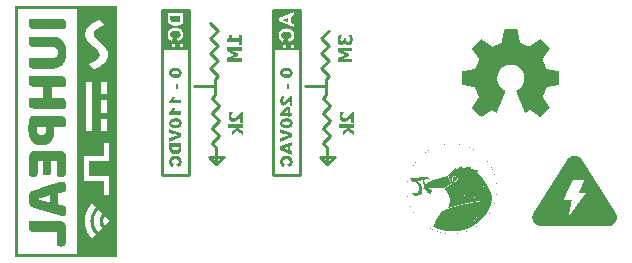
<source format=gbo>
G04*
G04 #@! TF.GenerationSoftware,Altium Limited,Altium Designer,21.6.1 (37)*
G04*
G04 Layer_Color=2538424*
%FSTAX24Y24*%
%MOIN*%
G70*
G04*
G04 #@! TF.SameCoordinates,7AD6CBE7-45AD-4871-8827-9D585CE600FE*
G04*
G04*
G04 #@! TF.FilePolarity,Positive*
G04*
G01*
G75*
%ADD10C,0.0100*%
G36*
X062133Y029286D02*
X062135D01*
Y029284D01*
X06214D01*
Y029282D01*
X062144D01*
Y029277D01*
X062147D01*
Y029275D01*
X062149D01*
Y029268D01*
X062151D01*
Y029254D01*
X062154D01*
Y029245D01*
X062156D01*
Y029229D01*
X062158D01*
Y02922D01*
X06216D01*
Y029204D01*
X062163D01*
Y029195D01*
X062165D01*
Y029184D01*
X062167D01*
Y029168D01*
X06217D01*
Y029161D01*
X062172D01*
Y029143D01*
X062174D01*
Y029136D01*
X062176D01*
Y02912D01*
X062179D01*
Y029106D01*
X062181D01*
Y029099D01*
X062183D01*
Y029081D01*
X062186D01*
Y029074D01*
X062188D01*
Y029058D01*
X06219D01*
Y029047D01*
X062192D01*
Y029035D01*
X062195D01*
Y029022D01*
X062197D01*
Y029013D01*
X062199D01*
Y028994D01*
X062202D01*
Y028987D01*
X062204D01*
Y028971D01*
X062206D01*
Y02896D01*
X062208D01*
Y028951D01*
X062211D01*
Y028933D01*
X062213D01*
Y028926D01*
X062215D01*
Y02891D01*
X062217D01*
Y028901D01*
X06222D01*
Y028887D01*
X062222D01*
Y028873D01*
X062224D01*
Y028864D01*
X062227D01*
Y028853D01*
X062229D01*
Y028848D01*
X062231D01*
Y028846D01*
X062233D01*
Y028844D01*
X062236D01*
Y028841D01*
X062238D01*
Y028839D01*
X06224D01*
Y028837D01*
X062243D01*
Y028835D01*
X062249D01*
Y028832D01*
X062254D01*
Y02883D01*
X062259D01*
Y028828D01*
X062265D01*
Y028825D01*
X06227D01*
Y028823D01*
X062277D01*
Y028821D01*
X062281D01*
Y028819D01*
X062288D01*
Y028816D01*
X062293D01*
Y028814D01*
X062297D01*
Y028812D01*
X062306D01*
Y02881D01*
X062309D01*
Y028807D01*
X062316D01*
Y028805D01*
X06232D01*
Y028803D01*
X062327D01*
Y0288D01*
X062334D01*
Y028798D01*
X062336D01*
Y028796D01*
X062343D01*
Y028794D01*
X062348D01*
Y028791D01*
X062354D01*
Y028789D01*
X062359D01*
Y028787D01*
X062366D01*
Y028784D01*
X06237D01*
Y028782D01*
X062375D01*
Y02878D01*
X062384D01*
Y028778D01*
X062389D01*
Y028775D01*
X062393D01*
Y028773D01*
X0624D01*
Y028771D01*
X062402D01*
Y028768D01*
X062411D01*
Y028766D01*
X062414D01*
Y028764D01*
X062423D01*
Y028762D01*
X062427D01*
Y028759D01*
X06243D01*
Y028757D01*
X062439D01*
Y028755D01*
X062443D01*
Y028752D01*
X06245D01*
Y02875D01*
X062455D01*
Y028748D01*
X062459D01*
Y028746D01*
X062466D01*
Y028743D01*
X062471D01*
Y028741D01*
X062478D01*
Y028739D01*
X062482D01*
Y028737D01*
X062489D01*
Y028734D01*
X062494D01*
Y028732D01*
X062498D01*
Y02873D01*
X062505D01*
Y028727D01*
X06251D01*
Y028725D01*
X062516D01*
Y028723D01*
X062521D01*
Y028721D01*
X062525D01*
Y028718D01*
X062544D01*
Y028721D01*
X062548D01*
Y028723D01*
X062553D01*
Y028725D01*
X062557D01*
Y028727D01*
X06256D01*
Y02873D01*
X062564D01*
Y028732D01*
X062567D01*
Y028734D01*
X062569D01*
Y028737D01*
X062573D01*
Y028739D01*
X062576D01*
Y028741D01*
X06258D01*
Y028743D01*
X062583D01*
Y028746D01*
X062587D01*
Y028748D01*
X062589D01*
Y02875D01*
X062594D01*
Y028752D01*
X062596D01*
Y028755D01*
X062598D01*
Y028757D01*
X062603D01*
Y028759D01*
X062605D01*
Y028762D01*
X06261D01*
Y028764D01*
X062614D01*
Y028766D01*
X062617D01*
Y028768D01*
X062621D01*
Y028773D01*
X062626D01*
Y028775D01*
X06263D01*
Y028778D01*
X062633D01*
Y02878D01*
X062637D01*
Y028782D01*
X06264D01*
Y028784D01*
X062644D01*
Y028787D01*
X062646D01*
Y028789D01*
X062649D01*
Y028791D01*
X062653D01*
Y028794D01*
X062656D01*
Y028796D01*
X06266D01*
Y028798D01*
X062662D01*
Y0288D01*
X062667D01*
Y028803D01*
X062669D01*
Y028805D01*
X062671D01*
Y028807D01*
X062676D01*
Y02881D01*
X062678D01*
Y028812D01*
X062683D01*
Y028814D01*
X062685D01*
Y028816D01*
X06269D01*
Y028819D01*
X062692D01*
Y028821D01*
X062694D01*
Y028823D01*
X062701D01*
Y028825D01*
X062703D01*
Y028828D01*
X062706D01*
Y02883D01*
X06271D01*
Y028832D01*
X062713D01*
Y028835D01*
X062717D01*
Y028837D01*
X062719D01*
Y028839D01*
X062724D01*
Y028841D01*
X062726D01*
Y028844D01*
X062729D01*
Y028846D01*
X062733D01*
Y028848D01*
X062735D01*
Y028851D01*
X06274D01*
Y028853D01*
X062742D01*
Y028855D01*
X062747D01*
Y028857D01*
X062749D01*
Y02886D01*
X062751D01*
Y028862D01*
X062756D01*
Y028864D01*
X062758D01*
Y028867D01*
X062763D01*
Y028869D01*
X062765D01*
Y028871D01*
X06277D01*
Y028873D01*
X062772D01*
Y028876D01*
X062776D01*
Y028878D01*
X062779D01*
Y02888D01*
X062781D01*
Y028883D01*
X062786D01*
Y028885D01*
X06279D01*
Y028887D01*
X062792D01*
Y028889D01*
X062797D01*
Y028892D01*
X062799D01*
Y028894D01*
X062804D01*
Y028896D01*
X062806D01*
Y028898D01*
X062808D01*
Y028901D01*
X062813D01*
Y028903D01*
X062815D01*
Y028905D01*
X06282D01*
Y028908D01*
X062822D01*
Y02891D01*
X062827D01*
Y028912D01*
X062829D01*
Y028914D01*
X062831D01*
Y028917D01*
X062836D01*
Y028919D01*
X062838D01*
Y028921D01*
X062843D01*
Y028924D01*
X062845D01*
Y028926D01*
X062849D01*
Y028928D01*
X062852D01*
Y02893D01*
X062854D01*
Y028933D01*
X062859D01*
Y028935D01*
X062861D01*
Y028937D01*
X062865D01*
Y02894D01*
X06287D01*
Y028942D01*
X062872D01*
Y028944D01*
X062877D01*
Y028946D01*
X062879D01*
Y028949D01*
X062881D01*
Y028951D01*
X062886D01*
Y028953D01*
X062888D01*
Y028956D01*
X062893D01*
Y028958D01*
X062895D01*
Y02896D01*
X0629D01*
Y028962D01*
X062916D01*
Y02896D01*
X062922D01*
Y028958D01*
X062925D01*
Y028956D01*
X062927D01*
Y028953D01*
X062929D01*
Y028951D01*
X062932D01*
Y028949D01*
X062934D01*
Y028946D01*
X062936D01*
Y028944D01*
X062938D01*
Y028942D01*
X062941D01*
Y02894D01*
X062943D01*
Y028937D01*
X062945D01*
Y028935D01*
X062948D01*
Y028933D01*
X06295D01*
Y02893D01*
X062952D01*
Y028928D01*
X062954D01*
Y028926D01*
X062957D01*
Y028924D01*
X062959D01*
Y028921D01*
X062961D01*
Y028919D01*
X062964D01*
Y028917D01*
X062966D01*
Y028914D01*
X062968D01*
Y028912D01*
X06297D01*
Y02891D01*
X062973D01*
Y028908D01*
X062975D01*
Y028905D01*
X062977D01*
Y028903D01*
X062979D01*
Y028901D01*
X062982D01*
Y028898D01*
X062984D01*
Y028896D01*
X062986D01*
Y028894D01*
X062989D01*
Y028892D01*
X062991D01*
Y028889D01*
X062993D01*
Y028887D01*
X062995D01*
Y028885D01*
X062998D01*
Y028883D01*
X063D01*
Y02888D01*
X063002D01*
Y028878D01*
X063005D01*
Y028876D01*
X063007D01*
Y028873D01*
X063009D01*
Y028871D01*
X063011D01*
Y028869D01*
X063014D01*
Y028867D01*
X063016D01*
Y028864D01*
X063018D01*
Y028862D01*
X063021D01*
Y02886D01*
X063023D01*
Y028857D01*
X063025D01*
Y028855D01*
X063027D01*
Y028853D01*
X06303D01*
Y028851D01*
X063032D01*
Y028848D01*
X063034D01*
Y028846D01*
X063036D01*
Y028844D01*
X063039D01*
Y028841D01*
X063041D01*
Y028839D01*
X063043D01*
Y028837D01*
X063046D01*
Y028835D01*
X063048D01*
Y028832D01*
X06305D01*
Y02883D01*
X063052D01*
Y028828D01*
X063055D01*
Y028825D01*
X063057D01*
Y028823D01*
X063059D01*
Y028821D01*
X063062D01*
Y028819D01*
X063064D01*
Y028816D01*
X063066D01*
Y028814D01*
X063068D01*
Y028812D01*
X063071D01*
Y02881D01*
X063073D01*
Y028807D01*
X063075D01*
Y028805D01*
X063078D01*
Y028803D01*
X06308D01*
Y0288D01*
X063082D01*
Y028798D01*
X063084D01*
Y028796D01*
X063087D01*
Y028794D01*
X063089D01*
Y028791D01*
X063091D01*
Y028789D01*
X063094D01*
Y028787D01*
X063096D01*
Y028784D01*
X063098D01*
Y028782D01*
X0631D01*
Y02878D01*
X063103D01*
Y028778D01*
X063105D01*
Y028775D01*
X063107D01*
Y028773D01*
X06311D01*
Y028771D01*
X063112D01*
Y028768D01*
X063114D01*
Y028766D01*
X063116D01*
Y028764D01*
X063119D01*
Y028762D01*
X063121D01*
Y028759D01*
X063123D01*
Y028757D01*
X063125D01*
Y028755D01*
X063128D01*
Y028752D01*
X06313D01*
Y02875D01*
X063132D01*
Y028748D01*
X063135D01*
Y028746D01*
X063137D01*
Y028743D01*
X063139D01*
Y028741D01*
X063141D01*
Y028739D01*
X063144D01*
Y028737D01*
X063146D01*
Y028734D01*
X063148D01*
Y028732D01*
X063151D01*
Y02873D01*
X063153D01*
Y028727D01*
X063155D01*
Y028725D01*
X063157D01*
Y028723D01*
X06316D01*
Y028721D01*
X063162D01*
Y028718D01*
X063164D01*
Y028716D01*
X063167D01*
Y028714D01*
X063169D01*
Y028711D01*
X063171D01*
Y028709D01*
X063173D01*
Y028707D01*
X063176D01*
Y028705D01*
X063178D01*
Y028702D01*
X06318D01*
Y0287D01*
X063183D01*
Y028698D01*
X063185D01*
Y028695D01*
X063187D01*
Y028693D01*
X063189D01*
Y028691D01*
X063192D01*
Y028689D01*
X063194D01*
Y028686D01*
X063196D01*
Y028684D01*
X063198D01*
Y028682D01*
X063201D01*
Y028679D01*
X063203D01*
Y028677D01*
X063205D01*
Y028675D01*
X063208D01*
Y028673D01*
X06321D01*
Y02867D01*
X063212D01*
Y028668D01*
X063214D01*
Y028666D01*
X063217D01*
Y028661D01*
X063219D01*
Y028641D01*
X063217D01*
Y028636D01*
X063214D01*
Y028634D01*
X063212D01*
Y028629D01*
X06321D01*
Y028627D01*
X063208D01*
Y028625D01*
X063205D01*
Y02862D01*
X063203D01*
Y028618D01*
X063201D01*
Y028613D01*
X063198D01*
Y028611D01*
X063196D01*
Y028606D01*
X063194D01*
Y028604D01*
X063192D01*
Y028602D01*
X063189D01*
Y028597D01*
X063187D01*
Y028595D01*
X063185D01*
Y02859D01*
X063183D01*
Y028588D01*
X06318D01*
Y028584D01*
X063178D01*
Y028581D01*
X063176D01*
Y028577D01*
X063173D01*
Y028572D01*
X063171D01*
Y02857D01*
X063169D01*
Y028568D01*
X063167D01*
Y028563D01*
X063164D01*
Y028561D01*
X063162D01*
Y028556D01*
X06316D01*
Y028554D01*
X063157D01*
Y028549D01*
X063155D01*
Y028547D01*
X063153D01*
Y028545D01*
X063151D01*
Y02854D01*
X063148D01*
Y028538D01*
X063146D01*
Y028533D01*
X063144D01*
Y028531D01*
X063141D01*
Y028527D01*
X063139D01*
Y028524D01*
X063137D01*
Y028522D01*
X063135D01*
Y028517D01*
X063132D01*
Y028515D01*
X06313D01*
Y028511D01*
X063128D01*
Y028508D01*
X063125D01*
Y028504D01*
X063123D01*
Y028502D01*
X063121D01*
Y028499D01*
X063119D01*
Y028495D01*
X063116D01*
Y028492D01*
X063114D01*
Y028488D01*
X063112D01*
Y028483D01*
X06311D01*
Y028481D01*
X063107D01*
Y028476D01*
X063105D01*
Y028474D01*
X063103D01*
Y02847D01*
X0631D01*
Y028467D01*
X063098D01*
Y028465D01*
X063096D01*
Y02846D01*
X063094D01*
Y028458D01*
X063091D01*
Y028454D01*
X063089D01*
Y028451D01*
X063087D01*
Y028447D01*
X063084D01*
Y028444D01*
X063082D01*
Y028442D01*
X06308D01*
Y028438D01*
X063078D01*
Y028435D01*
X063075D01*
Y028431D01*
X063073D01*
Y028429D01*
X063071D01*
Y028424D01*
X063068D01*
Y028422D01*
X063066D01*
Y028417D01*
X063064D01*
Y028415D01*
X063062D01*
Y028413D01*
X063059D01*
Y028408D01*
X063057D01*
Y028403D01*
X063055D01*
Y028401D01*
X063052D01*
Y028397D01*
X06305D01*
Y028394D01*
X063048D01*
Y02839D01*
X063046D01*
Y028387D01*
X063043D01*
Y028385D01*
X063041D01*
Y028381D01*
X063039D01*
Y028378D01*
X063036D01*
Y028374D01*
X063034D01*
Y028371D01*
X063032D01*
Y028367D01*
X06303D01*
Y028365D01*
X063027D01*
Y028362D01*
X063025D01*
Y028358D01*
X063023D01*
Y028356D01*
X063021D01*
Y028351D01*
X063018D01*
Y028349D01*
X063016D01*
Y028344D01*
X063014D01*
Y028342D01*
X063011D01*
Y02834D01*
X063009D01*
Y028335D01*
X063007D01*
Y02833D01*
X063005D01*
Y028328D01*
X063002D01*
Y028324D01*
X063D01*
Y028321D01*
X062998D01*
Y028317D01*
X062995D01*
Y028314D01*
X062993D01*
Y02831D01*
X062991D01*
Y028308D01*
X062989D01*
Y028305D01*
X062986D01*
Y028301D01*
X062984D01*
Y028298D01*
X062982D01*
Y028271D01*
X062984D01*
Y028267D01*
X062986D01*
Y02826D01*
X062989D01*
Y028255D01*
X062991D01*
Y028251D01*
X062993D01*
Y028244D01*
X062995D01*
Y028239D01*
X062998D01*
Y028232D01*
X063D01*
Y02823D01*
X063002D01*
Y028223D01*
X063005D01*
Y028219D01*
X063007D01*
Y028214D01*
X063009D01*
Y028205D01*
X063011D01*
Y028203D01*
X063014D01*
Y028196D01*
X063016D01*
Y028191D01*
X063018D01*
Y028187D01*
X063021D01*
Y02818D01*
X063023D01*
Y028175D01*
X063025D01*
Y028168D01*
X063027D01*
Y028164D01*
X06303D01*
Y028159D01*
X063032D01*
Y028152D01*
X063034D01*
Y02815D01*
X063036D01*
Y028143D01*
X063039D01*
Y028139D01*
X063041D01*
Y028132D01*
X063043D01*
Y028127D01*
X063046D01*
Y028123D01*
X063048D01*
Y028116D01*
X06305D01*
Y028111D01*
X063052D01*
Y028105D01*
X063055D01*
Y028102D01*
X063057D01*
Y028095D01*
X063059D01*
Y028089D01*
X063062D01*
Y028086D01*
X063064D01*
Y028079D01*
X063066D01*
Y028075D01*
X063068D01*
Y028068D01*
X063071D01*
Y028063D01*
X063073D01*
Y028059D01*
X063075D01*
Y028052D01*
X063078D01*
Y028048D01*
X06308D01*
Y028041D01*
X063082D01*
Y028036D01*
X063084D01*
Y028032D01*
X063087D01*
Y028027D01*
X063089D01*
Y028022D01*
X063091D01*
Y028013D01*
X063094D01*
Y028011D01*
X063096D01*
Y028004D01*
X063098D01*
Y028D01*
X0631D01*
Y027995D01*
X063103D01*
Y027988D01*
X063105D01*
Y027984D01*
X063107D01*
Y027981D01*
X06311D01*
Y027979D01*
X063112D01*
Y027977D01*
X063114D01*
Y027975D01*
X063116D01*
Y027972D01*
X063119D01*
Y02797D01*
X063123D01*
Y027968D01*
X063128D01*
Y027965D01*
X063139D01*
Y027963D01*
X063153D01*
Y027961D01*
X063162D01*
Y027959D01*
X06318D01*
Y027956D01*
X063187D01*
Y027954D01*
X063203D01*
Y027952D01*
X063214D01*
Y027949D01*
X063224D01*
Y027947D01*
X063242D01*
Y027945D01*
X063249D01*
Y027943D01*
X063265D01*
Y02794D01*
X063276D01*
Y027938D01*
X063285D01*
Y027936D01*
X063301D01*
Y027933D01*
X06331D01*
Y027931D01*
X063329D01*
Y027929D01*
X063335D01*
Y027927D01*
X063349D01*
Y027924D01*
X06336D01*
Y027922D01*
X063372D01*
Y02792D01*
X063388D01*
Y027917D01*
X063397D01*
Y027915D01*
X063413D01*
Y027913D01*
X063422D01*
Y027911D01*
X063433D01*
Y027908D01*
X063449D01*
Y027906D01*
X063459D01*
Y027904D01*
X063475D01*
Y027902D01*
X063484D01*
Y027899D01*
X063495D01*
Y027897D01*
X063509D01*
Y027895D01*
X063518D01*
Y027892D01*
X063532D01*
Y02789D01*
X063534D01*
Y027888D01*
X063536D01*
Y027886D01*
X063538D01*
Y027883D01*
X063541D01*
Y027879D01*
X063543D01*
Y027872D01*
X063545D01*
Y027459D01*
X063543D01*
Y027454D01*
X063541D01*
Y027448D01*
X063538D01*
Y027445D01*
X063536D01*
Y027443D01*
X063532D01*
Y027441D01*
X063527D01*
Y027438D01*
X063511D01*
Y027436D01*
X063502D01*
Y027434D01*
X063488D01*
Y027432D01*
X063477D01*
Y027429D01*
X063468D01*
Y027427D01*
X063449D01*
Y027425D01*
X06344D01*
Y027422D01*
X063424D01*
Y02742D01*
X063415D01*
Y027418D01*
X063404D01*
Y027416D01*
X06339D01*
Y027413D01*
X063379D01*
Y027411D01*
X063363D01*
Y027409D01*
X063356D01*
Y027406D01*
X06334D01*
Y027404D01*
X063331D01*
Y027402D01*
X063319D01*
Y0274D01*
X063303D01*
Y027397D01*
X063294D01*
Y027395D01*
X063278D01*
Y027393D01*
X063269D01*
Y02739D01*
X063258D01*
Y027388D01*
X063242D01*
Y027386D01*
X063233D01*
Y027384D01*
X063217D01*
Y027381D01*
X063208D01*
Y027379D01*
X063194D01*
Y027377D01*
X063183D01*
Y027375D01*
X063173D01*
Y027372D01*
X063157D01*
Y02737D01*
X063148D01*
Y027368D01*
X063135D01*
Y027365D01*
X06313D01*
Y027363D01*
X063128D01*
Y027361D01*
X063125D01*
Y027359D01*
X063123D01*
Y027356D01*
X063119D01*
Y027352D01*
X063116D01*
Y027349D01*
X063114D01*
Y02734D01*
X063112D01*
Y027336D01*
X06311D01*
Y027331D01*
X063107D01*
Y027324D01*
X063105D01*
Y02732D01*
X063103D01*
Y027313D01*
X0631D01*
Y027308D01*
X063098D01*
Y027302D01*
X063096D01*
Y027295D01*
X063094D01*
Y027292D01*
X063091D01*
Y027283D01*
X063089D01*
Y027279D01*
X063087D01*
Y027272D01*
X063084D01*
Y027267D01*
X063082D01*
Y027263D01*
X06308D01*
Y027256D01*
X063078D01*
Y027251D01*
X063075D01*
Y027244D01*
X063073D01*
Y02724D01*
X063071D01*
Y027233D01*
X063068D01*
Y027226D01*
X063066D01*
Y027224D01*
X063064D01*
Y027215D01*
X063062D01*
Y027213D01*
X063059D01*
Y027203D01*
X063057D01*
Y027199D01*
X063055D01*
Y027194D01*
X063052D01*
Y027187D01*
X06305D01*
Y027183D01*
X063048D01*
Y027174D01*
X063046D01*
Y027171D01*
X063043D01*
Y027165D01*
X063041D01*
Y027158D01*
X063039D01*
Y027156D01*
X063036D01*
Y027146D01*
X063034D01*
Y027142D01*
X063032D01*
Y027135D01*
X06303D01*
Y02713D01*
X063027D01*
Y027126D01*
X063025D01*
Y027119D01*
X063023D01*
Y027114D01*
X063021D01*
Y027108D01*
X063018D01*
Y027103D01*
X063016D01*
Y027096D01*
X063014D01*
Y027089D01*
X063011D01*
Y027087D01*
X063009D01*
Y027078D01*
X063007D01*
Y027076D01*
X063005D01*
Y027067D01*
X063002D01*
Y027062D01*
X063D01*
Y027057D01*
X062998D01*
Y027051D01*
X062995D01*
Y027046D01*
X062993D01*
Y027037D01*
X062991D01*
Y027028D01*
X062993D01*
Y027016D01*
X062995D01*
Y027014D01*
X062998D01*
Y027012D01*
X063D01*
Y027007D01*
X063002D01*
Y027005D01*
X063005D01*
Y027D01*
X063007D01*
Y026998D01*
X063009D01*
Y026994D01*
X063011D01*
Y026991D01*
X063014D01*
Y026987D01*
X063016D01*
Y026984D01*
X063018D01*
Y026982D01*
X063021D01*
Y026978D01*
X063023D01*
Y026975D01*
X063025D01*
Y026971D01*
X063027D01*
Y026968D01*
X06303D01*
Y026964D01*
X063032D01*
Y026962D01*
X063034D01*
Y026957D01*
X063036D01*
Y026952D01*
X063039D01*
Y02695D01*
X063041D01*
Y026948D01*
X063043D01*
Y026946D01*
X063046D01*
Y026941D01*
X063048D01*
Y026937D01*
X06305D01*
Y026934D01*
X063052D01*
Y02693D01*
X063055D01*
Y026927D01*
X063057D01*
Y026925D01*
X063059D01*
Y026921D01*
X063062D01*
Y026918D01*
X063064D01*
Y026914D01*
X063066D01*
Y026911D01*
X063068D01*
Y026907D01*
X063071D01*
Y026905D01*
X063073D01*
Y026902D01*
X063075D01*
Y026898D01*
X063078D01*
Y026895D01*
X06308D01*
Y026891D01*
X063082D01*
Y026889D01*
X063084D01*
Y026884D01*
X063087D01*
Y026879D01*
X063089D01*
Y026877D01*
X063091D01*
Y026875D01*
X063094D01*
Y02687D01*
X063096D01*
Y026868D01*
X063098D01*
Y026864D01*
X0631D01*
Y026861D01*
X063103D01*
Y026857D01*
X063105D01*
Y026854D01*
X063107D01*
Y02685D01*
X06311D01*
Y026848D01*
X063112D01*
Y026845D01*
X063114D01*
Y026841D01*
X063116D01*
Y026838D01*
X063119D01*
Y026834D01*
X063121D01*
Y026832D01*
X063123D01*
Y026827D01*
X063125D01*
Y026825D01*
X063128D01*
Y026822D01*
X06313D01*
Y026818D01*
X063132D01*
Y026816D01*
X063135D01*
Y026811D01*
X063137D01*
Y026809D01*
X063139D01*
Y026804D01*
X063141D01*
Y026802D01*
X063144D01*
Y0268D01*
X063146D01*
Y026795D01*
X063148D01*
Y02679D01*
X063151D01*
Y026788D01*
X063153D01*
Y026784D01*
X063155D01*
Y026781D01*
X063157D01*
Y026777D01*
X06316D01*
Y026775D01*
X063162D01*
Y02677D01*
X063164D01*
Y026768D01*
X063167D01*
Y026765D01*
X063169D01*
Y026761D01*
X063171D01*
Y026759D01*
X063173D01*
Y026754D01*
X063176D01*
Y026752D01*
X063178D01*
Y026747D01*
X06318D01*
Y026745D01*
X063183D01*
Y026743D01*
X063185D01*
Y026738D01*
X063187D01*
Y026736D01*
X063189D01*
Y026731D01*
X063192D01*
Y026729D01*
X063194D01*
Y026724D01*
X063196D01*
Y026722D01*
X063198D01*
Y026717D01*
X063201D01*
Y026715D01*
X063203D01*
Y026713D01*
X063205D01*
Y026708D01*
X063208D01*
Y026704D01*
X06321D01*
Y026702D01*
X063212D01*
Y026697D01*
X063214D01*
Y026695D01*
X063217D01*
Y02669D01*
X063219D01*
Y026672D01*
X063217D01*
Y026667D01*
X063214D01*
Y026665D01*
X063212D01*
Y026663D01*
X06321D01*
Y02666D01*
X063208D01*
Y026658D01*
X063205D01*
Y026656D01*
X063203D01*
Y026654D01*
X063201D01*
Y026651D01*
X063198D01*
Y026649D01*
X063196D01*
Y026647D01*
X063194D01*
Y026644D01*
X063192D01*
Y026642D01*
X063189D01*
Y02664D01*
X063187D01*
Y026638D01*
X063185D01*
Y026635D01*
X063183D01*
Y026633D01*
X06318D01*
Y026631D01*
X063178D01*
Y026629D01*
X063176D01*
Y026626D01*
X063173D01*
Y026624D01*
X063171D01*
Y026622D01*
X063169D01*
Y026619D01*
X063167D01*
Y026617D01*
X063164D01*
Y026615D01*
X063162D01*
Y026613D01*
X06316D01*
Y02661D01*
X063157D01*
Y026608D01*
X063155D01*
Y026606D01*
X063153D01*
Y026603D01*
X063151D01*
Y026601D01*
X063148D01*
Y026599D01*
X063146D01*
Y026597D01*
X063144D01*
Y026594D01*
X063141D01*
Y026592D01*
X063139D01*
Y02659D01*
X063137D01*
Y026587D01*
X063135D01*
Y026585D01*
X063132D01*
Y026583D01*
X06313D01*
Y026581D01*
X063128D01*
Y026578D01*
X063125D01*
Y026576D01*
X063123D01*
Y026574D01*
X063121D01*
Y026571D01*
X063119D01*
Y026569D01*
X063116D01*
Y026567D01*
X063114D01*
Y026565D01*
X063112D01*
Y026562D01*
X06311D01*
Y02656D01*
X063107D01*
Y026558D01*
X063105D01*
Y026556D01*
X063103D01*
Y026553D01*
X0631D01*
Y026551D01*
X063098D01*
Y026549D01*
X063096D01*
Y026546D01*
X063094D01*
Y026544D01*
X063091D01*
Y026542D01*
X063089D01*
Y02654D01*
X063087D01*
Y026537D01*
X063084D01*
Y026535D01*
X063082D01*
Y026533D01*
X06308D01*
Y02653D01*
X063078D01*
Y026528D01*
X063075D01*
Y026526D01*
X063073D01*
Y026524D01*
X063071D01*
Y026521D01*
X063068D01*
Y026519D01*
X063066D01*
Y026517D01*
X063064D01*
Y026514D01*
X063062D01*
Y026512D01*
X063059D01*
Y02651D01*
X063057D01*
Y026508D01*
X063055D01*
Y026505D01*
X063052D01*
Y026503D01*
X06305D01*
Y026501D01*
X063048D01*
Y026498D01*
X063046D01*
Y026496D01*
X063043D01*
Y026494D01*
X063041D01*
Y026492D01*
X063039D01*
Y026489D01*
X063036D01*
Y026487D01*
X063034D01*
Y026485D01*
X063032D01*
Y026483D01*
X06303D01*
Y02648D01*
X063027D01*
Y026478D01*
X063025D01*
Y026476D01*
X063023D01*
Y026473D01*
X063021D01*
Y026471D01*
X063018D01*
Y026469D01*
X063016D01*
Y026467D01*
X063014D01*
Y026464D01*
X063011D01*
Y026462D01*
X063009D01*
Y02646D01*
X063007D01*
Y026457D01*
X063005D01*
Y026455D01*
X063002D01*
Y026453D01*
X063D01*
Y026451D01*
X062998D01*
Y026448D01*
X062995D01*
Y026446D01*
X062993D01*
Y026444D01*
X062991D01*
Y026441D01*
X062989D01*
Y026439D01*
X062986D01*
Y026437D01*
X062984D01*
Y026435D01*
X062982D01*
Y026432D01*
X062979D01*
Y02643D01*
X062977D01*
Y026428D01*
X062975D01*
Y026425D01*
X062973D01*
Y026423D01*
X06297D01*
Y026421D01*
X062968D01*
Y026419D01*
X062966D01*
Y026416D01*
X062964D01*
Y026414D01*
X062961D01*
Y026412D01*
X062959D01*
Y02641D01*
X062957D01*
Y026407D01*
X062954D01*
Y026405D01*
X062952D01*
Y026403D01*
X06295D01*
Y0264D01*
X062948D01*
Y026398D01*
X062945D01*
Y026396D01*
X062943D01*
Y026394D01*
X062941D01*
Y026391D01*
X062938D01*
Y026389D01*
X062936D01*
Y026387D01*
X062934D01*
Y026384D01*
X062932D01*
Y026382D01*
X062929D01*
Y02638D01*
X062927D01*
Y026378D01*
X062925D01*
Y026375D01*
X062922D01*
Y026373D01*
X06292D01*
Y026371D01*
X062897D01*
Y026373D01*
X062895D01*
Y026375D01*
X062891D01*
Y026378D01*
X062888D01*
Y02638D01*
X062884D01*
Y026382D01*
X062879D01*
Y026384D01*
X062877D01*
Y026387D01*
X062875D01*
Y026389D01*
X06287D01*
Y026391D01*
X062868D01*
Y026394D01*
X062863D01*
Y026396D01*
X062861D01*
Y026398D01*
X062856D01*
Y0264D01*
X062854D01*
Y026403D01*
X062852D01*
Y026405D01*
X062847D01*
Y026407D01*
X062845D01*
Y02641D01*
X06284D01*
Y026412D01*
X062838D01*
Y026414D01*
X062833D01*
Y026416D01*
X062831D01*
Y026419D01*
X062827D01*
Y026421D01*
X062824D01*
Y026423D01*
X062822D01*
Y026425D01*
X062817D01*
Y026428D01*
X062815D01*
Y02643D01*
X062811D01*
Y026432D01*
X062808D01*
Y026435D01*
X062804D01*
Y026437D01*
X062802D01*
Y026439D01*
X062799D01*
Y026441D01*
X062795D01*
Y026444D01*
X06279D01*
Y026446D01*
X062788D01*
Y026448D01*
X062783D01*
Y026451D01*
X062781D01*
Y026453D01*
X062776D01*
Y026455D01*
X062774D01*
Y026457D01*
X062772D01*
Y02646D01*
X062767D01*
Y026462D01*
X062765D01*
Y026464D01*
X06276D01*
Y026467D01*
X062758D01*
Y026469D01*
X062754D01*
Y026471D01*
X062751D01*
Y026473D01*
X062749D01*
Y026476D01*
X062744D01*
Y026478D01*
X062742D01*
Y02648D01*
X062738D01*
Y026483D01*
X062735D01*
Y026485D01*
X062731D01*
Y026487D01*
X062729D01*
Y026489D01*
X062726D01*
Y026492D01*
X062722D01*
Y026494D01*
X062719D01*
Y026496D01*
X062715D01*
Y026498D01*
X06271D01*
Y026501D01*
X062708D01*
Y026503D01*
X062703D01*
Y026505D01*
X062701D01*
Y026508D01*
X062697D01*
Y02651D01*
X062694D01*
Y026512D01*
X06269D01*
Y026514D01*
X062687D01*
Y026517D01*
X062685D01*
Y026519D01*
X062681D01*
Y026521D01*
X062678D01*
Y026524D01*
X062674D01*
Y026526D01*
X062671D01*
Y026528D01*
X062667D01*
Y02653D01*
X062665D01*
Y026533D01*
X062662D01*
Y026535D01*
X062658D01*
Y026537D01*
X062656D01*
Y02654D01*
X062651D01*
Y026542D01*
X062649D01*
Y026544D01*
X062644D01*
Y026546D01*
X062642D01*
Y026549D01*
X06264D01*
Y026551D01*
X062635D01*
Y026553D01*
X062633D01*
Y026556D01*
X062628D01*
Y026558D01*
X062624D01*
Y02656D01*
X062621D01*
Y026562D01*
X062617D01*
Y026565D01*
X062614D01*
Y026567D01*
X062612D01*
Y026569D01*
X062608D01*
Y026571D01*
X062605D01*
Y026574D01*
X062601D01*
Y026576D01*
X062598D01*
Y026578D01*
X062594D01*
Y026581D01*
X062592D01*
Y026583D01*
X062589D01*
Y026585D01*
X062585D01*
Y026587D01*
X062583D01*
Y02659D01*
X062576D01*
Y026592D01*
X062573D01*
Y026594D01*
X062557D01*
Y026592D01*
X062555D01*
Y02659D01*
X062548D01*
Y026587D01*
X062544D01*
Y026585D01*
X062539D01*
Y026583D01*
X062535D01*
Y026581D01*
X062532D01*
Y026578D01*
X062525D01*
Y026576D01*
X062523D01*
Y026574D01*
X062516D01*
Y026571D01*
X062514D01*
Y026569D01*
X06251D01*
Y026567D01*
X062505D01*
Y026565D01*
X062503D01*
Y026562D01*
X062496D01*
Y02656D01*
X062494D01*
Y026558D01*
X062489D01*
Y026556D01*
X062484D01*
Y026553D01*
X06248D01*
Y026551D01*
X062475D01*
Y026549D01*
X062473D01*
Y026546D01*
X062466D01*
Y026544D01*
X062464D01*
Y026542D01*
X062459D01*
Y02654D01*
X062455D01*
Y026537D01*
X06245D01*
Y026535D01*
X062446D01*
Y026533D01*
X062441D01*
Y02653D01*
X062436D01*
Y026528D01*
X062434D01*
Y026526D01*
X06243D01*
Y026524D01*
X062423D01*
Y026521D01*
X062421D01*
Y026519D01*
X062416D01*
Y026517D01*
X062411D01*
Y026514D01*
X062398D01*
Y026517D01*
X062393D01*
Y026519D01*
X062391D01*
Y026524D01*
X062389D01*
Y026526D01*
X062386D01*
Y026533D01*
X062384D01*
Y026537D01*
X062382D01*
Y026542D01*
X062379D01*
Y026549D01*
X062377D01*
Y026553D01*
X062375D01*
Y026562D01*
X062373D01*
Y026565D01*
X06237D01*
Y026571D01*
X062368D01*
Y026576D01*
X062366D01*
Y026581D01*
X062364D01*
Y02659D01*
X062361D01*
Y026592D01*
X062359D01*
Y026599D01*
X062357D01*
Y026603D01*
X062354D01*
Y026608D01*
X062352D01*
Y026615D01*
X06235D01*
Y026619D01*
X062348D01*
Y026629D01*
X062345D01*
Y026631D01*
X062343D01*
Y026638D01*
X062341D01*
Y026642D01*
X062338D01*
Y026647D01*
X062336D01*
Y026654D01*
X062334D01*
Y026658D01*
X062332D01*
Y026665D01*
X062329D01*
Y02667D01*
X062327D01*
Y026674D01*
X062325D01*
Y026683D01*
X062322D01*
Y026686D01*
X06232D01*
Y026692D01*
X062318D01*
Y026697D01*
X062316D01*
Y026704D01*
X062313D01*
Y026708D01*
X062311D01*
Y026713D01*
X062309D01*
Y026722D01*
X062306D01*
Y026724D01*
X062304D01*
Y026731D01*
X062302D01*
Y026736D01*
X0623D01*
Y02674D01*
X062297D01*
Y026749D01*
X062295D01*
Y026752D01*
X062293D01*
Y026761D01*
X062291D01*
Y026763D01*
X062288D01*
Y02677D01*
X062286D01*
Y026775D01*
X062284D01*
Y026779D01*
X062281D01*
Y026788D01*
X062279D01*
Y02679D01*
X062277D01*
Y026797D01*
X062275D01*
Y026802D01*
X062272D01*
Y026809D01*
X06227D01*
Y026813D01*
X062268D01*
Y026818D01*
X062265D01*
Y026827D01*
X062263D01*
Y026829D01*
X062261D01*
Y026836D01*
X062259D01*
Y026843D01*
X062256D01*
Y026845D01*
X062254D01*
Y026852D01*
X062252D01*
Y026857D01*
X062249D01*
Y026864D01*
X062247D01*
Y026868D01*
X062245D01*
Y026873D01*
X062243D01*
Y026882D01*
X06224D01*
Y026884D01*
X062238D01*
Y026891D01*
X062236D01*
Y026895D01*
X062233D01*
Y026902D01*
X062231D01*
Y026909D01*
X062229D01*
Y026911D01*
X062227D01*
Y026921D01*
X062224D01*
Y026923D01*
X062222D01*
Y02693D01*
X06222D01*
Y026934D01*
X062217D01*
Y026939D01*
X062215D01*
Y026948D01*
X062213D01*
Y02695D01*
X062211D01*
Y026957D01*
X062208D01*
Y026962D01*
X062206D01*
Y026968D01*
X062204D01*
Y026973D01*
X062202D01*
Y026978D01*
X062199D01*
Y026987D01*
X062197D01*
Y026989D01*
X062195D01*
Y026996D01*
X062192D01*
Y027003D01*
X06219D01*
Y027005D01*
X062188D01*
Y027012D01*
X062186D01*
Y027016D01*
X062183D01*
Y027023D01*
X062181D01*
Y027028D01*
X062179D01*
Y027035D01*
X062176D01*
Y027039D01*
X062174D01*
Y027044D01*
X062172D01*
Y027053D01*
X06217D01*
Y027055D01*
X062167D01*
Y027062D01*
X062165D01*
Y027067D01*
X062163D01*
Y027071D01*
X06216D01*
Y02708D01*
X062158D01*
Y027083D01*
X062156D01*
Y027089D01*
X062154D01*
Y027094D01*
X062151D01*
Y027101D01*
X062149D01*
Y027108D01*
X062147D01*
Y02711D01*
X062144D01*
Y027117D01*
X062142D01*
Y027121D01*
X06214D01*
Y027128D01*
X062138D01*
Y027133D01*
X062135D01*
Y027137D01*
X062133D01*
Y027146D01*
X062131D01*
Y027149D01*
X062129D01*
Y027156D01*
X062126D01*
Y02716D01*
X062124D01*
Y027167D01*
X062122D01*
Y027171D01*
X062119D01*
Y027176D01*
X062117D01*
Y027185D01*
X062115D01*
Y027187D01*
X062113D01*
Y027194D01*
X06211D01*
Y027199D01*
X062108D01*
Y027203D01*
X062106D01*
Y027213D01*
X062103D01*
Y027215D01*
X062101D01*
Y027235D01*
X062103D01*
Y02724D01*
X062106D01*
Y027242D01*
X062108D01*
Y027244D01*
X06211D01*
Y027247D01*
X062117D01*
Y027249D01*
X062119D01*
Y027251D01*
X062124D01*
Y027254D01*
X062126D01*
Y027256D01*
X062131D01*
Y027258D01*
X062135D01*
Y02726D01*
X062138D01*
Y027263D01*
X062142D01*
Y027265D01*
X062144D01*
Y027267D01*
X062149D01*
Y02727D01*
X062151D01*
Y027272D01*
X062154D01*
Y027274D01*
X062158D01*
Y027276D01*
X06216D01*
Y027279D01*
X062165D01*
Y027281D01*
X062167D01*
Y027283D01*
X06217D01*
Y027286D01*
X062174D01*
Y027288D01*
X062176D01*
Y02729D01*
X062181D01*
Y027292D01*
X062183D01*
Y027295D01*
X062186D01*
Y027297D01*
X06219D01*
Y027299D01*
X062192D01*
Y027302D01*
X062195D01*
Y027304D01*
X062197D01*
Y027306D01*
X062202D01*
Y027308D01*
X062204D01*
Y027311D01*
X062206D01*
Y027313D01*
X062211D01*
Y027315D01*
X062213D01*
Y027317D01*
X062215D01*
Y02732D01*
X062217D01*
Y027322D01*
X06222D01*
Y027324D01*
X062222D01*
Y027327D01*
X062224D01*
Y027329D01*
X062229D01*
Y027331D01*
X062231D01*
Y027333D01*
X062233D01*
Y027336D01*
X062236D01*
Y027338D01*
X062238D01*
Y02734D01*
X06224D01*
Y027343D01*
X062243D01*
Y027345D01*
X062245D01*
Y027347D01*
X062247D01*
Y027349D01*
X062249D01*
Y027352D01*
X062252D01*
Y027354D01*
X062254D01*
Y027356D01*
X062256D01*
Y027359D01*
X062259D01*
Y027361D01*
X062261D01*
Y027365D01*
X062263D01*
Y027368D01*
X062265D01*
Y02737D01*
X062268D01*
Y027372D01*
X06227D01*
Y027375D01*
X062272D01*
Y027377D01*
X062275D01*
Y027381D01*
X062277D01*
Y027384D01*
X062279D01*
Y027386D01*
X062281D01*
Y027388D01*
X062284D01*
Y027393D01*
X062286D01*
Y027395D01*
X062288D01*
Y0274D01*
X062291D01*
Y027402D01*
X062293D01*
Y027404D01*
X062295D01*
Y027406D01*
X062297D01*
Y027411D01*
X0623D01*
Y027416D01*
X062302D01*
Y027418D01*
X062304D01*
Y027422D01*
X062306D01*
Y027425D01*
X062309D01*
Y027429D01*
X062311D01*
Y027432D01*
X062313D01*
Y027436D01*
X062316D01*
Y027441D01*
X062318D01*
Y027443D01*
X06232D01*
Y02745D01*
X062322D01*
Y027452D01*
X062325D01*
Y027459D01*
X062327D01*
Y027464D01*
X062329D01*
Y027466D01*
X062332D01*
Y027473D01*
X062334D01*
Y027475D01*
X062336D01*
Y027484D01*
X062338D01*
Y027486D01*
X062341D01*
Y027491D01*
X062343D01*
Y027498D01*
X062345D01*
Y027502D01*
X062348D01*
Y027511D01*
X06235D01*
Y027516D01*
X062352D01*
Y027525D01*
X062354D01*
Y02753D01*
X062357D01*
Y027536D01*
X062359D01*
Y027546D01*
X062361D01*
Y027552D01*
X062364D01*
Y027566D01*
X062366D01*
Y027573D01*
X062368D01*
Y027589D01*
X06237D01*
Y027603D01*
X062373D01*
Y027621D01*
X062375D01*
Y02771D01*
X062373D01*
Y027726D01*
X06237D01*
Y02774D01*
X062368D01*
Y027753D01*
X062366D01*
Y027762D01*
X062364D01*
Y027774D01*
X062361D01*
Y027781D01*
X062359D01*
Y02779D01*
X062357D01*
Y027799D01*
X062354D01*
Y027803D01*
X062352D01*
Y027813D01*
X06235D01*
Y027817D01*
X062348D01*
Y027826D01*
X062345D01*
Y027829D01*
X062343D01*
Y027835D01*
X062341D01*
Y027842D01*
X062338D01*
Y027844D01*
X062336D01*
Y027854D01*
X062334D01*
Y027856D01*
X062332D01*
Y02786D01*
X062329D01*
Y027865D01*
X062327D01*
Y02787D01*
X062325D01*
Y027874D01*
X062322D01*
Y027879D01*
X06232D01*
Y027883D01*
X062318D01*
Y027886D01*
X062316D01*
Y02789D01*
X062313D01*
Y027895D01*
X062311D01*
Y027897D01*
X062309D01*
Y027904D01*
X062306D01*
Y027906D01*
X062304D01*
Y027908D01*
X062302D01*
Y027913D01*
X0623D01*
Y027915D01*
X062297D01*
Y02792D01*
X062295D01*
Y027922D01*
X062293D01*
Y027927D01*
X062291D01*
Y027929D01*
X062288D01*
Y027933D01*
X062286D01*
Y027936D01*
X062284D01*
Y027938D01*
X062281D01*
Y027943D01*
X062277D01*
Y027947D01*
X062275D01*
Y027949D01*
X062272D01*
Y027952D01*
X06227D01*
Y027956D01*
X062268D01*
Y027959D01*
X062265D01*
Y027961D01*
X062263D01*
Y027963D01*
X062261D01*
Y027965D01*
X062259D01*
Y027968D01*
X062256D01*
Y02797D01*
X062254D01*
Y027972D01*
X062252D01*
Y027975D01*
X062249D01*
Y027979D01*
X062247D01*
Y027981D01*
X062245D01*
Y027984D01*
X062243D01*
Y027986D01*
X06224D01*
Y027988D01*
X062238D01*
Y02799D01*
X062233D01*
Y027993D01*
X062231D01*
Y027995D01*
X062229D01*
Y027997D01*
X062227D01*
Y028D01*
X062224D01*
Y028002D01*
X062222D01*
Y028004D01*
X06222D01*
Y028006D01*
X062217D01*
Y028009D01*
X062215D01*
Y028011D01*
X062213D01*
Y028013D01*
X062208D01*
Y028016D01*
X062206D01*
Y028018D01*
X062202D01*
Y02802D01*
X062199D01*
Y028022D01*
X062197D01*
Y028025D01*
X062195D01*
Y028027D01*
X062192D01*
Y028029D01*
X062188D01*
Y028032D01*
X062186D01*
Y028034D01*
X062181D01*
Y028036D01*
X062179D01*
Y028038D01*
X062176D01*
Y028041D01*
X062172D01*
Y028043D01*
X06217D01*
Y028045D01*
X062163D01*
Y028048D01*
X06216D01*
Y02805D01*
X062158D01*
Y028052D01*
X062151D01*
Y028054D01*
X062149D01*
Y028057D01*
X062144D01*
Y028059D01*
X062142D01*
Y028061D01*
X062138D01*
Y028063D01*
X062131D01*
Y028066D01*
X062129D01*
Y028068D01*
X062122D01*
Y02807D01*
X062119D01*
Y028073D01*
X062113D01*
Y028075D01*
X06211D01*
Y028077D01*
X062103D01*
Y028079D01*
X062099D01*
Y028082D01*
X062094D01*
Y028084D01*
X062085D01*
Y028086D01*
X062083D01*
Y028089D01*
X062076D01*
Y028091D01*
X062069D01*
Y028093D01*
X062065D01*
Y028095D01*
X062053D01*
Y028098D01*
X062049D01*
Y0281D01*
X062037D01*
Y028102D01*
X062028D01*
Y028105D01*
X062021D01*
Y028107D01*
X062008D01*
Y028109D01*
X061996D01*
Y028111D01*
X061978D01*
Y028114D01*
X061955D01*
Y028116D01*
X061894D01*
Y028114D01*
X061871D01*
Y028111D01*
X06185D01*
Y028109D01*
X061841D01*
Y028107D01*
X061825D01*
Y028105D01*
X061818D01*
Y028102D01*
X061811D01*
Y0281D01*
X0618D01*
Y028098D01*
X061795D01*
Y028095D01*
X061784D01*
Y028093D01*
X061779D01*
Y028091D01*
X061773D01*
Y028089D01*
X061766D01*
Y028086D01*
X061761D01*
Y028084D01*
X061754D01*
Y028082D01*
X06175D01*
Y028079D01*
X061743D01*
Y028077D01*
X061738D01*
Y028075D01*
X061734D01*
Y028073D01*
X061727D01*
Y02807D01*
X061725D01*
Y028068D01*
X061718D01*
Y028066D01*
X061716D01*
Y028063D01*
X061711D01*
Y028061D01*
X061706D01*
Y028059D01*
X061704D01*
Y028057D01*
X061697D01*
Y028054D01*
X061695D01*
Y028052D01*
X061691D01*
Y02805D01*
X061686D01*
Y028048D01*
X061684D01*
Y028045D01*
X061679D01*
Y028043D01*
X061677D01*
Y028041D01*
X061672D01*
Y028038D01*
X06167D01*
Y028036D01*
X061665D01*
Y028034D01*
X061663D01*
Y028032D01*
X061661D01*
Y028029D01*
X061656D01*
Y028027D01*
X061654D01*
Y028025D01*
X061649D01*
Y028022D01*
X061647D01*
Y02802D01*
X061645D01*
Y028018D01*
X06164D01*
Y028013D01*
X061636D01*
Y028011D01*
X061633D01*
Y028009D01*
X061631D01*
Y028006D01*
X061627D01*
Y028004D01*
X061624D01*
Y028002D01*
X061622D01*
Y028D01*
X06162D01*
Y027997D01*
X061617D01*
Y027995D01*
X061615D01*
Y027993D01*
X061613D01*
Y02799D01*
X061611D01*
Y027988D01*
X061608D01*
Y027986D01*
X061604D01*
Y027981D01*
X061602D01*
Y027979D01*
X061597D01*
Y027975D01*
X061595D01*
Y027972D01*
X061592D01*
Y02797D01*
X06159D01*
Y027968D01*
X061588D01*
Y027965D01*
X061586D01*
Y027963D01*
X061583D01*
Y027961D01*
X061581D01*
Y027956D01*
X061579D01*
Y027954D01*
X061576D01*
Y027952D01*
X061574D01*
Y027947D01*
X06157D01*
Y027943D01*
X061567D01*
Y02794D01*
X061565D01*
Y027938D01*
X061563D01*
Y027933D01*
X06156D01*
Y027931D01*
X061558D01*
Y027927D01*
X061556D01*
Y027924D01*
X061554D01*
Y027922D01*
X061551D01*
Y027917D01*
X061549D01*
Y027915D01*
X061547D01*
Y027911D01*
X061544D01*
Y027908D01*
X061542D01*
Y027904D01*
X06154D01*
Y027902D01*
X061538D01*
Y027897D01*
X061535D01*
Y027892D01*
X061533D01*
Y02789D01*
X061531D01*
Y027886D01*
X061529D01*
Y027883D01*
X061526D01*
Y027876D01*
X061524D01*
Y027874D01*
X061522D01*
Y027867D01*
X061519D01*
Y027863D01*
X061517D01*
Y02786D01*
X061515D01*
Y027854D01*
X061513D01*
Y027851D01*
X06151D01*
Y027842D01*
X061508D01*
Y02784D01*
X061506D01*
Y027833D01*
X061503D01*
Y027826D01*
X061501D01*
Y027824D01*
X061499D01*
Y027815D01*
X061497D01*
Y02781D01*
X061494D01*
Y027801D01*
X061492D01*
Y027794D01*
X06149D01*
Y02779D01*
X061487D01*
Y027776D01*
X061485D01*
Y027771D01*
X061483D01*
Y027758D01*
X061481D01*
Y027749D01*
X061478D01*
Y027737D01*
X061476D01*
Y027717D01*
X061474D01*
Y027703D01*
X061471D01*
Y027625D01*
X061474D01*
Y027612D01*
X061476D01*
Y027591D01*
X061478D01*
Y02758D01*
X061481D01*
Y027571D01*
X061483D01*
Y027557D01*
X061485D01*
Y02755D01*
X061487D01*
Y027539D01*
X06149D01*
Y027534D01*
X061492D01*
Y027525D01*
X061494D01*
Y027518D01*
X061497D01*
Y027514D01*
X061499D01*
Y027505D01*
X061501D01*
Y027502D01*
X061503D01*
Y027493D01*
X061506D01*
Y027489D01*
X061508D01*
Y027484D01*
X06151D01*
Y027477D01*
X061513D01*
Y027475D01*
X061515D01*
Y027468D01*
X061517D01*
Y027464D01*
X061519D01*
Y027459D01*
X061522D01*
Y027454D01*
X061524D01*
Y027452D01*
X061526D01*
Y027445D01*
X061529D01*
Y027443D01*
X061531D01*
Y027438D01*
X061533D01*
Y027434D01*
X061535D01*
Y027432D01*
X061538D01*
Y027427D01*
X06154D01*
Y027422D01*
X061542D01*
Y02742D01*
X061544D01*
Y027416D01*
X061547D01*
Y027413D01*
X061549D01*
Y027409D01*
X061551D01*
Y027406D01*
X061554D01*
Y027402D01*
X061556D01*
Y0274D01*
X061558D01*
Y027397D01*
X06156D01*
Y027393D01*
X061563D01*
Y02739D01*
X061565D01*
Y027386D01*
X061567D01*
Y027384D01*
X06157D01*
Y027381D01*
X061572D01*
Y027379D01*
X061574D01*
Y027377D01*
X061576D01*
Y027372D01*
X061579D01*
Y02737D01*
X061581D01*
Y027368D01*
X061583D01*
Y027365D01*
X061586D01*
Y027363D01*
X061588D01*
Y027361D01*
X06159D01*
Y027359D01*
X061592D01*
Y027356D01*
X061595D01*
Y027354D01*
X061597D01*
Y027349D01*
X061602D01*
Y027345D01*
X061606D01*
Y02734D01*
X061608D01*
Y027338D01*
X061613D01*
Y027333D01*
X061617D01*
Y027331D01*
X06162D01*
Y027329D01*
X061622D01*
Y027327D01*
X061624D01*
Y027324D01*
X061627D01*
Y027322D01*
X061629D01*
Y02732D01*
X061631D01*
Y027317D01*
X061636D01*
Y027315D01*
X061638D01*
Y027313D01*
X06164D01*
Y027311D01*
X061643D01*
Y027308D01*
X061645D01*
Y027306D01*
X061649D01*
Y027304D01*
X061652D01*
Y027302D01*
X061656D01*
Y027299D01*
X061659D01*
Y027297D01*
X061661D01*
Y027295D01*
X061665D01*
Y027292D01*
X061668D01*
Y02729D01*
X061672D01*
Y027288D01*
X061675D01*
Y027286D01*
X061677D01*
Y027283D01*
X061681D01*
Y027281D01*
X061684D01*
Y027279D01*
X061686D01*
Y027276D01*
X061691D01*
Y027274D01*
X061693D01*
Y027272D01*
X061695D01*
Y02727D01*
X0617D01*
Y027267D01*
X061702D01*
Y027265D01*
X061706D01*
Y027263D01*
X061711D01*
Y02726D01*
X061713D01*
Y027258D01*
X061718D01*
Y027256D01*
X06172D01*
Y027254D01*
X061725D01*
Y027251D01*
X061729D01*
Y027249D01*
X061732D01*
Y027247D01*
X061736D01*
Y027244D01*
X061738D01*
Y027242D01*
X061741D01*
Y02724D01*
X061743D01*
Y027238D01*
X061745D01*
Y027231D01*
X061748D01*
Y027224D01*
X061745D01*
Y027213D01*
X061743D01*
Y027208D01*
X061741D01*
Y027203D01*
X061738D01*
Y027197D01*
X061736D01*
Y027192D01*
X061734D01*
Y027185D01*
X061732D01*
Y027183D01*
X061729D01*
Y027174D01*
X061727D01*
Y027169D01*
X061725D01*
Y027165D01*
X061722D01*
Y027158D01*
X06172D01*
Y027153D01*
X061718D01*
Y027146D01*
X061716D01*
Y027144D01*
X061713D01*
Y027137D01*
X061711D01*
Y02713D01*
X061709D01*
Y027126D01*
X061706D01*
Y027119D01*
X061704D01*
Y027114D01*
X061702D01*
Y02711D01*
X0617D01*
Y027103D01*
X061697D01*
Y027098D01*
X061695D01*
Y027092D01*
X061693D01*
Y027087D01*
X061691D01*
Y02708D01*
X061688D01*
Y027076D01*
X061686D01*
Y027071D01*
X061684D01*
Y027064D01*
X061681D01*
Y027062D01*
X061679D01*
Y027053D01*
X061677D01*
Y027048D01*
X061675D01*
Y027041D01*
X061672D01*
Y027037D01*
X06167D01*
Y027032D01*
X061668D01*
Y027025D01*
X061665D01*
Y027023D01*
X061663D01*
Y027014D01*
X061661D01*
Y02701D01*
X061659D01*
Y027005D01*
X061656D01*
Y026998D01*
X061654D01*
Y026994D01*
X061652D01*
Y026987D01*
X061649D01*
Y026984D01*
X061647D01*
Y026975D01*
X061645D01*
Y026971D01*
X061643D01*
Y026966D01*
X06164D01*
Y026959D01*
X061638D01*
Y026955D01*
X061636D01*
Y026948D01*
X061633D01*
Y026943D01*
X061631D01*
Y026939D01*
X061629D01*
Y026932D01*
X061627D01*
Y026927D01*
X061624D01*
Y026921D01*
X061622D01*
Y026916D01*
X06162D01*
Y026909D01*
X061617D01*
Y026905D01*
X061615D01*
Y0269D01*
X061613D01*
Y026893D01*
X061611D01*
Y026889D01*
X061608D01*
Y026882D01*
X061606D01*
Y026877D01*
X061604D01*
Y026873D01*
X061602D01*
Y026866D01*
X061599D01*
Y026864D01*
X061597D01*
Y026854D01*
X061595D01*
Y02685D01*
X061592D01*
Y026843D01*
X06159D01*
Y026838D01*
X061588D01*
Y026834D01*
X061586D01*
Y026827D01*
X061583D01*
Y026825D01*
X061581D01*
Y026816D01*
X061579D01*
Y026813D01*
X061576D01*
Y026806D01*
X061574D01*
Y0268D01*
X061572D01*
Y026795D01*
X06157D01*
Y026788D01*
X061567D01*
Y026784D01*
X061565D01*
Y026777D01*
X061563D01*
Y026772D01*
X06156D01*
Y026768D01*
X061558D01*
Y026761D01*
X061556D01*
Y026756D01*
X061554D01*
Y026749D01*
X061551D01*
Y026747D01*
X061549D01*
Y02674D01*
X061547D01*
Y026733D01*
X061544D01*
Y026731D01*
X061542D01*
Y026722D01*
X06154D01*
Y02672D01*
X061538D01*
Y026711D01*
X061535D01*
Y026706D01*
X061533D01*
Y026702D01*
X061531D01*
Y026695D01*
X061529D01*
Y026692D01*
X061526D01*
Y026683D01*
X061524D01*
Y026679D01*
X061522D01*
Y026672D01*
X061519D01*
Y026667D01*
X061517D01*
Y026663D01*
X061515D01*
Y026656D01*
X061513D01*
Y026654D01*
X06151D01*
Y026644D01*
X061508D01*
Y02664D01*
X061506D01*
Y026635D01*
X061503D01*
Y026629D01*
X061501D01*
Y026624D01*
X061499D01*
Y026617D01*
X061497D01*
Y026615D01*
X061494D01*
Y026608D01*
X061492D01*
Y026601D01*
X06149D01*
Y026597D01*
X061487D01*
Y02659D01*
X061485D01*
Y026587D01*
X061483D01*
Y026578D01*
X061481D01*
Y026574D01*
X061478D01*
Y026569D01*
X061476D01*
Y026562D01*
X061474D01*
Y02656D01*
X061471D01*
Y026551D01*
X061469D01*
Y026546D01*
X061467D01*
Y026542D01*
X061465D01*
Y026535D01*
X061462D01*
Y02653D01*
X06146D01*
Y026524D01*
X061458D01*
Y026521D01*
X061456D01*
Y026519D01*
X061453D01*
Y026517D01*
X061449D01*
Y026514D01*
X061435D01*
Y026517D01*
X061433D01*
Y026519D01*
X061426D01*
Y026521D01*
X061424D01*
Y026524D01*
X061417D01*
Y026526D01*
X061414D01*
Y026528D01*
X06141D01*
Y02653D01*
X061405D01*
Y026533D01*
X061403D01*
Y026535D01*
X061396D01*
Y026537D01*
X061394D01*
Y02654D01*
X061389D01*
Y026542D01*
X061385D01*
Y026544D01*
X06138D01*
Y026546D01*
X061376D01*
Y026549D01*
X061373D01*
Y026551D01*
X061367D01*
Y026553D01*
X061364D01*
Y026556D01*
X06136D01*
Y026558D01*
X061355D01*
Y02656D01*
X061351D01*
Y026562D01*
X061346D01*
Y026565D01*
X061341D01*
Y026567D01*
X061337D01*
Y026569D01*
X061332D01*
Y026571D01*
X06133D01*
Y026574D01*
X061323D01*
Y026576D01*
X061321D01*
Y026578D01*
X061314D01*
Y026581D01*
X061312D01*
Y026583D01*
X06131D01*
Y026585D01*
X061303D01*
Y026587D01*
X0613D01*
Y02659D01*
X061294D01*
Y026592D01*
X061289D01*
Y026594D01*
X061275D01*
Y026592D01*
X061271D01*
Y02659D01*
X061266D01*
Y026587D01*
X061262D01*
Y026585D01*
X061259D01*
Y026583D01*
X061255D01*
Y026581D01*
X061252D01*
Y026578D01*
X061248D01*
Y026576D01*
X061246D01*
Y026574D01*
X061241D01*
Y026571D01*
X061239D01*
Y026569D01*
X061237D01*
Y026567D01*
X061232D01*
Y026565D01*
X06123D01*
Y026562D01*
X061225D01*
Y02656D01*
X061223D01*
Y026558D01*
X061218D01*
Y026556D01*
X061216D01*
Y026553D01*
X061214D01*
Y026551D01*
X061209D01*
Y026549D01*
X061207D01*
Y026546D01*
X061202D01*
Y026544D01*
X0612D01*
Y026542D01*
X061195D01*
Y02654D01*
X061193D01*
Y026537D01*
X061189D01*
Y026535D01*
X061186D01*
Y026533D01*
X061184D01*
Y02653D01*
X061179D01*
Y026528D01*
X061175D01*
Y026526D01*
X061173D01*
Y026524D01*
X061168D01*
Y026521D01*
X061166D01*
Y026519D01*
X061161D01*
Y026517D01*
X061159D01*
Y026514D01*
X061157D01*
Y026512D01*
X061152D01*
Y02651D01*
X06115D01*
Y026508D01*
X061145D01*
Y026505D01*
X061143D01*
Y026503D01*
X061138D01*
Y026501D01*
X061136D01*
Y026498D01*
X061134D01*
Y026496D01*
X061129D01*
Y026494D01*
X061127D01*
Y026492D01*
X061122D01*
Y026489D01*
X06112D01*
Y026487D01*
X061116D01*
Y026485D01*
X061113D01*
Y026483D01*
X061111D01*
Y02648D01*
X061106D01*
Y026478D01*
X061104D01*
Y026476D01*
X0611D01*
Y026473D01*
X061095D01*
Y026471D01*
X061093D01*
Y026469D01*
X061088D01*
Y026467D01*
X061086D01*
Y026464D01*
X061081D01*
Y026462D01*
X061079D01*
Y02646D01*
X061077D01*
Y026457D01*
X061072D01*
Y026455D01*
X06107D01*
Y026453D01*
X061065D01*
Y026451D01*
X061063D01*
Y026448D01*
X061059D01*
Y026446D01*
X061056D01*
Y026444D01*
X061054D01*
Y026441D01*
X061049D01*
Y026439D01*
X061047D01*
Y026437D01*
X061043D01*
Y026435D01*
X06104D01*
Y026432D01*
X061036D01*
Y02643D01*
X061033D01*
Y026428D01*
X061031D01*
Y026425D01*
X061027D01*
Y026423D01*
X061024D01*
Y026421D01*
X06102D01*
Y026419D01*
X061017D01*
Y026416D01*
X061013D01*
Y026414D01*
X061008D01*
Y026412D01*
X061006D01*
Y02641D01*
X061002D01*
Y026407D01*
X060999D01*
Y026405D01*
X060997D01*
Y026403D01*
X060992D01*
Y0264D01*
X06099D01*
Y026398D01*
X060986D01*
Y026396D01*
X060983D01*
Y026394D01*
X060979D01*
Y026391D01*
X060976D01*
Y026389D01*
X060974D01*
Y026387D01*
X06097D01*
Y026384D01*
X060967D01*
Y026382D01*
X060963D01*
Y02638D01*
X06096D01*
Y026378D01*
X060956D01*
Y026375D01*
X060954D01*
Y026373D01*
X060949D01*
Y026371D01*
X060926D01*
Y026373D01*
X060924D01*
Y026375D01*
X060922D01*
Y026378D01*
X060919D01*
Y02638D01*
X060917D01*
Y026382D01*
X060915D01*
Y026384D01*
X060913D01*
Y026387D01*
X06091D01*
Y026389D01*
X060908D01*
Y026391D01*
X060906D01*
Y026394D01*
X060903D01*
Y026396D01*
X060901D01*
Y026398D01*
X060899D01*
Y0264D01*
X060897D01*
Y026403D01*
X060894D01*
Y026405D01*
X060892D01*
Y026407D01*
X06089D01*
Y02641D01*
X060887D01*
Y026412D01*
X060885D01*
Y026414D01*
X060883D01*
Y026416D01*
X060881D01*
Y026419D01*
X060878D01*
Y026421D01*
X060876D01*
Y026423D01*
X060874D01*
Y026425D01*
X060871D01*
Y026428D01*
X060869D01*
Y02643D01*
X060867D01*
Y026432D01*
X060865D01*
Y026435D01*
X060862D01*
Y026437D01*
X06086D01*
Y026439D01*
X060858D01*
Y026441D01*
X060856D01*
Y026444D01*
X060853D01*
Y026446D01*
X060851D01*
Y026448D01*
X060849D01*
Y026451D01*
X060846D01*
Y026453D01*
X060844D01*
Y026455D01*
X060842D01*
Y026457D01*
X06084D01*
Y02646D01*
X060837D01*
Y026462D01*
X060835D01*
Y026464D01*
X060833D01*
Y026467D01*
X06083D01*
Y026469D01*
X060828D01*
Y026471D01*
X060826D01*
Y026473D01*
X060824D01*
Y026476D01*
X060821D01*
Y026478D01*
X060819D01*
Y02648D01*
X060817D01*
Y026483D01*
X060814D01*
Y026485D01*
X060812D01*
Y026487D01*
X06081D01*
Y026489D01*
X060808D01*
Y026492D01*
X060805D01*
Y026494D01*
X060803D01*
Y026496D01*
X060801D01*
Y026498D01*
X060798D01*
Y026501D01*
X060796D01*
Y026503D01*
X060794D01*
Y026505D01*
X060792D01*
Y026508D01*
X060789D01*
Y02651D01*
X060787D01*
Y026512D01*
X060785D01*
Y026514D01*
X060783D01*
Y026517D01*
X06078D01*
Y026519D01*
X060778D01*
Y026521D01*
X060776D01*
Y026524D01*
X060773D01*
Y026526D01*
X060771D01*
Y026528D01*
X060769D01*
Y02653D01*
X060767D01*
Y026533D01*
X060764D01*
Y026535D01*
X060762D01*
Y026537D01*
X06076D01*
Y02654D01*
X060757D01*
Y026542D01*
X060755D01*
Y026544D01*
X060753D01*
Y026546D01*
X060751D01*
Y026549D01*
X060748D01*
Y026551D01*
X060746D01*
Y026553D01*
X060744D01*
Y026556D01*
X060741D01*
Y026558D01*
X060739D01*
Y02656D01*
X060737D01*
Y026562D01*
X060735D01*
Y026565D01*
X060732D01*
Y026567D01*
X06073D01*
Y026569D01*
X060728D01*
Y026571D01*
X060725D01*
Y026574D01*
X060723D01*
Y026576D01*
X060721D01*
Y026578D01*
X060719D01*
Y026581D01*
X060716D01*
Y026583D01*
X060714D01*
Y026585D01*
X060712D01*
Y026587D01*
X06071D01*
Y02659D01*
X060707D01*
Y026592D01*
X060705D01*
Y026594D01*
X060703D01*
Y026597D01*
X0607D01*
Y026599D01*
X060698D01*
Y026601D01*
X060696D01*
Y026603D01*
X060694D01*
Y026606D01*
X060691D01*
Y026608D01*
X060689D01*
Y02661D01*
X060687D01*
Y026613D01*
X060684D01*
Y026615D01*
X060682D01*
Y026617D01*
X06068D01*
Y026619D01*
X060678D01*
Y026622D01*
X060675D01*
Y026624D01*
X060673D01*
Y026626D01*
X060671D01*
Y026629D01*
X060668D01*
Y026631D01*
X060666D01*
Y026633D01*
X060664D01*
Y026635D01*
X060662D01*
Y026638D01*
X060659D01*
Y02664D01*
X060657D01*
Y026642D01*
X060655D01*
Y026644D01*
X060652D01*
Y026647D01*
X06065D01*
Y026649D01*
X060648D01*
Y026651D01*
X060646D01*
Y026654D01*
X060643D01*
Y026656D01*
X060641D01*
Y026658D01*
X060639D01*
Y02666D01*
X060637D01*
Y026663D01*
X060634D01*
Y026665D01*
X060632D01*
Y026667D01*
X06063D01*
Y026672D01*
X060627D01*
Y026688D01*
X06063D01*
Y026692D01*
X060632D01*
Y026697D01*
X060634D01*
Y026702D01*
X060637D01*
Y026704D01*
X060639D01*
Y026708D01*
X060641D01*
Y026711D01*
X060643D01*
Y026713D01*
X060646D01*
Y026717D01*
X060648D01*
Y02672D01*
X06065D01*
Y026724D01*
X060652D01*
Y026727D01*
X060655D01*
Y026731D01*
X060657D01*
Y026733D01*
X060659D01*
Y026736D01*
X060662D01*
Y02674D01*
X060664D01*
Y026743D01*
X060666D01*
Y026747D01*
X060668D01*
Y026749D01*
X060671D01*
Y026754D01*
X060673D01*
Y026759D01*
X060675D01*
Y026761D01*
X060678D01*
Y026763D01*
X06068D01*
Y026765D01*
X060682D01*
Y02677D01*
X060684D01*
Y026775D01*
X060687D01*
Y026777D01*
X060689D01*
Y026781D01*
X060691D01*
Y026784D01*
X060694D01*
Y026786D01*
X060696D01*
Y02679D01*
X060698D01*
Y026793D01*
X0607D01*
Y026797D01*
X060703D01*
Y0268D01*
X060705D01*
Y026804D01*
X060707D01*
Y026806D01*
X06071D01*
Y026809D01*
X060712D01*
Y026813D01*
X060714D01*
Y026816D01*
X060716D01*
Y02682D01*
X060719D01*
Y026822D01*
X060721D01*
Y026827D01*
X060723D01*
Y026829D01*
X060725D01*
Y026834D01*
X060728D01*
Y026836D01*
X06073D01*
Y026838D01*
X060732D01*
Y026843D01*
X060735D01*
Y026848D01*
X060737D01*
Y02685D01*
X060739D01*
Y026854D01*
X060741D01*
Y026857D01*
X060744D01*
Y026861D01*
X060746D01*
Y026864D01*
X060748D01*
Y026866D01*
X060751D01*
Y02687D01*
X060753D01*
Y026873D01*
X060755D01*
Y026877D01*
X060757D01*
Y026879D01*
X06076D01*
Y026884D01*
X060762D01*
Y026886D01*
X060764D01*
Y026889D01*
X060767D01*
Y026893D01*
X060769D01*
Y026895D01*
X060771D01*
Y0269D01*
X060773D01*
Y026902D01*
X060776D01*
Y026907D01*
X060778D01*
Y026909D01*
X06078D01*
Y026911D01*
X060783D01*
Y026916D01*
X060785D01*
Y026918D01*
X060787D01*
Y026923D01*
X060789D01*
Y026925D01*
X060792D01*
Y02693D01*
X060794D01*
Y026934D01*
X060796D01*
Y026937D01*
X060798D01*
Y026941D01*
X060801D01*
Y026943D01*
X060803D01*
Y026948D01*
X060805D01*
Y02695D01*
X060808D01*
Y026952D01*
X06081D01*
Y026957D01*
X060812D01*
Y026959D01*
X060814D01*
Y026964D01*
X060817D01*
Y026966D01*
X060819D01*
Y026971D01*
X060821D01*
Y026973D01*
X060824D01*
Y026975D01*
X060826D01*
Y02698D01*
X060828D01*
Y026982D01*
X06083D01*
Y026987D01*
X060833D01*
Y026989D01*
X060835D01*
Y026994D01*
X060837D01*
Y026996D01*
X06084D01*
Y026998D01*
X060842D01*
Y027003D01*
X060844D01*
Y027005D01*
X060846D01*
Y02701D01*
X060849D01*
Y027014D01*
X060851D01*
Y027016D01*
X060853D01*
Y027023D01*
X060856D01*
Y027039D01*
X060853D01*
Y027048D01*
X060851D01*
Y027053D01*
X060849D01*
Y02706D01*
X060846D01*
Y027064D01*
X060844D01*
Y027069D01*
X060842D01*
Y027078D01*
X06084D01*
Y02708D01*
X060837D01*
Y027089D01*
X060835D01*
Y027092D01*
X060833D01*
Y027098D01*
X06083D01*
Y027105D01*
X060828D01*
Y02711D01*
X060826D01*
Y027117D01*
X060824D01*
Y027121D01*
X060821D01*
Y027128D01*
X060819D01*
Y027133D01*
X060817D01*
Y027137D01*
X060814D01*
Y027144D01*
X060812D01*
Y027149D01*
X06081D01*
Y027158D01*
X060808D01*
Y027162D01*
X060805D01*
Y027167D01*
X060803D01*
Y027174D01*
X060801D01*
Y027178D01*
X060798D01*
Y027185D01*
X060796D01*
Y02719D01*
X060794D01*
Y027197D01*
X060792D01*
Y027201D01*
X060789D01*
Y027206D01*
X060787D01*
Y027215D01*
X060785D01*
Y027217D01*
X060783D01*
Y027226D01*
X06078D01*
Y027229D01*
X060778D01*
Y027235D01*
X060776D01*
Y027242D01*
X060773D01*
Y027247D01*
X060771D01*
Y027254D01*
X060769D01*
Y027258D01*
X060767D01*
Y027265D01*
X060764D01*
Y02727D01*
X060762D01*
Y027274D01*
X06076D01*
Y027281D01*
X060757D01*
Y027286D01*
X060755D01*
Y027295D01*
X060753D01*
Y027299D01*
X060751D01*
Y027304D01*
X060748D01*
Y027311D01*
X060746D01*
Y027315D01*
X060744D01*
Y027322D01*
X060741D01*
Y027327D01*
X060739D01*
Y027333D01*
X060737D01*
Y027338D01*
X060735D01*
Y027343D01*
X060732D01*
Y027349D01*
X06073D01*
Y027354D01*
X060728D01*
Y027356D01*
X060725D01*
Y027359D01*
X060723D01*
Y027361D01*
X060721D01*
Y027363D01*
X060716D01*
Y027365D01*
X060714D01*
Y027368D01*
X0607D01*
Y02737D01*
X060691D01*
Y027372D01*
X060675D01*
Y027375D01*
X060666D01*
Y027377D01*
X060652D01*
Y027379D01*
X060639D01*
Y027381D01*
X060632D01*
Y027384D01*
X060614D01*
Y027386D01*
X060607D01*
Y027388D01*
X060591D01*
Y02739D01*
X060577D01*
Y027393D01*
X06057D01*
Y027395D01*
X060552D01*
Y027397D01*
X060545D01*
Y0274D01*
X060529D01*
Y027402D01*
X060518D01*
Y027404D01*
X060506D01*
Y027406D01*
X06049D01*
Y027409D01*
X060484D01*
Y027411D01*
X060465D01*
Y027413D01*
X060459D01*
Y027416D01*
X060443D01*
Y027418D01*
X060431D01*
Y02742D01*
X060422D01*
Y027422D01*
X060404D01*
Y027425D01*
X060399D01*
Y027427D01*
X060381D01*
Y027429D01*
X060372D01*
Y027432D01*
X060358D01*
Y027434D01*
X060344D01*
Y027436D01*
X060338D01*
Y027438D01*
X060319D01*
Y027441D01*
X060317D01*
Y027443D01*
X060313D01*
Y027445D01*
X06031D01*
Y027448D01*
X060308D01*
Y02745D01*
X060306D01*
Y027457D01*
X060303D01*
Y027876D01*
X060306D01*
Y027883D01*
X060308D01*
Y027886D01*
X06031D01*
Y027888D01*
X060313D01*
Y02789D01*
X060317D01*
Y027892D01*
X060331D01*
Y027895D01*
X060338D01*
Y027897D01*
X060351D01*
Y027899D01*
X060365D01*
Y027902D01*
X060374D01*
Y027904D01*
X06039D01*
Y027906D01*
X060399D01*
Y027908D01*
X060415D01*
Y027911D01*
X060424D01*
Y027913D01*
X060436D01*
Y027915D01*
X060449D01*
Y027917D01*
X060461D01*
Y02792D01*
X060477D01*
Y027922D01*
X060486D01*
Y027924D01*
X0605D01*
Y027927D01*
X060511D01*
Y027929D01*
X06052D01*
Y027931D01*
X060538D01*
Y027933D01*
X060548D01*
Y027936D01*
X060564D01*
Y027938D01*
X060573D01*
Y02794D01*
X060584D01*
Y027943D01*
X060598D01*
Y027945D01*
X060607D01*
Y027947D01*
X060623D01*
Y027949D01*
X060632D01*
Y027952D01*
X060646D01*
Y027954D01*
X060659D01*
Y027956D01*
X060666D01*
Y027959D01*
X060684D01*
Y027961D01*
X060694D01*
Y027963D01*
X06071D01*
Y027965D01*
X060719D01*
Y027968D01*
X060725D01*
Y02797D01*
X06073D01*
Y027972D01*
X060732D01*
Y027975D01*
X060735D01*
Y027977D01*
X060737D01*
Y027979D01*
X060739D01*
Y027984D01*
X060741D01*
Y027986D01*
X060744D01*
Y027993D01*
X060746D01*
Y027997D01*
X060748D01*
Y028004D01*
X060751D01*
Y028009D01*
X060753D01*
Y028013D01*
X060755D01*
Y02802D01*
X060757D01*
Y028022D01*
X06076D01*
Y028029D01*
X060762D01*
Y028034D01*
X060764D01*
Y028041D01*
X060767D01*
Y028045D01*
X060769D01*
Y02805D01*
X060771D01*
Y028057D01*
X060773D01*
Y028061D01*
X060776D01*
Y028068D01*
X060778D01*
Y028073D01*
X06078D01*
Y028077D01*
X060783D01*
Y028084D01*
X060785D01*
Y028086D01*
X060787D01*
Y028095D01*
X060789D01*
Y028098D01*
X060792D01*
Y028105D01*
X060794D01*
Y028109D01*
X060796D01*
Y028114D01*
X060798D01*
Y028121D01*
X060801D01*
Y028125D01*
X060803D01*
Y028132D01*
X060805D01*
Y028136D01*
X060808D01*
Y028141D01*
X06081D01*
Y028148D01*
X060812D01*
Y02815D01*
X060814D01*
Y028159D01*
X060817D01*
Y028162D01*
X060819D01*
Y028168D01*
X060821D01*
Y028173D01*
X060824D01*
Y028178D01*
X060826D01*
Y028184D01*
X060828D01*
Y028189D01*
X06083D01*
Y028196D01*
X060833D01*
Y0282D01*
X060835D01*
Y028205D01*
X060837D01*
Y028212D01*
X06084D01*
Y028214D01*
X060842D01*
Y028221D01*
X060844D01*
Y028225D01*
X060846D01*
Y028232D01*
X060849D01*
Y028237D01*
X060851D01*
Y028241D01*
X060853D01*
Y028248D01*
X060856D01*
Y028253D01*
X060858D01*
Y02826D01*
X06086D01*
Y028264D01*
X060862D01*
Y028269D01*
X060865D01*
Y028276D01*
X060867D01*
Y028292D01*
X060865D01*
Y028301D01*
X060862D01*
Y028303D01*
X06086D01*
Y028305D01*
X060858D01*
Y02831D01*
X060856D01*
Y028312D01*
X060853D01*
Y028317D01*
X060851D01*
Y028319D01*
X060849D01*
Y028324D01*
X060846D01*
Y028326D01*
X060844D01*
Y028328D01*
X060842D01*
Y028333D01*
X06084D01*
Y028335D01*
X060837D01*
Y02834D01*
X060835D01*
Y028342D01*
X060833D01*
Y028346D01*
X06083D01*
Y028349D01*
X060828D01*
Y028353D01*
X060826D01*
Y028356D01*
X060824D01*
Y028358D01*
X060821D01*
Y028362D01*
X060819D01*
Y028367D01*
X060817D01*
Y028369D01*
X060814D01*
Y028374D01*
X060812D01*
Y028376D01*
X06081D01*
Y028381D01*
X060808D01*
Y028383D01*
X060805D01*
Y028385D01*
X060803D01*
Y02839D01*
X060801D01*
Y028392D01*
X060798D01*
Y028397D01*
X060796D01*
Y028399D01*
X060794D01*
Y028403D01*
X060792D01*
Y028406D01*
X060789D01*
Y028408D01*
X060787D01*
Y028413D01*
X060785D01*
Y028415D01*
X060783D01*
Y028419D01*
X06078D01*
Y028422D01*
X060778D01*
Y028426D01*
X060776D01*
Y028429D01*
X060773D01*
Y028431D01*
X060771D01*
Y028435D01*
X060769D01*
Y028438D01*
X060767D01*
Y028442D01*
X060764D01*
Y028447D01*
X060762D01*
Y028449D01*
X06076D01*
Y028454D01*
X060757D01*
Y028456D01*
X060755D01*
Y02846D01*
X060753D01*
Y028463D01*
X060751D01*
Y028465D01*
X060748D01*
Y02847D01*
X060746D01*
Y028472D01*
X060744D01*
Y028476D01*
X060741D01*
Y028479D01*
X060739D01*
Y028481D01*
X060737D01*
Y028486D01*
X060735D01*
Y028488D01*
X060732D01*
Y028492D01*
X06073D01*
Y028495D01*
X060728D01*
Y028499D01*
X060725D01*
Y028502D01*
X060723D01*
Y028506D01*
X060721D01*
Y028508D01*
X060719D01*
Y028513D01*
X060716D01*
Y028515D01*
X060714D01*
Y028517D01*
X060712D01*
Y028522D01*
X06071D01*
Y028524D01*
X060707D01*
Y028529D01*
X060705D01*
Y028533D01*
X060703D01*
Y028536D01*
X0607D01*
Y02854D01*
X060698D01*
Y028543D01*
X060696D01*
Y028545D01*
X060694D01*
Y028549D01*
X060691D01*
Y028552D01*
X060689D01*
Y028556D01*
X060687D01*
Y028559D01*
X060684D01*
Y028563D01*
X060682D01*
Y028565D01*
X06068D01*
Y028568D01*
X060678D01*
Y028572D01*
X060675D01*
Y028575D01*
X060673D01*
Y028579D01*
X060671D01*
Y028581D01*
X060668D01*
Y028586D01*
X060666D01*
Y028588D01*
X060664D01*
Y02859D01*
X060662D01*
Y028595D01*
X060659D01*
Y028597D01*
X060657D01*
Y028602D01*
X060655D01*
Y028604D01*
X060652D01*
Y028609D01*
X06065D01*
Y028613D01*
X060648D01*
Y028616D01*
X060646D01*
Y028618D01*
X060643D01*
Y028622D01*
X060641D01*
Y028625D01*
X060639D01*
Y028629D01*
X060637D01*
Y028632D01*
X060634D01*
Y028636D01*
X060632D01*
Y028638D01*
X06063D01*
Y028643D01*
X060627D01*
Y028659D01*
X06063D01*
Y028663D01*
X060632D01*
Y028666D01*
X060634D01*
Y028668D01*
X060637D01*
Y02867D01*
X060639D01*
Y028673D01*
X060641D01*
Y028675D01*
X060643D01*
Y028677D01*
X060646D01*
Y028679D01*
X060648D01*
Y028682D01*
X06065D01*
Y028684D01*
X060652D01*
Y028686D01*
X060655D01*
Y028689D01*
X060657D01*
Y028691D01*
X060659D01*
Y028693D01*
X060662D01*
Y028695D01*
X060664D01*
Y028698D01*
X060666D01*
Y0287D01*
X060668D01*
Y028702D01*
X060671D01*
Y028705D01*
X060673D01*
Y028707D01*
X060675D01*
Y028709D01*
X060678D01*
Y028711D01*
X06068D01*
Y028714D01*
X060682D01*
Y028716D01*
X060684D01*
Y028718D01*
X060687D01*
Y028721D01*
X060689D01*
Y028723D01*
X060691D01*
Y028725D01*
X060694D01*
Y028727D01*
X060696D01*
Y02873D01*
X060698D01*
Y028732D01*
X0607D01*
Y028734D01*
X060703D01*
Y028737D01*
X060705D01*
Y028739D01*
X060707D01*
Y028741D01*
X06071D01*
Y028743D01*
X060712D01*
Y028746D01*
X060714D01*
Y028748D01*
X060716D01*
Y02875D01*
X060719D01*
Y028752D01*
X060721D01*
Y028755D01*
X060723D01*
Y028757D01*
X060725D01*
Y028759D01*
X060728D01*
Y028762D01*
X06073D01*
Y028764D01*
X060732D01*
Y028766D01*
X060735D01*
Y028768D01*
X060737D01*
Y028771D01*
X060739D01*
Y028773D01*
X060741D01*
Y028775D01*
X060744D01*
Y028778D01*
X060746D01*
Y02878D01*
X060748D01*
Y028782D01*
X060751D01*
Y028784D01*
X060753D01*
Y028787D01*
X060755D01*
Y028789D01*
X060757D01*
Y028791D01*
X06076D01*
Y028794D01*
X060762D01*
Y028796D01*
X060764D01*
Y028798D01*
X060767D01*
Y0288D01*
X060769D01*
Y028803D01*
X060771D01*
Y028805D01*
X060773D01*
Y028807D01*
X060776D01*
Y02881D01*
X060778D01*
Y028812D01*
X06078D01*
Y028814D01*
X060783D01*
Y028816D01*
X060785D01*
Y028819D01*
X060787D01*
Y028821D01*
X060789D01*
Y028823D01*
X060792D01*
Y028825D01*
X060794D01*
Y028828D01*
X060796D01*
Y02883D01*
X060798D01*
Y028832D01*
X060801D01*
Y028835D01*
X060803D01*
Y028837D01*
X060805D01*
Y028839D01*
X060808D01*
Y028841D01*
X06081D01*
Y028844D01*
X060812D01*
Y028846D01*
X060814D01*
Y028848D01*
X060817D01*
Y028851D01*
X060819D01*
Y028853D01*
X060821D01*
Y028855D01*
X060824D01*
Y028857D01*
X060826D01*
Y02886D01*
X060828D01*
Y028862D01*
X06083D01*
Y028864D01*
X060833D01*
Y028867D01*
X060835D01*
Y028869D01*
X060837D01*
Y028871D01*
X06084D01*
Y028873D01*
X060842D01*
Y028876D01*
X060844D01*
Y028878D01*
X060846D01*
Y02888D01*
X060849D01*
Y028883D01*
X060851D01*
Y028885D01*
X060853D01*
Y028887D01*
X060856D01*
Y028889D01*
X060858D01*
Y028892D01*
X06086D01*
Y028894D01*
X060862D01*
Y028896D01*
X060865D01*
Y028898D01*
X060867D01*
Y028901D01*
X060869D01*
Y028903D01*
X060871D01*
Y028905D01*
X060874D01*
Y028908D01*
X060876D01*
Y02891D01*
X060878D01*
Y028912D01*
X060881D01*
Y028914D01*
X060883D01*
Y028917D01*
X060885D01*
Y028919D01*
X060887D01*
Y028921D01*
X06089D01*
Y028924D01*
X060892D01*
Y028926D01*
X060894D01*
Y028928D01*
X060897D01*
Y02893D01*
X060899D01*
Y028933D01*
X060901D01*
Y028935D01*
X060903D01*
Y028937D01*
X060906D01*
Y02894D01*
X060908D01*
Y028942D01*
X06091D01*
Y028944D01*
X060913D01*
Y028946D01*
X060915D01*
Y028949D01*
X060917D01*
Y028951D01*
X060919D01*
Y028953D01*
X060922D01*
Y028956D01*
X060924D01*
Y028958D01*
X060926D01*
Y02896D01*
X060931D01*
Y028962D01*
X060947D01*
Y02896D01*
X060951D01*
Y028958D01*
X060954D01*
Y028956D01*
X060958D01*
Y028953D01*
X060963D01*
Y028951D01*
X060965D01*
Y028949D01*
X06097D01*
Y028946D01*
X060972D01*
Y028944D01*
X060976D01*
Y028942D01*
X060979D01*
Y02894D01*
X060981D01*
Y028937D01*
X060986D01*
Y028935D01*
X060988D01*
Y028933D01*
X060992D01*
Y02893D01*
X060995D01*
Y028928D01*
X060999D01*
Y028926D01*
X061002D01*
Y028924D01*
X061004D01*
Y028921D01*
X061008D01*
Y028919D01*
X061011D01*
Y028917D01*
X061015D01*
Y028914D01*
X061017D01*
Y028912D01*
X061022D01*
Y02891D01*
X061024D01*
Y028908D01*
X061029D01*
Y028905D01*
X061031D01*
Y028903D01*
X061036D01*
Y028901D01*
X061038D01*
Y028898D01*
X06104D01*
Y028896D01*
X061045D01*
Y028894D01*
X061049D01*
Y028892D01*
X061052D01*
Y028889D01*
X061056D01*
Y028887D01*
X061059D01*
Y028885D01*
X061061D01*
Y028883D01*
X061065D01*
Y02888D01*
X061068D01*
Y028878D01*
X061072D01*
Y028876D01*
X061075D01*
Y028873D01*
X061079D01*
Y028871D01*
X061081D01*
Y028869D01*
X061084D01*
Y028867D01*
X061088D01*
Y028864D01*
X06109D01*
Y028862D01*
X061095D01*
Y02886D01*
X061097D01*
Y028857D01*
X061102D01*
Y028855D01*
X061104D01*
Y028853D01*
X061106D01*
Y028851D01*
X061111D01*
Y028848D01*
X061113D01*
Y028846D01*
X061118D01*
Y028844D01*
X061122D01*
Y028841D01*
X061125D01*
Y028839D01*
X061129D01*
Y028837D01*
X061132D01*
Y028835D01*
X061134D01*
Y028832D01*
X061138D01*
Y02883D01*
X061141D01*
Y028828D01*
X061145D01*
Y028825D01*
X061148D01*
Y028823D01*
X061152D01*
Y028821D01*
X061154D01*
Y028819D01*
X061159D01*
Y028816D01*
X061161D01*
Y028814D01*
X061164D01*
Y028812D01*
X061168D01*
Y02881D01*
X06117D01*
Y028807D01*
X061175D01*
Y028805D01*
X061177D01*
Y028803D01*
X061182D01*
Y0288D01*
X061184D01*
Y028798D01*
X061186D01*
Y028796D01*
X061191D01*
Y028794D01*
X061193D01*
Y028791D01*
X061198D01*
Y028789D01*
X061202D01*
Y028787D01*
X061205D01*
Y028784D01*
X061207D01*
Y028782D01*
X061211D01*
Y02878D01*
X061214D01*
Y028778D01*
X061218D01*
Y028775D01*
X061221D01*
Y028773D01*
X061225D01*
Y028771D01*
X061227D01*
Y028768D01*
X061232D01*
Y028766D01*
X061234D01*
Y028764D01*
X061239D01*
Y028762D01*
X061241D01*
Y028759D01*
X061243D01*
Y028757D01*
X061248D01*
Y028755D01*
X06125D01*
Y028752D01*
X061255D01*
Y02875D01*
X061257D01*
Y028748D01*
X061262D01*
Y028746D01*
X061264D01*
Y028743D01*
X061268D01*
Y028741D01*
X061271D01*
Y028739D01*
X061273D01*
Y028737D01*
X061278D01*
Y028734D01*
X06128D01*
Y028732D01*
X061284D01*
Y02873D01*
X061289D01*
Y028727D01*
X061291D01*
Y028725D01*
X061296D01*
Y028723D01*
X061298D01*
Y028721D01*
X061303D01*
Y028718D01*
X061321D01*
Y028721D01*
X061325D01*
Y028723D01*
X06133D01*
Y028725D01*
X061337D01*
Y028727D01*
X061341D01*
Y02873D01*
X061351D01*
Y028732D01*
X061353D01*
Y028734D01*
X061357D01*
Y028737D01*
X061367D01*
Y028739D01*
X061369D01*
Y028741D01*
X061378D01*
Y028743D01*
X06138D01*
Y028746D01*
X061387D01*
Y028748D01*
X061394D01*
Y02875D01*
X061396D01*
Y028752D01*
X061405D01*
Y028755D01*
X06141D01*
Y028757D01*
X061417D01*
Y028759D01*
X061419D01*
Y028762D01*
X061426D01*
Y028764D01*
X061433D01*
Y028766D01*
X061437D01*
Y028768D01*
X061444D01*
Y028771D01*
X061449D01*
Y028773D01*
X061453D01*
Y028775D01*
X06146D01*
Y028778D01*
X061465D01*
Y02878D01*
X061471D01*
Y028782D01*
X061476D01*
Y028784D01*
X061483D01*
Y028787D01*
X061487D01*
Y028789D01*
X061492D01*
Y028791D01*
X061499D01*
Y028794D01*
X061503D01*
Y028796D01*
X06151D01*
Y028798D01*
X061515D01*
Y0288D01*
X061522D01*
Y028803D01*
X061526D01*
Y028805D01*
X061531D01*
Y028807D01*
X061538D01*
Y02881D01*
X061542D01*
Y028812D01*
X061549D01*
Y028814D01*
X061554D01*
Y028816D01*
X06156D01*
Y028819D01*
X061565D01*
Y028821D01*
X06157D01*
Y028823D01*
X061576D01*
Y028825D01*
X061581D01*
Y028828D01*
X061588D01*
Y02883D01*
X061592D01*
Y028832D01*
X061597D01*
Y028835D01*
X061604D01*
Y028837D01*
X061606D01*
Y028839D01*
X061611D01*
Y028841D01*
X061613D01*
Y028844D01*
X061615D01*
Y028848D01*
X061617D01*
Y028851D01*
X06162D01*
Y02886D01*
X061622D01*
Y028867D01*
X061624D01*
Y028885D01*
X061627D01*
Y028894D01*
X061629D01*
Y028905D01*
X061631D01*
Y028921D01*
X061633D01*
Y028928D01*
X061636D01*
Y028946D01*
X061638D01*
Y028953D01*
X06164D01*
Y028969D01*
X061643D01*
Y028983D01*
X061645D01*
Y028992D01*
X061647D01*
Y029008D01*
X061649D01*
Y029015D01*
X061652D01*
Y029033D01*
X061654D01*
Y029042D01*
X061656D01*
Y029054D01*
X061659D01*
Y029067D01*
X061661D01*
Y029076D01*
X061663D01*
Y029095D01*
X061665D01*
Y029102D01*
X061668D01*
Y029117D01*
X06167D01*
Y029129D01*
X061672D01*
Y029138D01*
X061675D01*
Y029156D01*
X061677D01*
Y029163D01*
X061679D01*
Y029179D01*
X061681D01*
Y029188D01*
X061684D01*
Y029202D01*
X061686D01*
Y029216D01*
X061688D01*
Y029225D01*
X061691D01*
Y029241D01*
X061693D01*
Y02925D01*
X061695D01*
Y029264D01*
X061697D01*
Y029273D01*
X0617D01*
Y029277D01*
X061702D01*
Y029279D01*
X061704D01*
Y029282D01*
X061706D01*
Y029284D01*
X061716D01*
Y029289D01*
X062133D01*
Y029286D01*
D02*
G37*
G36*
X060036Y025473D02*
X060036D01*
Y025472D01*
X060053D01*
Y025472D01*
X060053D01*
Y025471D01*
X060054D01*
Y025471D01*
X060069D01*
Y025471D01*
X060069D01*
Y02547D01*
X060082D01*
Y02547D01*
X060082D01*
Y025469D01*
X060094D01*
Y025469D01*
X060094D01*
Y025469D01*
X060094D01*
Y025468D01*
X060095D01*
Y025468D01*
X060106D01*
Y025468D01*
X060106D01*
Y025467D01*
X060106D01*
Y025467D01*
X060107D01*
Y025467D01*
X060116D01*
Y025467D01*
X060116D01*
Y025466D01*
X060125D01*
Y025465D01*
X060126D01*
Y025465D01*
X060134D01*
Y025465D01*
X060135D01*
Y025464D01*
X060135D01*
Y025464D01*
X060142D01*
Y025464D01*
X060142D01*
Y025464D01*
X060143D01*
Y025463D01*
X060143D01*
Y025463D01*
X060151D01*
Y025462D01*
X060152D01*
Y025462D01*
X060152D01*
Y025462D01*
X060159D01*
Y025461D01*
X06016D01*
Y025461D01*
X060166D01*
Y02546D01*
X060167D01*
Y02546D01*
X060173D01*
Y025459D01*
X060174D01*
Y025459D01*
X060174D01*
Y025459D01*
X06018D01*
Y025459D01*
X06018D01*
Y025459D01*
X060181D01*
Y025458D01*
X060188D01*
Y025457D01*
X060188D01*
Y025457D01*
X060189D01*
Y025456D01*
X060189D01*
Y025457D01*
X060194D01*
Y025456D01*
X060194D01*
Y025456D01*
X060195D01*
Y025456D01*
X060201D01*
Y025455D01*
X060207D01*
Y025454D01*
X060208D01*
Y025453D01*
X060213D01*
Y025454D01*
X060213D01*
Y025453D01*
X060214D01*
Y025453D01*
X060219D01*
Y025452D01*
X060219D01*
Y025452D01*
X060219D01*
Y025451D01*
X06022D01*
Y025452D01*
X060225D01*
Y025451D01*
X060225D01*
Y025451D01*
X060225D01*
Y02545D01*
X060231D01*
Y02545D01*
X060231D01*
Y02545D01*
X060236D01*
Y025449D01*
X060237D01*
Y025448D01*
X06024D01*
Y025449D01*
X060241D01*
Y025448D01*
X060241D01*
Y025448D01*
X060242D01*
Y025447D01*
X060247D01*
Y025447D01*
X060248D01*
Y025447D01*
X060252D01*
Y025446D01*
X060253D01*
Y025446D01*
X060253D01*
Y025445D01*
X060258D01*
Y025444D01*
X060263D01*
Y025444D01*
X060263D01*
Y025444D01*
X060264D01*
Y025443D01*
X060266D01*
Y025444D01*
X060267D01*
Y025443D01*
X060267D01*
Y025443D01*
X060267D01*
Y025442D01*
X060272D01*
Y025442D01*
X060273D01*
Y025441D01*
X060273D01*
Y025441D01*
X060273D01*
Y025441D01*
X060277D01*
Y025441D01*
X060278D01*
Y02544D01*
X060282D01*
Y025439D01*
X060286D01*
Y025439D01*
X060287D01*
Y025438D01*
X060287D01*
Y025438D01*
X06029D01*
Y025438D01*
X06029D01*
Y025438D01*
X060291D01*
Y025437D01*
X060296D01*
Y025437D01*
X060296D01*
Y025436D01*
X060297D01*
Y025436D01*
X060297D01*
Y025436D01*
X0603D01*
Y025436D01*
X0603D01*
Y025435D01*
X0603D01*
Y025435D01*
X060304D01*
Y025434D01*
X060309D01*
Y025434D01*
X060309D01*
Y025433D01*
X06031D01*
Y025433D01*
X060312D01*
Y025433D01*
X060313D01*
Y025433D01*
X060313D01*
Y025432D01*
X060314D01*
Y025432D01*
X060318D01*
Y025431D01*
X060318D01*
Y025431D01*
X060319D01*
Y025431D01*
X060321D01*
Y025431D01*
X060322D01*
Y02543D01*
X060326D01*
Y025429D01*
X060326D01*
Y025429D01*
X06033D01*
Y025429D01*
X06033D01*
Y025428D01*
X06033D01*
Y025428D01*
X060333D01*
Y025428D01*
X060333D01*
Y025428D01*
X060334D01*
Y025427D01*
X060334D01*
Y025427D01*
X060338D01*
Y025426D01*
X060339D01*
Y025426D01*
X060339D01*
Y025426D01*
X060342D01*
Y025426D01*
X060342D01*
Y025425D01*
X060345D01*
Y025424D01*
X060349D01*
Y025423D01*
X06035D01*
Y025423D01*
X060352D01*
Y025423D01*
X060353D01*
Y025423D01*
X060354D01*
Y025422D01*
X060354D01*
Y025422D01*
X060357D01*
Y025421D01*
X060357D01*
Y02542D01*
X060358D01*
Y025421D01*
X06036D01*
Y02542D01*
X060361D01*
Y02542D01*
X060361D01*
Y02542D01*
X060365D01*
Y025419D01*
X060365D01*
Y025419D01*
X060368D01*
Y025418D01*
X060368D01*
Y025418D01*
X060369D01*
Y025417D01*
X060371D01*
Y025418D01*
X060372D01*
Y025417D01*
X060372D01*
Y025417D01*
X060372D01*
Y025417D01*
X060375D01*
Y025416D01*
X060375D01*
Y025416D01*
X060376D01*
Y025415D01*
X060376D01*
Y025416D01*
X060379D01*
Y025415D01*
X060379D01*
Y025415D01*
X06038D01*
Y025414D01*
X060382D01*
Y025414D01*
X060383D01*
Y025414D01*
X060386D01*
Y025413D01*
X060387D01*
Y025413D01*
X060387D01*
Y025412D01*
X060388D01*
Y025413D01*
X060389D01*
Y025412D01*
X06039D01*
Y025412D01*
X06039D01*
Y025411D01*
X060393D01*
Y025411D01*
X060393D01*
Y02541D01*
X060394D01*
Y025411D01*
X060396D01*
Y02541D01*
X060396D01*
Y025409D01*
X0604D01*
Y025408D01*
X060403D01*
Y025408D01*
X060403D01*
Y025407D01*
X060405D01*
Y025408D01*
X060405D01*
Y025407D01*
X060406D01*
Y025407D01*
X060406D01*
Y025406D01*
X060409D01*
Y025406D01*
X060409D01*
Y025405D01*
X06041D01*
Y025405D01*
X06041D01*
Y025405D01*
X060413D01*
Y025405D01*
X060413D01*
Y025405D01*
X060414D01*
Y025404D01*
X060416D01*
Y025404D01*
X060417D01*
Y025403D01*
X060419D01*
Y025403D01*
X06042D01*
Y025402D01*
X06042D01*
Y025402D01*
X060421D01*
Y025402D01*
X060422D01*
Y025402D01*
X060423D01*
Y025401D01*
X060426D01*
Y0254D01*
X060426D01*
Y0254D01*
X060427D01*
Y0254D01*
X060428D01*
Y0254D01*
X060429D01*
Y025399D01*
X060429D01*
Y025399D01*
X060432D01*
Y025399D01*
X060432D01*
Y025398D01*
X060435D01*
Y025398D01*
X060435D01*
Y025397D01*
X060435D01*
Y025397D01*
X060437D01*
Y025397D01*
X060437D01*
Y025397D01*
X060438D01*
Y025396D01*
X060441D01*
Y025395D01*
X060442D01*
Y025395D01*
X060442D01*
Y025395D01*
X060444D01*
Y025395D01*
X060444D01*
Y025394D01*
X060444D01*
Y025394D01*
X060447D01*
Y025393D01*
X060447D01*
Y025393D01*
X06045D01*
Y025393D01*
X06045D01*
Y025392D01*
X060451D01*
Y025392D01*
X060452D01*
Y025392D01*
X060453D01*
Y025392D01*
X060453D01*
Y025391D01*
X060456D01*
Y02539D01*
X060458D01*
Y02539D01*
X060459D01*
Y025389D01*
X060459D01*
Y025389D01*
X060462D01*
Y025388D01*
X060465D01*
Y025387D01*
X060465D01*
Y025387D01*
X060466D01*
Y025387D01*
X060467D01*
Y025387D01*
X060468D01*
Y025386D01*
X060468D01*
Y025386D01*
X060471D01*
Y025385D01*
X060471D01*
Y025385D01*
X060473D01*
Y025384D01*
X060473D01*
Y025384D01*
X060476D01*
Y025383D01*
X060476D01*
Y025383D01*
X060479D01*
Y025382D01*
X060479D01*
Y025382D01*
X06048D01*
Y025381D01*
X060481D01*
Y025382D01*
X060481D01*
Y025381D01*
X060482D01*
Y025381D01*
X060484D01*
Y02538D01*
X060484D01*
Y02538D01*
X060485D01*
Y025379D01*
X060486D01*
Y02538D01*
X060487D01*
Y025379D01*
X060487D01*
Y025379D01*
X060488D01*
Y025378D01*
X06049D01*
Y025378D01*
X060491D01*
Y025378D01*
X060492D01*
Y025377D01*
X060492D01*
Y025377D01*
X060493D01*
Y025376D01*
X060494D01*
Y025377D01*
X060495D01*
Y025376D01*
X060495D01*
Y025376D01*
X060496D01*
Y025375D01*
X060497D01*
Y025375D01*
X060498D01*
Y025374D01*
X060499D01*
Y025375D01*
X0605D01*
Y025374D01*
X0605D01*
Y025374D01*
X060501D01*
Y025373D01*
X060504D01*
Y025373D01*
X060504D01*
Y025372D01*
X060506D01*
Y025372D01*
X060506D01*
Y025371D01*
X060507D01*
Y025372D01*
X060508D01*
Y025371D01*
X060509D01*
Y025371D01*
X060509D01*
Y02537D01*
X060511D01*
Y025369D01*
X060512D01*
Y025369D01*
X060512D01*
Y025369D01*
X060514D01*
Y025369D01*
X060514D01*
Y025368D01*
X060516D01*
Y025368D01*
X060516D01*
Y025367D01*
X060519D01*
Y025367D01*
X060519D01*
Y025366D01*
X060521D01*
Y025366D01*
X060521D01*
Y025365D01*
X060524D01*
Y025365D01*
X060524D01*
Y025364D01*
X060526D01*
Y025364D01*
X060526D01*
Y025363D01*
X060527D01*
Y025363D01*
X060529D01*
Y025363D01*
X06053D01*
Y025362D01*
X060531D01*
Y025361D01*
X060532D01*
Y025361D01*
X060533D01*
Y02536D01*
X060536D01*
Y025359D01*
X060538D01*
Y025359D01*
X060539D01*
Y025358D01*
X060539D01*
Y025358D01*
X060542D01*
Y025357D01*
X060542D01*
Y025357D01*
X060543D01*
Y025357D01*
X060544D01*
Y025356D01*
X060544D01*
Y025356D01*
X060546D01*
Y025355D01*
X060549D01*
Y025354D01*
X060551D01*
Y025354D01*
X060551D01*
Y025353D01*
X060553D01*
Y025352D01*
X060553D01*
Y025352D01*
X060556D01*
Y025351D01*
X060556D01*
Y025351D01*
X060557D01*
Y025351D01*
X060558D01*
Y02535D01*
X06056D01*
Y025349D01*
X06056D01*
Y025349D01*
X060561D01*
Y025348D01*
X060561D01*
Y025349D01*
X060563D01*
Y025348D01*
X060563D01*
Y025348D01*
X060565D01*
Y025347D01*
X060566D01*
Y025347D01*
X060567D01*
Y025346D01*
X060568D01*
Y025345D01*
X060569D01*
Y025345D01*
X060572D01*
Y025344D01*
X060574D01*
Y025343D01*
X060575D01*
Y025343D01*
X060575D01*
Y025342D01*
X060577D01*
Y025342D01*
X060578D01*
Y025341D01*
X060579D01*
Y025341D01*
X060579D01*
Y02534D01*
X060581D01*
Y02534D01*
X060581D01*
Y025339D01*
X060584D01*
Y025339D01*
X060584D01*
Y025339D01*
X060586D01*
Y025338D01*
X060586D01*
Y025337D01*
X060588D01*
Y025337D01*
X060588D01*
Y025336D01*
X06059D01*
Y025336D01*
X06059D01*
Y025336D01*
X06059D01*
Y025335D01*
X060592D01*
Y025334D01*
X060594D01*
Y025334D01*
X060594D01*
Y025333D01*
X060595D01*
Y025333D01*
X060596D01*
Y025333D01*
X060597D01*
Y025333D01*
X060597D01*
Y025332D01*
X060599D01*
Y025332D01*
X060599D01*
Y025331D01*
X060601D01*
Y025331D01*
X060602D01*
Y02533D01*
X060603D01*
Y02533D01*
X060604D01*
Y025329D01*
X060605D01*
Y025328D01*
X060607D01*
Y025328D01*
X060608D01*
Y025327D01*
X060609D01*
Y025327D01*
X06061D01*
Y025326D01*
X060611D01*
Y025326D01*
X060612D01*
Y025325D01*
X060614D01*
Y025324D01*
X060614D01*
Y025324D01*
X060616D01*
Y025323D01*
X060617D01*
Y025323D01*
X060618D01*
Y025322D01*
X06062D01*
Y025321D01*
X06062D01*
Y025321D01*
X060622D01*
Y025321D01*
X060622D01*
Y02532D01*
X060624D01*
Y025319D01*
X060624D01*
Y025319D01*
X060626D01*
Y025318D01*
X060628D01*
Y025318D01*
X060628D01*
Y025317D01*
X06063D01*
Y025316D01*
X06063D01*
Y025316D01*
X060632D01*
Y025315D01*
X060632D01*
Y025315D01*
X060634D01*
Y025314D01*
X060635D01*
Y025314D01*
X060636D01*
Y025313D01*
X060638D01*
Y025312D01*
X060638D01*
Y025312D01*
X06064D01*
Y025311D01*
X060641D01*
Y025311D01*
X060642D01*
Y02531D01*
X060643D01*
Y025309D01*
X060644D01*
Y025309D01*
X060645D01*
Y025309D01*
X060647D01*
Y025308D01*
X060648D01*
Y025307D01*
X060649D01*
Y025306D01*
X06065D01*
Y025306D01*
X060651D01*
Y025306D01*
X060653D01*
Y025305D01*
X060653D01*
Y025304D01*
X060655D01*
Y025304D01*
X060655D01*
Y025303D01*
X060657D01*
Y025303D01*
X060659D01*
Y025302D01*
X060659D01*
Y025301D01*
X060661D01*
Y025301D01*
X060661D01*
Y0253D01*
X060662D01*
Y0253D01*
X060662D01*
Y0253D01*
X060662D01*
Y025299D01*
X060664D01*
Y025298D01*
X060666D01*
Y025298D01*
X060666D01*
Y025297D01*
X060668D01*
Y025297D01*
X060668D01*
Y025296D01*
X06067D01*
Y025296D01*
X060671D01*
Y025295D01*
X060672D01*
Y025295D01*
X060672D01*
Y025294D01*
X060673D01*
Y025294D01*
X060674D01*
Y025293D01*
X060676D01*
Y025293D01*
X060677D01*
Y025292D01*
X060677D01*
Y025292D01*
X060677D01*
Y025291D01*
X060678D01*
Y025291D01*
X06068D01*
Y02529D01*
X060681D01*
Y02529D01*
X060682D01*
Y025289D01*
X060682D01*
Y025289D01*
X060683D01*
Y025288D01*
X060684D01*
Y025288D01*
X060686D01*
Y025287D01*
X060686D01*
Y025287D01*
X060687D01*
Y025286D01*
X060689D01*
Y025285D01*
X060689D01*
Y025285D01*
X060691D01*
Y025284D01*
X060691D01*
Y025284D01*
X060693D01*
Y025283D01*
X060695D01*
Y025282D01*
X060695D01*
Y025282D01*
X060695D01*
Y025282D01*
X060696D01*
Y025281D01*
X060696D01*
Y025281D01*
X060698D01*
Y02528D01*
X0607D01*
Y025279D01*
X0607D01*
Y025279D01*
X060701D01*
Y025279D01*
X060702D01*
Y025278D01*
X060702D01*
Y025278D01*
X060703D01*
Y025277D01*
X060705D01*
Y025276D01*
X060705D01*
Y025276D01*
X060707D01*
Y025275D01*
X060707D01*
Y025275D01*
X060709D01*
Y025274D01*
X06071D01*
Y025274D01*
X06071D01*
Y025273D01*
X06071D01*
Y025273D01*
X060712D01*
Y025272D01*
X060713D01*
Y025272D01*
X060714D01*
Y025271D01*
X060715D01*
Y02527D01*
X060716D01*
Y02527D01*
X060717D01*
Y025269D01*
X060718D01*
Y025269D01*
X060718D01*
Y025268D01*
X060719D01*
Y025268D01*
X06072D01*
Y025267D01*
X060722D01*
Y025267D01*
X060722D01*
Y025266D01*
X060723D01*
Y025265D01*
X060725D01*
Y025265D01*
X060725D01*
Y025264D01*
X060727D01*
Y025264D01*
X060727D01*
Y025263D01*
X060728D01*
Y025263D01*
X060728D01*
Y025262D01*
X06073D01*
Y025262D01*
X06073D01*
Y025261D01*
X060731D01*
Y025261D01*
X060732D01*
Y025261D01*
X060732D01*
Y02526D01*
X060733D01*
Y02526D01*
X060733D01*
Y025259D01*
X060735D01*
Y025258D01*
X060735D01*
Y025258D01*
X060737D01*
Y025258D01*
X060737D01*
Y025257D01*
X060738D01*
Y025257D01*
X060738D01*
Y025256D01*
X06074D01*
Y025255D01*
X06074D01*
Y025255D01*
X060742D01*
Y025255D01*
X060743D01*
Y025254D01*
X060743D01*
Y025254D01*
X060743D01*
Y025253D01*
X060744D01*
Y025253D01*
X060745D01*
Y025252D01*
X060746D01*
Y025252D01*
X060746D01*
Y025252D01*
X060746D01*
Y025251D01*
X060748D01*
Y025251D01*
X060749D01*
Y02525D01*
X06075D01*
Y025249D01*
X060751D01*
Y025249D01*
X060751D01*
Y025249D01*
X060752D01*
Y025248D01*
X060752D01*
Y025248D01*
X060753D01*
Y025247D01*
X060754D01*
Y025247D01*
X060755D01*
Y025246D01*
X060756D01*
Y025246D01*
X060757D01*
Y025245D01*
X060758D01*
Y025244D01*
X060759D01*
Y025244D01*
X060759D01*
Y025243D01*
X06076D01*
Y025243D01*
X06076D01*
Y025243D01*
X060762D01*
Y025242D01*
X060763D01*
Y025241D01*
X060764D01*
Y02524D01*
X060765D01*
Y02524D01*
X060765D01*
Y02524D01*
X060767D01*
Y025239D01*
X060768D01*
Y025238D01*
X060768D01*
Y025237D01*
X06077D01*
Y025237D01*
X06077D01*
Y025237D01*
X060771D01*
Y025236D01*
X060771D01*
Y025236D01*
X060773D01*
Y025235D01*
X060773D01*
Y025235D01*
X060773D01*
Y025234D01*
X060774D01*
Y025234D01*
X060774D01*
Y025234D01*
X060776D01*
Y025233D01*
X060776D01*
Y025233D01*
X060777D01*
Y025232D01*
X060777D01*
Y025231D01*
X060779D01*
Y025231D01*
X060779D01*
Y025231D01*
X06078D01*
Y02523D01*
X06078D01*
Y02523D01*
X060781D01*
Y025229D01*
X060782D01*
Y025228D01*
X060783D01*
Y025228D01*
X060784D01*
Y025227D01*
X060785D01*
Y025226D01*
X060787D01*
Y025226D01*
X060788D01*
Y025226D01*
X060788D01*
Y025225D01*
X060788D01*
Y025225D01*
X060789D01*
Y025224D01*
X060791D01*
Y025223D01*
X060791D01*
Y025223D01*
X060792D01*
Y025222D01*
X060794D01*
Y025222D01*
X060794D01*
Y025221D01*
X060794D01*
Y025221D01*
X060795D01*
Y02522D01*
X060795D01*
Y02522D01*
X060796D01*
Y02522D01*
X060796D01*
Y025219D01*
X060798D01*
Y025218D01*
X060799D01*
Y025217D01*
X060799D01*
Y025217D01*
X060801D01*
Y025217D01*
X060801D01*
Y025216D01*
X060802D01*
Y025216D01*
X060802D01*
Y025215D01*
X060803D01*
Y025215D01*
X060804D01*
Y025214D01*
X060804D01*
Y025214D01*
X060805D01*
Y025213D01*
X060805D01*
Y025213D01*
X060807D01*
Y025213D01*
X060807D01*
Y025212D01*
X060808D01*
Y025212D01*
X060808D01*
Y025211D01*
X06081D01*
Y02521D01*
X06081D01*
Y02521D01*
X060811D01*
Y02521D01*
X060811D01*
Y025209D01*
X060812D01*
Y025209D01*
X060813D01*
Y025208D01*
X060814D01*
Y025208D01*
X060814D01*
Y025207D01*
X060815D01*
Y025207D01*
X060815D01*
Y025206D01*
X060815D01*
Y025206D01*
X060817D01*
Y025205D01*
X060818D01*
Y025205D01*
X060818D01*
Y025205D01*
X060818D01*
Y025204D01*
X06082D01*
Y025203D01*
X060821D01*
Y025203D01*
X060821D01*
Y025202D01*
X060821D01*
Y025202D01*
X060822D01*
Y025202D01*
X060823D01*
Y025201D01*
X060824D01*
Y0252D01*
X060825D01*
Y025199D01*
X060826D01*
Y025199D01*
X060827D01*
Y025198D01*
X060828D01*
Y025198D01*
X060828D01*
Y025197D01*
X060829D01*
Y025197D01*
X060829D01*
Y025196D01*
X06083D01*
Y025196D01*
X060831D01*
Y025196D01*
X060832D01*
Y025195D01*
X060832D01*
Y025194D01*
X060833D01*
Y025194D01*
X060833D01*
Y025193D01*
X060835D01*
Y025193D01*
X060835D01*
Y025193D01*
X060835D01*
Y025192D01*
X060836D01*
Y025192D01*
X060836D01*
Y025191D01*
X060838D01*
Y025191D01*
X060838D01*
Y02519D01*
X060838D01*
Y02519D01*
X060839D01*
Y02519D01*
X060839D01*
Y025189D01*
X06084D01*
Y025189D01*
X06084D01*
Y025188D01*
X060842D01*
Y025187D01*
X060843D01*
Y025187D01*
X060843D01*
Y025186D01*
X060845D01*
Y025186D01*
X060845D01*
Y025185D01*
X060846D01*
Y025185D01*
X060846D01*
Y025184D01*
X060847D01*
Y025184D01*
X060847D01*
Y025184D01*
X060847D01*
Y025183D01*
X060849D01*
Y025182D01*
X06085D01*
Y025182D01*
X06085D01*
Y025181D01*
X06085D01*
Y025181D01*
X060851D01*
Y025181D01*
X060851D01*
Y02518D01*
X060853D01*
Y02518D01*
X060853D01*
Y025179D01*
X060854D01*
Y025179D01*
X060854D01*
Y025178D01*
X060855D01*
Y025178D01*
X060855D01*
Y025178D01*
X060856D01*
Y025177D01*
X060857D01*
Y025177D01*
X060857D01*
Y025176D01*
X060858D01*
Y025176D01*
X060858D01*
Y025175D01*
X060859D01*
Y025175D01*
X060859D01*
Y025175D01*
X060859D01*
Y025174D01*
X060861D01*
Y025174D01*
X060862D01*
Y025173D01*
X060862D01*
Y025172D01*
X060863D01*
Y025172D01*
X060864D01*
Y025171D01*
X060865D01*
Y02517D01*
X060866D01*
Y02517D01*
X060866D01*
Y025169D01*
X060867D01*
Y025169D01*
X060867D01*
Y025169D01*
X060868D01*
Y025168D01*
X060868D01*
Y025168D01*
X06087D01*
Y025167D01*
X06087D01*
Y025166D01*
X060871D01*
Y025166D01*
X060871D01*
Y025166D01*
X060871D01*
Y025165D01*
X060872D01*
Y025165D01*
X060874D01*
Y025164D01*
X060874D01*
Y025164D01*
X060874D01*
Y025163D01*
X060875D01*
Y025163D01*
X060875D01*
Y025163D01*
X060876D01*
Y025162D01*
X060876D01*
Y025162D01*
X060877D01*
Y025161D01*
X060877D01*
Y025161D01*
X060877D01*
Y02516D01*
X060879D01*
Y02516D01*
X060879D01*
Y02516D01*
X06088D01*
Y025159D01*
X06088D01*
Y025159D01*
X06088D01*
Y025158D01*
X060881D01*
Y025158D01*
X060881D01*
Y025157D01*
X060883D01*
Y025157D01*
X060884D01*
Y025156D01*
X060884D01*
Y025156D01*
X060885D01*
Y025155D01*
X060885D01*
Y025154D01*
X060886D01*
Y025154D01*
X060888D01*
Y025153D01*
X060888D01*
Y025153D01*
X060889D01*
Y025152D01*
X060889D01*
Y025152D01*
X060889D01*
Y025151D01*
X06089D01*
Y025151D01*
X06089D01*
Y025151D01*
X060891D01*
Y02515D01*
X060891D01*
Y02515D01*
X060892D01*
Y025149D01*
X060893D01*
Y025148D01*
X060894D01*
Y025148D01*
X060894D01*
Y025148D01*
X060895D01*
Y025147D01*
X060895D01*
Y025147D01*
X060895D01*
Y025146D01*
X060896D01*
Y025146D01*
X060896D01*
Y025145D01*
X060897D01*
Y025145D01*
X060898D01*
Y025145D01*
X060899D01*
Y025144D01*
X060899D01*
Y025144D01*
X0609D01*
Y025143D01*
X0609D01*
Y025143D01*
X060901D01*
Y025142D01*
X060901D01*
Y025142D01*
X060901D01*
Y025142D01*
X060902D01*
Y025141D01*
X060903D01*
Y025141D01*
X060904D01*
Y02514D01*
X060904D01*
Y02514D01*
X060904D01*
Y025139D01*
X060905D01*
Y025139D01*
X060905D01*
Y025139D01*
X060906D01*
Y025138D01*
X060906D01*
Y025138D01*
X060907D01*
Y025137D01*
X060907D01*
Y025137D01*
X060909D01*
Y025136D01*
X06091D01*
Y025136D01*
X06091D01*
Y025135D01*
X06091D01*
Y025135D01*
X060911D01*
Y025134D01*
X060912D01*
Y025133D01*
X060913D01*
Y025133D01*
X060913D01*
Y025132D01*
X060915D01*
Y025131D01*
X060915D01*
Y025131D01*
X060916D01*
Y02513D01*
X060916D01*
Y02513D01*
X060916D01*
Y02513D01*
X060917D01*
Y025129D01*
X060917D01*
Y025129D01*
X060918D01*
Y025128D01*
X060918D01*
Y025128D01*
X060919D01*
Y025127D01*
X060919D01*
Y025127D01*
X060919D01*
Y025127D01*
X060921D01*
Y025126D01*
X060922D01*
Y025125D01*
X060922D01*
Y025125D01*
X060922D01*
Y025124D01*
X060923D01*
Y025124D01*
X060923D01*
Y025124D01*
X060924D01*
Y025123D01*
X060925D01*
Y025122D01*
X060925D01*
Y025122D01*
X060925D01*
Y025121D01*
X060927D01*
Y025121D01*
X060928D01*
Y025121D01*
X060928D01*
Y02512D01*
X060928D01*
Y02512D01*
X060929D01*
Y025119D01*
X060929D01*
Y025119D01*
X06093D01*
Y025118D01*
X06093D01*
Y025118D01*
X060931D01*
Y025118D01*
X060931D01*
Y025117D01*
X060931D01*
Y025116D01*
X060933D01*
Y025116D01*
X060934D01*
Y025115D01*
X060934D01*
Y025115D01*
X060934D01*
Y025115D01*
X060935D01*
Y025114D01*
X060935D01*
Y025114D01*
X060936D01*
Y025113D01*
X060936D01*
Y025113D01*
X060937D01*
Y025112D01*
X060937D01*
Y025112D01*
X060937D01*
Y025112D01*
X060938D01*
Y025111D01*
X060938D01*
Y025111D01*
X060939D01*
Y02511D01*
X06094D01*
Y02511D01*
X060941D01*
Y025109D01*
X060941D01*
Y025109D01*
X060942D01*
Y025108D01*
X060943D01*
Y025107D01*
X060943D01*
Y025107D01*
X060944D01*
Y025106D01*
X060945D01*
Y025105D01*
X060946D01*
Y025105D01*
X060946D01*
Y025104D01*
X060946D01*
Y025104D01*
X060947D01*
Y025103D01*
X060949D01*
Y025103D01*
X060949D01*
Y025102D01*
X060949D01*
Y025102D01*
X06095D01*
Y025101D01*
X06095D01*
Y025101D01*
X060951D01*
Y0251D01*
X060951D01*
Y0251D01*
X060952D01*
Y0251D01*
X060952D01*
Y025099D01*
X060952D01*
Y025099D01*
X060953D01*
Y025098D01*
X060953D01*
Y025098D01*
X060954D01*
Y025097D01*
X060954D01*
Y025097D01*
X060955D01*
Y025097D01*
X060955D01*
Y025096D01*
X060955D01*
Y025096D01*
X060956D01*
Y025095D01*
X060956D01*
Y025095D01*
X060958D01*
Y025094D01*
X060958D01*
Y025094D01*
X060959D01*
Y025093D01*
X060959D01*
Y025093D01*
X06096D01*
Y025092D01*
X06096D01*
Y025092D01*
X060961D01*
Y025091D01*
X060961D01*
Y025091D01*
X060961D01*
Y025091D01*
X060962D01*
Y02509D01*
X060962D01*
Y02509D01*
X060963D01*
Y025089D01*
X060963D01*
Y025089D01*
X060964D01*
Y025088D01*
X060964D01*
Y025088D01*
X060964D01*
Y025088D01*
X060965D01*
Y025087D01*
X060967D01*
Y025086D01*
X060967D01*
Y025086D01*
X060968D01*
Y025085D01*
X060968D01*
Y025085D01*
X060969D01*
Y025085D01*
X060969D01*
Y025084D01*
X06097D01*
Y025084D01*
X06097D01*
Y025083D01*
X06097D01*
Y025083D01*
X060971D01*
Y025082D01*
X060971D01*
Y025082D01*
X060972D01*
Y025082D01*
X060972D01*
Y025081D01*
X060973D01*
Y025081D01*
X060973D01*
Y02508D01*
X060973D01*
Y02508D01*
X060974D01*
Y025079D01*
X060974D01*
Y025079D01*
X060975D01*
Y025079D01*
X060975D01*
Y025078D01*
X060976D01*
Y025078D01*
X060976D01*
Y025077D01*
X060976D01*
Y025077D01*
X060977D01*
Y025076D01*
X060977D01*
Y025076D01*
X060978D01*
Y025075D01*
X060979D01*
Y025075D01*
X06098D01*
Y025074D01*
X06098D01*
Y025074D01*
X060981D01*
Y025073D01*
X060981D01*
Y025073D01*
X060982D01*
Y025073D01*
X060982D01*
Y025072D01*
X060982D01*
Y025072D01*
X060983D01*
Y025071D01*
X060983D01*
Y025071D01*
X060984D01*
Y02507D01*
X060984D01*
Y02507D01*
X060985D01*
Y02507D01*
X060985D01*
Y025069D01*
X060985D01*
Y025069D01*
X060986D01*
Y025068D01*
X060986D01*
Y025068D01*
X060987D01*
Y025067D01*
X060987D01*
Y025067D01*
X060988D01*
Y025067D01*
X060988D01*
Y025066D01*
X060988D01*
Y025066D01*
X060989D01*
Y025065D01*
X060989D01*
Y025065D01*
X06099D01*
Y025064D01*
X06099D01*
Y025064D01*
X060991D01*
Y025064D01*
X060991D01*
Y025063D01*
X060991D01*
Y025063D01*
X060992D01*
Y025062D01*
X060992D01*
Y025062D01*
X060993D01*
Y025061D01*
X060993D01*
Y025061D01*
X060994D01*
Y025061D01*
X060994D01*
Y02506D01*
X060994D01*
Y02506D01*
X060995D01*
Y025059D01*
X060995D01*
Y025059D01*
X060997D01*
Y025058D01*
X060997D01*
Y025058D01*
X060998D01*
Y025058D01*
X060998D01*
Y025057D01*
X060999D01*
Y025056D01*
X061D01*
Y025055D01*
X061D01*
Y025055D01*
X061001D01*
Y025054D01*
X061002D01*
Y025053D01*
X061003D01*
Y025053D01*
X061003D01*
Y025052D01*
X061003D01*
Y025052D01*
X061004D01*
Y025051D01*
X061005D01*
Y02505D01*
X061006D01*
Y025049D01*
X061006D01*
Y025049D01*
X061007D01*
Y025048D01*
X061008D01*
Y025048D01*
X061008D01*
Y025047D01*
X061009D01*
Y025046D01*
X061009D01*
Y025046D01*
X06101D01*
Y025045D01*
X061011D01*
Y025044D01*
X061012D01*
Y025043D01*
X061012D01*
Y025043D01*
X061013D01*
Y025043D01*
X061013D01*
Y025042D01*
X061014D01*
Y025041D01*
X061015D01*
Y02504D01*
X061015D01*
Y02504D01*
X061016D01*
Y025039D01*
X061017D01*
Y025038D01*
X061018D01*
Y025038D01*
X061018D01*
Y025037D01*
X061018D01*
Y025037D01*
X061019D01*
Y025036D01*
X06102D01*
Y025035D01*
X061021D01*
Y025035D01*
X061021D01*
Y025034D01*
X061022D01*
Y025033D01*
X061023D01*
Y025033D01*
X061023D01*
Y025032D01*
X061024D01*
Y025032D01*
X061024D01*
Y025031D01*
X061025D01*
Y02503D01*
X061026D01*
Y02503D01*
X061026D01*
Y025029D01*
X061027D01*
Y025028D01*
X061028D01*
Y025028D01*
X061028D01*
Y025027D01*
X061029D01*
Y025027D01*
X061029D01*
Y025026D01*
X06103D01*
Y025025D01*
X061031D01*
Y025025D01*
X061031D01*
Y025024D01*
X061032D01*
Y025023D01*
X061033D01*
Y025022D01*
X061033D01*
Y025022D01*
X061034D01*
Y025022D01*
X061034D01*
Y025021D01*
X061035D01*
Y02502D01*
X061036D01*
Y025019D01*
X061036D01*
Y025019D01*
X061037D01*
Y025018D01*
X061038D01*
Y025017D01*
X061039D01*
Y025017D01*
X061039D01*
Y025016D01*
X061039D01*
Y025016D01*
X06104D01*
Y025015D01*
X061041D01*
Y025014D01*
X061042D01*
Y025013D01*
X061042D01*
Y025013D01*
X061043D01*
Y025012D01*
X061044D01*
Y025012D01*
X061044D01*
Y025011D01*
X061045D01*
Y02501D01*
X061045D01*
Y025009D01*
X061045D01*
Y025009D01*
X061046D01*
Y025008D01*
X061046D01*
Y025008D01*
X061047D01*
Y025007D01*
X061047D01*
Y025007D01*
X061048D01*
Y025007D01*
X061048D01*
Y025006D01*
X061048D01*
Y025006D01*
X061049D01*
Y025005D01*
X061049D01*
Y025005D01*
X06105D01*
Y025004D01*
X06105D01*
Y025004D01*
X061051D01*
Y025004D01*
X061051D01*
Y025003D01*
X061051D01*
Y025003D01*
X061052D01*
Y025002D01*
X061052D01*
Y025002D01*
X061053D01*
Y025001D01*
X061053D01*
Y025001D01*
X061054D01*
Y025001D01*
X061054D01*
Y025D01*
X061054D01*
Y025D01*
X061055D01*
Y024999D01*
X061055D01*
Y024999D01*
X061056D01*
Y024998D01*
X061056D01*
Y024998D01*
X061057D01*
Y024998D01*
X061057D01*
Y024997D01*
X061057D01*
Y024997D01*
X061058D01*
Y024996D01*
X061058D01*
Y024996D01*
X061059D01*
Y024995D01*
X061059D01*
Y024995D01*
X06106D01*
Y024995D01*
X06106D01*
Y024994D01*
X06106D01*
Y024994D01*
X061061D01*
Y024992D01*
X061062D01*
Y024992D01*
X061062D01*
Y024991D01*
X061063D01*
Y024991D01*
X061063D01*
Y02499D01*
X061063D01*
Y02499D01*
X061064D01*
Y024989D01*
X061064D01*
Y024989D01*
X061065D01*
Y024989D01*
X061065D01*
Y024988D01*
X061066D01*
Y024988D01*
X061066D01*
Y024987D01*
X061066D01*
Y024987D01*
X061067D01*
Y024986D01*
X061067D01*
Y024986D01*
X061068D01*
Y024986D01*
X061068D01*
Y024985D01*
X061069D01*
Y024985D01*
X061069D01*
Y024984D01*
X061069D01*
Y024984D01*
X06107D01*
Y024983D01*
X06107D01*
Y024983D01*
X061071D01*
Y024983D01*
X061071D01*
Y024982D01*
X061072D01*
Y024982D01*
X061072D01*
Y024981D01*
X061072D01*
Y02498D01*
X061073D01*
Y024979D01*
X061074D01*
Y024978D01*
X061074D01*
Y024978D01*
X061075D01*
Y024977D01*
X061075D01*
Y024977D01*
X061075D01*
Y024977D01*
X061076D01*
Y024976D01*
X061076D01*
Y024976D01*
X061077D01*
Y024975D01*
X061077D01*
Y024975D01*
X061078D01*
Y024974D01*
X061078D01*
Y024974D01*
X061078D01*
Y024974D01*
X061079D01*
Y024973D01*
X061079D01*
Y024973D01*
X06108D01*
Y024972D01*
X061081D01*
Y024971D01*
X061081D01*
Y02497D01*
X061081D01*
Y02497D01*
X061082D01*
Y024969D01*
X061082D01*
Y024969D01*
X061083D01*
Y024968D01*
X061083D01*
Y024968D01*
X061084D01*
Y024968D01*
X061084D01*
Y024967D01*
X061084D01*
Y024967D01*
X061085D01*
Y024966D01*
X061085D01*
Y024966D01*
X061086D01*
Y024965D01*
X061086D01*
Y024965D01*
X061087D01*
Y024965D01*
X061087D01*
Y024964D01*
X061087D01*
Y024964D01*
X061088D01*
Y024963D01*
X061088D01*
Y024963D01*
X061089D01*
Y024961D01*
X06109D01*
Y024961D01*
X06109D01*
Y02496D01*
X06109D01*
Y02496D01*
X061091D01*
Y024959D01*
X061092D01*
Y024958D01*
X061093D01*
Y024958D01*
X061093D01*
Y024957D01*
X061094D01*
Y024956D01*
X061095D01*
Y024956D01*
X061095D01*
Y024955D01*
X061096D01*
Y024955D01*
X061096D01*
Y024953D01*
X061096D01*
Y024953D01*
X061097D01*
Y024952D01*
X061097D01*
Y024952D01*
X061098D01*
Y024951D01*
X061098D01*
Y024951D01*
X061099D01*
Y02495D01*
X061099D01*
Y02495D01*
X061099D01*
Y02495D01*
X0611D01*
Y024949D01*
X0611D01*
Y024949D01*
X061101D01*
Y024948D01*
X061101D01*
Y024948D01*
X061102D01*
Y024947D01*
X061102D01*
Y024946D01*
X061103D01*
Y024945D01*
X061103D01*
Y024945D01*
X061104D01*
Y024944D01*
X061104D01*
Y024944D01*
X061105D01*
Y024944D01*
X061105D01*
Y024943D01*
X061105D01*
Y024943D01*
X061106D01*
Y024942D01*
X061106D01*
Y024942D01*
X061107D01*
Y024941D01*
X061107D01*
Y02494D01*
X061108D01*
Y024939D01*
X061108D01*
Y024939D01*
X061108D01*
Y024938D01*
X061109D01*
Y024938D01*
X06111D01*
Y024937D01*
X06111D01*
Y024937D01*
X061111D01*
Y024936D01*
X061111D01*
Y024936D01*
X061111D01*
Y024935D01*
X061112D01*
Y024934D01*
X061113D01*
Y024933D01*
X061113D01*
Y024933D01*
X061114D01*
Y024932D01*
X061114D01*
Y024932D01*
X061114D01*
Y024932D01*
X061115D01*
Y024931D01*
X061115D01*
Y024931D01*
X061116D01*
Y02493D01*
X061116D01*
Y02493D01*
X061117D01*
Y024929D01*
X061117D01*
Y024929D01*
X061117D01*
Y024927D01*
X061118D01*
Y024927D01*
X061119D01*
Y024926D01*
X06112D01*
Y024925D01*
X06112D01*
Y024925D01*
X061121D01*
Y024924D01*
X061121D01*
Y024924D01*
X061122D01*
Y024923D01*
X061123D01*
Y024921D01*
X061123D01*
Y024921D01*
X061123D01*
Y02492D01*
X061124D01*
Y02492D01*
X061124D01*
Y02492D01*
X061125D01*
Y024919D01*
X061125D01*
Y024919D01*
X061126D01*
Y024918D01*
X061126D01*
Y024918D01*
X061126D01*
Y024917D01*
X061127D01*
Y024916D01*
X061127D01*
Y024916D01*
X061128D01*
Y024915D01*
X061128D01*
Y024915D01*
X061129D01*
Y024914D01*
X061129D01*
Y024914D01*
X061129D01*
Y024914D01*
X06113D01*
Y024913D01*
X06113D01*
Y024913D01*
X061131D01*
Y024911D01*
X061131D01*
Y024911D01*
X061132D01*
Y02491D01*
X061132D01*
Y02491D01*
X061132D01*
Y024909D01*
X061133D01*
Y024909D01*
X061133D01*
Y024908D01*
X061134D01*
Y024908D01*
X061134D01*
Y024908D01*
X061135D01*
Y024906D01*
X061135D01*
Y024905D01*
X061136D01*
Y024905D01*
X061136D01*
Y024905D01*
X061137D01*
Y024904D01*
X061137D01*
Y024904D01*
X061138D01*
Y024903D01*
X061138D01*
Y024903D01*
X061138D01*
Y024902D01*
X061139D01*
Y024902D01*
X061139D01*
Y0249D01*
X06114D01*
Y024899D01*
X061141D01*
Y024899D01*
X061141D01*
Y024899D01*
X061142D01*
Y024898D01*
X061142D01*
Y024897D01*
X061143D01*
Y024896D01*
X061144D01*
Y024895D01*
X061144D01*
Y024895D01*
X061144D01*
Y024894D01*
X061145D01*
Y024894D01*
X061145D01*
Y024893D01*
X061146D01*
Y024893D01*
X061146D01*
Y024892D01*
X061147D01*
Y024891D01*
X061147D01*
Y024891D01*
X061147D01*
Y02489D01*
X061148D01*
Y02489D01*
X061148D01*
Y02489D01*
X061149D01*
Y024889D01*
X061149D01*
Y024889D01*
X06115D01*
Y024888D01*
X06115D01*
Y024888D01*
X06115D01*
Y024886D01*
X061151D01*
Y024886D01*
X061151D01*
Y024885D01*
X061152D01*
Y024885D01*
X061152D01*
Y024885D01*
X061153D01*
Y024884D01*
X061153D01*
Y024882D01*
X061154D01*
Y024882D01*
X061154D01*
Y024881D01*
X061155D01*
Y024881D01*
X061155D01*
Y024881D01*
X061156D01*
Y02488D01*
X061156D01*
Y02488D01*
X061156D01*
Y024878D01*
X061157D01*
Y024878D01*
X061158D01*
Y024877D01*
X061158D01*
Y024876D01*
X061159D01*
Y024876D01*
X06116D01*
Y024874D01*
X06116D01*
Y024873D01*
X061161D01*
Y024873D01*
X061161D01*
Y024873D01*
X061161D01*
Y024872D01*
X061162D01*
Y024872D01*
X061162D01*
Y024871D01*
X061163D01*
Y02487D01*
X061163D01*
Y02487D01*
X061164D01*
Y024869D01*
X061164D01*
Y024869D01*
X061164D01*
Y024868D01*
X061165D01*
Y024868D01*
X061165D01*
Y024867D01*
X061166D01*
Y024866D01*
X061166D01*
Y024865D01*
X061167D01*
Y024865D01*
X061167D01*
Y024864D01*
X061167D01*
Y024864D01*
X061168D01*
Y024864D01*
X061169D01*
Y024862D01*
X061169D01*
Y024861D01*
X06117D01*
Y024861D01*
X06117D01*
Y024861D01*
X061171D01*
Y02486D01*
X061171D01*
Y02486D01*
X061171D01*
Y024859D01*
X061172D01*
Y024858D01*
X061173D01*
Y024857D01*
X061173D01*
Y024856D01*
X061174D01*
Y024855D01*
X061174D01*
Y024854D01*
X061175D01*
Y024854D01*
X061175D01*
Y024853D01*
X061176D01*
Y024853D01*
X061176D01*
Y024852D01*
X061177D01*
Y024852D01*
X061177D01*
Y024851D01*
X061177D01*
Y02485D01*
X061178D01*
Y02485D01*
X061178D01*
Y024849D01*
X061179D01*
Y024849D01*
X061179D01*
Y024847D01*
X061179D01*
Y024847D01*
X06118D01*
Y024846D01*
X06118D01*
Y024846D01*
X061181D01*
Y024845D01*
X061182D01*
Y024845D01*
X061182D01*
Y024843D01*
X061182D01*
Y024843D01*
X061183D01*
Y024843D01*
X061183D01*
Y024842D01*
X061184D01*
Y024842D01*
X061184D01*
Y02484D01*
X061185D01*
Y02484D01*
X061185D01*
Y024839D01*
X061186D01*
Y024838D01*
X061187D01*
Y024836D01*
X061188D01*
Y024836D01*
X061188D01*
Y024835D01*
X061188D01*
Y024835D01*
X061189D01*
Y024834D01*
X061189D01*
Y024833D01*
X06119D01*
Y024832D01*
X061191D01*
Y024832D01*
X061191D01*
Y024831D01*
X061191D01*
Y024831D01*
X061192D01*
Y024831D01*
X061192D01*
Y024829D01*
X061193D01*
Y024828D01*
X061194D01*
Y024828D01*
X061194D01*
Y024826D01*
X061195D01*
Y024825D01*
X061195D01*
Y024825D01*
X061196D01*
Y024825D01*
X061196D01*
Y024824D01*
X061197D01*
Y024822D01*
X061197D01*
Y024822D01*
X061198D01*
Y024822D01*
X061198D01*
Y024821D01*
X061199D01*
Y024819D01*
X061199D01*
Y024819D01*
X0612D01*
Y024819D01*
X0612D01*
Y024818D01*
X0612D01*
Y024818D01*
X061201D01*
Y024816D01*
X061201D01*
Y024816D01*
X061202D01*
Y024816D01*
X061202D01*
Y024815D01*
X061203D01*
Y024813D01*
X061203D01*
Y024813D01*
X061204D01*
Y024812D01*
X061205D01*
Y02481D01*
X061205D01*
Y02481D01*
X061206D01*
Y02481D01*
X061206D01*
Y024809D01*
X061206D01*
Y024809D01*
X061207D01*
Y024808D01*
X061207D01*
Y024808D01*
X061208D01*
Y024806D01*
X061209D01*
Y024806D01*
X061209D01*
Y024805D01*
X06121D01*
Y024803D01*
X06121D01*
Y024803D01*
X061211D01*
Y024802D01*
X061211D01*
Y024802D01*
X061212D01*
Y024801D01*
X061212D01*
Y0248D01*
X061213D01*
Y024798D01*
X061213D01*
Y024798D01*
X061214D01*
Y024797D01*
X061215D01*
Y024795D01*
X061215D01*
Y024795D01*
X061216D01*
Y024794D01*
X061216D01*
Y024794D01*
X061217D01*
Y024793D01*
X061217D01*
Y024792D01*
X061218D01*
Y024791D01*
X061218D01*
Y024791D01*
X061219D01*
Y02479D01*
X061219D01*
Y024789D01*
X06122D01*
Y024788D01*
X06122D01*
Y024788D01*
X061221D01*
Y024787D01*
X061221D01*
Y024787D01*
X061221D01*
Y024786D01*
X061222D01*
Y024785D01*
X061222D01*
Y024785D01*
X061223D01*
Y024784D01*
X061223D01*
Y024783D01*
X061224D01*
Y024782D01*
X061224D01*
Y024781D01*
X061225D01*
Y02478D01*
X061226D01*
Y024779D01*
X061226D01*
Y024779D01*
X061227D01*
Y024777D01*
X061227D01*
Y024776D01*
X061228D01*
Y024774D01*
X061229D01*
Y024774D01*
X061229D01*
Y024774D01*
X06123D01*
Y024773D01*
X06123D01*
Y024773D01*
X06123D01*
Y024771D01*
X061231D01*
Y024771D01*
X061232D01*
Y024769D01*
X061233D01*
Y024768D01*
X061233D01*
Y024768D01*
X061233D01*
Y024766D01*
X061234D01*
Y024766D01*
X061234D01*
Y024765D01*
X061235D01*
Y024765D01*
X061235D01*
Y024765D01*
X061236D01*
Y024763D01*
X061236D01*
Y024762D01*
X061237D01*
Y024761D01*
X061237D01*
Y02476D01*
X061238D01*
Y02476D01*
X061238D01*
Y024759D01*
X061239D01*
Y024758D01*
X061239D01*
Y024758D01*
X061239D01*
Y024757D01*
X06124D01*
Y024757D01*
X06124D01*
Y024756D01*
X061241D01*
Y024755D01*
X061241D01*
Y024754D01*
X061242D01*
Y024753D01*
X061242D01*
Y024752D01*
X061243D01*
Y024752D01*
X061243D01*
Y024751D01*
X061244D01*
Y02475D01*
X061244D01*
Y024749D01*
X061245D01*
Y024747D01*
X061245D01*
Y024747D01*
X061246D01*
Y024747D01*
X061246D01*
Y024746D01*
X061247D01*
Y024746D01*
X061247D01*
Y024744D01*
X061248D01*
Y024744D01*
X061248D01*
Y024742D01*
X061248D01*
Y024742D01*
X061249D01*
Y024741D01*
X061249D01*
Y024741D01*
X06125D01*
Y024739D01*
X061251D01*
Y024739D01*
X061251D01*
Y024737D01*
X061252D01*
Y024737D01*
X061252D01*
Y024736D01*
X061253D01*
Y024734D01*
X061254D01*
Y024734D01*
X061254D01*
Y024732D01*
X061254D01*
Y024732D01*
X061255D01*
Y024732D01*
X061255D01*
Y02473D01*
X061256D01*
Y024729D01*
X061257D01*
Y024729D01*
X061257D01*
Y024727D01*
X061258D01*
Y024726D01*
X061258D01*
Y024725D01*
X061259D01*
Y024724D01*
X06126D01*
Y024724D01*
X06126D01*
Y024723D01*
X06126D01*
Y024722D01*
X061261D01*
Y024721D01*
X061261D01*
Y02472D01*
X061262D01*
Y024719D01*
X061263D01*
Y024717D01*
X061263D01*
Y024717D01*
X061264D01*
Y024716D01*
X061264D01*
Y024715D01*
X061265D01*
Y024714D01*
X061265D01*
Y024714D01*
X061266D01*
Y024712D01*
X061266D01*
Y024711D01*
X061267D01*
Y02471D01*
X061267D01*
Y02471D01*
X061268D01*
Y024709D01*
X061268D01*
Y024709D01*
X061269D01*
Y024707D01*
X061269D01*
Y024705D01*
X06127D01*
Y024705D01*
X061271D01*
Y024703D01*
X061271D01*
Y024703D01*
X061272D01*
Y024701D01*
X061272D01*
Y024701D01*
X061273D01*
Y0247D01*
X061274D01*
Y024698D01*
X061274D01*
Y024698D01*
X061275D01*
Y024696D01*
X061275D01*
Y024696D01*
X061275D01*
Y024696D01*
X061276D01*
Y024694D01*
X061277D01*
Y024692D01*
X061277D01*
Y024692D01*
X061278D01*
Y024691D01*
X061278D01*
Y024691D01*
X061278D01*
Y02469D01*
X061279D01*
Y024689D01*
X06128D01*
Y024687D01*
X06128D01*
Y024687D01*
X061281D01*
Y024686D01*
X061281D01*
Y024685D01*
X061281D01*
Y024684D01*
X061282D01*
Y024683D01*
X061282D01*
Y024682D01*
X061283D01*
Y024681D01*
X061284D01*
Y02468D01*
X061284D01*
Y024678D01*
X061285D01*
Y024678D01*
X061285D01*
Y024678D01*
X061286D01*
Y024677D01*
X061286D01*
Y024675D01*
X061287D01*
Y024675D01*
X061287D01*
Y024673D01*
X061288D01*
Y024673D01*
X061288D01*
Y024671D01*
X061289D01*
Y024669D01*
X06129D01*
Y024669D01*
X06129D01*
Y024667D01*
X061291D01*
Y024667D01*
X061291D01*
Y024665D01*
X061292D01*
Y024665D01*
X061292D01*
Y024663D01*
X061293D01*
Y024663D01*
X061293D01*
Y024661D01*
X061294D01*
Y024659D01*
X061295D01*
Y024659D01*
X061295D01*
Y024657D01*
X061296D01*
Y024657D01*
X061296D01*
Y024655D01*
X061297D01*
Y024654D01*
X061297D01*
Y024653D01*
X061298D01*
Y024652D01*
X061299D01*
Y024651D01*
X061299D01*
Y024649D01*
X0613D01*
Y024648D01*
X0613D01*
Y024647D01*
X061301D01*
Y024646D01*
X061302D01*
Y024645D01*
X061302D01*
Y024644D01*
X061302D01*
Y024644D01*
X061303D01*
Y024643D01*
X061303D01*
Y024643D01*
X061304D01*
Y024642D01*
X061303D01*
Y024641D01*
X061304D01*
Y02464D01*
X061305D01*
Y024639D01*
X061305D01*
Y024638D01*
X061305D01*
Y024636D01*
X061306D01*
Y024636D01*
X061307D01*
Y024634D01*
X061307D01*
Y024634D01*
X061308D01*
Y024632D01*
X061308D01*
Y024632D01*
X061309D01*
Y02463D01*
X06131D01*
Y024628D01*
X06131D01*
Y024628D01*
X061311D01*
Y024626D01*
X061311D01*
Y024626D01*
X061312D01*
Y024624D01*
X061312D01*
Y024624D01*
X061313D01*
Y024622D01*
X061314D01*
Y024621D01*
X061314D01*
Y02462D01*
X061315D01*
Y024618D01*
X061315D01*
Y024618D01*
X061316D01*
Y024616D01*
X061317D01*
Y024615D01*
X061317D01*
Y024614D01*
X061317D01*
Y024613D01*
X061318D01*
Y024612D01*
X061319D01*
Y024611D01*
X061319D01*
Y02461D01*
X061319D01*
Y024609D01*
X061319D01*
Y024609D01*
X06132D01*
Y024608D01*
X06132D01*
Y024606D01*
X061321D01*
Y024605D01*
X061321D01*
Y024604D01*
X061322D01*
Y024604D01*
X061322D01*
Y024603D01*
X061323D01*
Y024602D01*
X061323D01*
Y0246D01*
X061323D01*
Y0246D01*
X061324D01*
Y024598D01*
X061325D01*
Y024598D01*
X061325D01*
Y024595D01*
X061326D01*
Y024595D01*
X061326D01*
Y024594D01*
X061326D01*
Y024593D01*
X061327D01*
Y024593D01*
X061327D01*
Y024591D01*
X061328D01*
Y024589D01*
X061329D01*
Y024589D01*
X061329D01*
Y024588D01*
X061329D01*
Y024587D01*
X06133D01*
Y024584D01*
X061331D01*
Y024582D01*
X061332D01*
Y024582D01*
X061332D01*
Y02458D01*
X061333D01*
Y024579D01*
X061333D01*
Y024578D01*
X061334D01*
Y024577D01*
X061335D01*
Y024576D01*
X061334D01*
Y024575D01*
X061335D01*
Y024575D01*
X061335D01*
Y024574D01*
X061335D01*
Y024573D01*
X061336D01*
Y024571D01*
X061337D01*
Y02457D01*
X061337D01*
Y02457D01*
X061338D01*
Y024567D01*
X061338D01*
Y024567D01*
X061338D01*
Y024565D01*
X061339D01*
Y024565D01*
X06134D01*
Y024563D01*
X061341D01*
Y02456D01*
X061341D01*
Y024558D01*
X061342D01*
Y024558D01*
X061342D01*
Y024558D01*
X061343D01*
Y024556D01*
X061343D01*
Y024556D01*
X061344D01*
Y024553D01*
X061344D01*
Y024553D01*
X061344D01*
Y024553D01*
X061345D01*
Y024551D01*
X061346D01*
Y024548D01*
X061347D01*
Y024546D01*
X061347D01*
Y024546D01*
X061348D01*
Y024544D01*
X061348D01*
Y024543D01*
X061349D01*
Y024541D01*
X061349D01*
Y024541D01*
X06135D01*
Y02454D01*
X06135D01*
Y024539D01*
X06135D01*
Y024538D01*
X061351D01*
Y024536D01*
X061351D01*
Y024535D01*
X061352D01*
Y024534D01*
X061353D01*
Y024533D01*
X061353D01*
Y024531D01*
X061353D01*
Y02453D01*
X061354D01*
Y024529D01*
X061354D01*
Y024528D01*
X061355D01*
Y024526D01*
X061355D01*
Y024526D01*
X061355D01*
Y024525D01*
X061356D01*
Y024523D01*
X061356D01*
Y024523D01*
X061357D01*
Y024523D01*
X061357D01*
Y024522D01*
X061357D01*
Y02452D01*
X061357D01*
Y02452D01*
X061358D01*
Y024518D01*
X061359D01*
Y024518D01*
X061359D01*
Y024515D01*
X061359D01*
Y024515D01*
X06136D01*
Y024514D01*
X06136D01*
Y024513D01*
X06136D01*
Y024513D01*
X06136D01*
Y024512D01*
X061361D01*
Y02451D01*
X061362D01*
Y02451D01*
X061362D01*
Y024509D01*
X061362D01*
Y024508D01*
X061362D01*
Y024507D01*
X061362D01*
Y024507D01*
X061363D01*
Y024506D01*
X061363D01*
Y024505D01*
X061364D01*
Y024505D01*
X061364D01*
Y024502D01*
X061365D01*
Y024502D01*
X061365D01*
Y024501D01*
X061365D01*
Y0245D01*
X061365D01*
Y024499D01*
X061365D01*
Y024499D01*
X061366D01*
Y024498D01*
X061366D01*
Y024496D01*
X061367D01*
Y024496D01*
X061368D01*
Y024495D01*
X061367D01*
Y024494D01*
X061368D01*
Y024493D01*
X061368D01*
Y024493D01*
X061368D01*
Y02449D01*
X061369D01*
Y02449D01*
X061369D01*
Y024487D01*
X06137D01*
Y024487D01*
X061371D01*
Y024485D01*
X061371D01*
Y024485D01*
X061371D01*
Y024482D01*
X061372D01*
Y024482D01*
X061372D01*
Y024481D01*
X061373D01*
Y024481D01*
X061372D01*
Y024479D01*
X061373D01*
Y024479D01*
X061374D01*
Y024476D01*
X061374D01*
Y024473D01*
X061375D01*
Y024473D01*
X061375D01*
Y024472D01*
X061376D01*
Y024471D01*
X061377D01*
Y024468D01*
X061377D01*
Y024467D01*
X061378D01*
Y024466D01*
X061377D01*
Y024465D01*
X061378D01*
Y024465D01*
X061378D01*
Y024464D01*
X061379D01*
Y024462D01*
X061379D01*
Y024461D01*
X06138D01*
Y024459D01*
X06138D01*
Y024458D01*
X06138D01*
Y024458D01*
X061381D01*
Y024457D01*
X06138D01*
Y024456D01*
X061381D01*
Y024455D01*
X061382D01*
Y024452D01*
X061383D01*
Y024451D01*
X061383D01*
Y024451D01*
X061383D01*
Y02445D01*
X061383D01*
Y024449D01*
X061383D01*
Y024449D01*
X061384D01*
Y024446D01*
X061384D01*
Y024446D01*
X061385D01*
Y024443D01*
X061385D01*
Y024443D01*
X061386D01*
Y024442D01*
X061386D01*
Y024441D01*
X061386D01*
Y024441D01*
X061386D01*
Y02444D01*
X061387D01*
Y024437D01*
X061388D01*
Y024436D01*
X061388D01*
Y024436D01*
X061388D01*
Y024434D01*
X061388D01*
Y024434D01*
X061389D01*
Y024433D01*
X061389D01*
Y024431D01*
X061389D01*
Y02443D01*
X06139D01*
Y024428D01*
X06139D01*
Y024427D01*
X061391D01*
Y024427D01*
X061391D01*
Y024424D01*
X061391D01*
Y024424D01*
X061391D01*
Y024424D01*
X061392D01*
Y024423D01*
X061392D01*
Y024421D01*
X061392D01*
Y02442D01*
X061393D01*
Y02442D01*
X061393D01*
Y024419D01*
X061393D01*
Y024418D01*
X061393D01*
Y024417D01*
X061394D01*
Y024414D01*
X061395D01*
Y02441D01*
X061395D01*
Y02441D01*
X061396D01*
Y024408D01*
X061396D01*
Y024408D01*
X061396D01*
Y024407D01*
X061397D01*
Y024404D01*
X061398D01*
Y024404D01*
X061398D01*
Y024403D01*
X061398D01*
Y024403D01*
X061398D01*
Y0244D01*
X061399D01*
Y0244D01*
X061399D01*
Y024397D01*
X0614D01*
Y024397D01*
X0614D01*
Y024394D01*
X061401D01*
Y024394D01*
X061401D01*
Y024393D01*
X061401D01*
Y024391D01*
X061401D01*
Y02439D01*
X061401D01*
Y02439D01*
X061402D01*
Y024389D01*
X061402D01*
Y024387D01*
X061403D01*
Y024386D01*
X061403D01*
Y024386D01*
X061404D01*
Y024385D01*
X061403D01*
Y024383D01*
X061404D01*
Y024382D01*
X061404D01*
Y024382D01*
X061404D01*
Y024379D01*
X061405D01*
Y024379D01*
X061405D01*
Y024376D01*
X061406D01*
Y024375D01*
X061406D01*
Y024375D01*
X061407D01*
Y024372D01*
X061406D01*
Y024372D01*
X061407D01*
Y024371D01*
X061407D01*
Y024368D01*
X061408D01*
Y024368D01*
X061408D01*
Y024367D01*
X061409D01*
Y024367D01*
X061408D01*
Y024364D01*
X061409D01*
Y024364D01*
X06141D01*
Y02436D01*
X06141D01*
Y024357D01*
X061411D01*
Y024356D01*
X061412D01*
Y024354D01*
X061411D01*
Y024353D01*
X061412D01*
Y024352D01*
X061413D01*
Y024349D01*
X061413D01*
Y024348D01*
X061413D01*
Y024348D01*
X061414D01*
Y024347D01*
X061413D01*
Y024345D01*
X061414D01*
Y024344D01*
X061414D01*
Y024344D01*
X061415D01*
Y02434D01*
X061415D01*
Y02434D01*
X061416D01*
Y024336D01*
X061416D01*
Y024336D01*
X061417D01*
Y024333D01*
X061416D01*
Y024333D01*
X061417D01*
Y024332D01*
X061418D01*
Y024328D01*
X061418D01*
Y024328D01*
X061419D01*
Y024327D01*
X061419D01*
Y024327D01*
X061419D01*
Y024324D01*
X061419D01*
Y024324D01*
X061419D01*
Y024323D01*
X06142D01*
Y024319D01*
X061421D01*
Y024315D01*
X061421D01*
Y024314D01*
X061422D01*
Y024314D01*
X061422D01*
Y024311D01*
X061422D01*
Y024311D01*
X061422D01*
Y02431D01*
X061422D01*
Y02431D01*
X061423D01*
Y024305D01*
X061424D01*
Y024304D01*
X061424D01*
Y024304D01*
X061424D01*
Y024301D01*
X061424D01*
Y024301D01*
X061425D01*
Y024301D01*
X061425D01*
Y024296D01*
X061426D01*
Y024292D01*
X061426D01*
Y024292D01*
X061427D01*
Y024288D01*
X061427D01*
Y024287D01*
X061427D01*
Y024287D01*
X061428D01*
Y024286D01*
X061428D01*
Y024282D01*
X061428D01*
Y024281D01*
X061429D01*
Y024281D01*
X061429D01*
Y02428D01*
X061429D01*
Y024278D01*
X061429D01*
Y024277D01*
X06143D01*
Y024277D01*
X06143D01*
Y024272D01*
X061431D01*
Y024268D01*
X061431D01*
Y024267D01*
X061432D01*
Y024267D01*
X061432D01*
Y024262D01*
X061433D01*
Y024262D01*
X061433D01*
Y024256D01*
X061434D01*
Y024256D01*
X061434D01*
Y024255D01*
X061434D01*
Y024255D01*
X061434D01*
Y024251D01*
X061435D01*
Y02425D01*
X061435D01*
Y024246D01*
X061436D01*
Y024245D01*
X061436D01*
Y02424D01*
X061437D01*
Y024239D01*
X061437D01*
Y024239D01*
X061437D01*
Y024234D01*
X061437D01*
Y024234D01*
X061437D01*
Y024233D01*
X061438D01*
Y024233D01*
X061438D01*
Y024228D01*
X061439D01*
Y024227D01*
X06144D01*
Y024227D01*
X061439D01*
Y024222D01*
X06144D01*
Y024222D01*
X06144D01*
Y024216D01*
X061441D01*
Y024209D01*
X061442D01*
Y024209D01*
X061442D01*
Y024208D01*
X061443D01*
Y024203D01*
X061442D01*
Y024203D01*
X061443D01*
Y024203D01*
X061443D01*
Y024202D01*
X061443D01*
Y024195D01*
X061444D01*
Y024194D01*
X061445D01*
Y024194D01*
X061444D01*
Y024188D01*
X061445D01*
Y024188D01*
X061445D01*
Y024188D01*
X061446D01*
Y024181D01*
X061446D01*
Y024181D01*
X061446D01*
Y024174D01*
X061447D01*
Y024173D01*
X061448D01*
Y024167D01*
X061447D01*
Y024166D01*
X061448D01*
Y024165D01*
X061449D01*
Y024158D01*
X061449D01*
Y024157D01*
X061449D01*
Y024156D01*
X06145D01*
Y024156D01*
X061449D01*
Y024149D01*
X06145D01*
Y024149D01*
X06145D01*
Y024149D01*
X061451D01*
Y02414D01*
X061451D01*
Y02414D01*
X061452D01*
Y024131D01*
X061452D01*
Y02413D01*
X061453D01*
Y024121D01*
X061452D01*
Y024121D01*
X061453D01*
Y02412D01*
X061453D01*
Y02412D01*
X061454D01*
Y024109D01*
X061454D01*
Y024109D01*
X061455D01*
Y024108D01*
X061455D01*
Y024108D01*
X061455D01*
Y024097D01*
X061455D01*
Y024096D01*
X061456D01*
Y024083D01*
X061456D01*
Y024083D01*
X061457D01*
Y024068D01*
X061457D01*
Y024068D01*
X061458D01*
Y024067D01*
X061458D01*
Y024049D01*
X061459D01*
Y023896D01*
X061458D01*
Y023896D01*
X061458D01*
Y023879D01*
X061458D01*
Y023879D01*
X061457D01*
Y023878D01*
X061457D01*
Y023863D01*
X061456D01*
Y023863D01*
X061456D01*
Y02385D01*
X061455D01*
Y02385D01*
X061455D01*
Y023838D01*
X061455D01*
Y023838D01*
X061455D01*
Y023838D01*
X061454D01*
Y023837D01*
X061454D01*
Y023826D01*
X061453D01*
Y023826D01*
X061453D01*
Y023826D01*
X061452D01*
Y023825D01*
X061453D01*
Y023816D01*
X061452D01*
Y023816D01*
X061452D01*
Y023807D01*
X061451D01*
Y023806D01*
X061451D01*
Y023798D01*
X06145D01*
Y023797D01*
X06145D01*
Y023797D01*
X061449D01*
Y02379D01*
X06145D01*
Y02379D01*
X061449D01*
Y023789D01*
X061449D01*
Y023789D01*
X061449D01*
Y023781D01*
X061448D01*
Y02378D01*
X061447D01*
Y02378D01*
X061448D01*
Y023773D01*
X061447D01*
Y023772D01*
X061446D01*
Y023766D01*
X061446D01*
Y023765D01*
X061446D01*
Y023759D01*
X061445D01*
Y023758D01*
X061445D01*
Y023758D01*
X061444D01*
Y023752D01*
X061445D01*
Y023752D01*
X061444D01*
Y023751D01*
X061443D01*
Y023744D01*
X061443D01*
Y023744D01*
X061443D01*
Y023743D01*
X061442D01*
Y023743D01*
X061443D01*
Y023738D01*
X061442D01*
Y023738D01*
X061442D01*
Y023737D01*
X061441D01*
Y02373D01*
X06144D01*
Y023724D01*
X06144D01*
Y023724D01*
X061439D01*
Y023719D01*
X06144D01*
Y023719D01*
X061439D01*
Y023718D01*
X061438D01*
Y023713D01*
X061438D01*
Y023713D01*
X061437D01*
Y023712D01*
X061437D01*
Y023712D01*
X061437D01*
Y023707D01*
X061437D01*
Y023707D01*
X061437D01*
Y023706D01*
X061436D01*
Y023701D01*
X061436D01*
Y0237D01*
X061435D01*
Y023696D01*
X061435D01*
Y023695D01*
X061434D01*
Y023691D01*
X061434D01*
Y023691D01*
X061434D01*
Y023691D01*
X061434D01*
Y02369D01*
X061433D01*
Y023685D01*
X061433D01*
Y023684D01*
X061432D01*
Y023679D01*
X061432D01*
Y023679D01*
X061431D01*
Y023679D01*
X061431D01*
Y023674D01*
X06143D01*
Y023669D01*
X06143D01*
Y023669D01*
X061429D01*
Y023668D01*
X061429D01*
Y023666D01*
X061429D01*
Y023665D01*
X061429D01*
Y023665D01*
X061428D01*
Y023664D01*
X061428D01*
Y02366D01*
X061428D01*
Y023659D01*
X061427D01*
Y023659D01*
X061427D01*
Y023658D01*
X061427D01*
Y023655D01*
X061426D01*
Y023654D01*
X061426D01*
Y02365D01*
X061425D01*
Y023646D01*
X061425D01*
Y023645D01*
X061424D01*
Y023645D01*
X061424D01*
Y023642D01*
X061424D01*
Y023642D01*
X061424D01*
Y023641D01*
X061423D01*
Y023636D01*
X061422D01*
Y023636D01*
X061422D01*
Y023635D01*
X061422D01*
Y023635D01*
X061422D01*
Y023632D01*
X061422D01*
Y023632D01*
X061421D01*
Y023631D01*
X061421D01*
Y023628D01*
X06142D01*
Y023623D01*
X061419D01*
Y023622D01*
X061419D01*
Y023622D01*
X061419D01*
Y023619D01*
X061419D01*
Y023619D01*
X061419D01*
Y023619D01*
X061418D01*
Y023618D01*
X061418D01*
Y023614D01*
X061417D01*
Y023613D01*
X061416D01*
Y023613D01*
X061417D01*
Y02361D01*
X061416D01*
Y02361D01*
X061416D01*
Y023606D01*
X061415D01*
Y023606D01*
X061415D01*
Y023602D01*
X061414D01*
Y023602D01*
X061414D01*
Y023601D01*
X061413D01*
Y023599D01*
X061414D01*
Y023598D01*
X061413D01*
Y023598D01*
X061413D01*
Y023598D01*
X061413D01*
Y023594D01*
X061412D01*
Y023593D01*
X061411D01*
Y023592D01*
X061412D01*
Y02359D01*
X061411D01*
Y023589D01*
X06141D01*
Y023586D01*
X06141D01*
Y023583D01*
X061409D01*
Y023582D01*
X061408D01*
Y02358D01*
X061409D01*
Y023579D01*
X061408D01*
Y023578D01*
X061408D01*
Y023578D01*
X061407D01*
Y023575D01*
X061407D01*
Y023574D01*
X061406D01*
Y023574D01*
X061407D01*
Y023571D01*
X061406D01*
Y023571D01*
X061406D01*
Y023571D01*
X061405D01*
Y023567D01*
X061405D01*
Y023567D01*
X061404D01*
Y023564D01*
X061404D01*
Y023564D01*
X061404D01*
Y023563D01*
X061403D01*
Y023561D01*
X061404D01*
Y02356D01*
X061403D01*
Y02356D01*
X061403D01*
Y02356D01*
X061402D01*
Y023557D01*
X061402D01*
Y023556D01*
X061401D01*
Y023556D01*
X061401D01*
Y023556D01*
X061401D01*
Y023553D01*
X061401D01*
Y023553D01*
X061401D01*
Y023552D01*
X0614D01*
Y02355D01*
X0614D01*
Y023549D01*
X061399D01*
Y023546D01*
X061399D01*
Y023545D01*
X061398D01*
Y023545D01*
X061398D01*
Y023544D01*
X061398D01*
Y023543D01*
X061398D01*
Y023542D01*
X061398D01*
Y023542D01*
X061397D01*
Y023539D01*
X061396D01*
Y023539D01*
X061396D01*
Y023538D01*
X061396D01*
Y023536D01*
X061396D01*
Y023535D01*
X061395D01*
Y023535D01*
X061395D01*
Y023532D01*
X061394D01*
Y023529D01*
X061393D01*
Y023529D01*
X061393D01*
Y023527D01*
X061393D01*
Y023527D01*
X061393D01*
Y023526D01*
X061392D01*
Y023526D01*
X061392D01*
Y023523D01*
X061392D01*
Y023523D01*
X061391D01*
Y023522D01*
X061391D01*
Y023522D01*
X061391D01*
Y023519D01*
X061391D01*
Y023519D01*
X06139D01*
Y023518D01*
X06139D01*
Y023516D01*
X061389D01*
Y023515D01*
X061389D01*
Y023513D01*
X061389D01*
Y023512D01*
X061388D01*
Y023512D01*
X061388D01*
Y023511D01*
X061388D01*
Y02351D01*
X061388D01*
Y023509D01*
X061387D01*
Y023506D01*
X061386D01*
Y023506D01*
X061386D01*
Y023505D01*
X061386D01*
Y023504D01*
X061386D01*
Y023503D01*
X061385D01*
Y023503D01*
X061385D01*
Y0235D01*
X061384D01*
Y0235D01*
X061384D01*
Y023497D01*
X061383D01*
Y023497D01*
X061383D01*
Y023497D01*
X061383D01*
Y023495D01*
X061383D01*
Y023495D01*
X061383D01*
Y023494D01*
X061382D01*
Y023491D01*
X061381D01*
Y02349D01*
X06138D01*
Y02349D01*
X061381D01*
Y023488D01*
X06138D01*
Y023488D01*
X06138D01*
Y023488D01*
X06138D01*
Y023485D01*
X061379D01*
Y023485D01*
X061379D01*
Y023482D01*
X061378D01*
Y023482D01*
X061378D01*
Y023481D01*
X061377D01*
Y02348D01*
X061378D01*
Y023479D01*
X061377D01*
Y023479D01*
X061377D01*
Y023476D01*
X061376D01*
Y023474D01*
X061375D01*
Y023473D01*
X061375D01*
Y023473D01*
X061374D01*
Y02347D01*
X061374D01*
Y023467D01*
X061373D01*
Y023467D01*
X061372D01*
Y023466D01*
X061373D01*
Y023465D01*
X061372D01*
Y023464D01*
X061372D01*
Y023464D01*
X061371D01*
Y023461D01*
X061371D01*
Y023461D01*
X061371D01*
Y023459D01*
X06137D01*
Y023459D01*
X061369D01*
Y023456D01*
X061369D01*
Y023456D01*
X061368D01*
Y023453D01*
X061368D01*
Y023453D01*
X061368D01*
Y023452D01*
X061367D01*
Y023451D01*
X061368D01*
Y023451D01*
X061367D01*
Y02345D01*
X061366D01*
Y023448D01*
X061366D01*
Y023448D01*
X061365D01*
Y023447D01*
X061365D01*
Y023446D01*
X061365D01*
Y023445D01*
X061365D01*
Y023445D01*
X061365D01*
Y023444D01*
X061364D01*
Y023442D01*
X061364D01*
Y023441D01*
X061363D01*
Y02344D01*
X061363D01*
Y02344D01*
X061362D01*
Y023439D01*
X061362D01*
Y023438D01*
X061362D01*
Y023437D01*
X061362D01*
Y023437D01*
X061362D01*
Y023436D01*
X061361D01*
Y023434D01*
X06136D01*
Y023434D01*
X06136D01*
Y023433D01*
X06136D01*
Y023432D01*
X06136D01*
Y023431D01*
X061359D01*
Y023431D01*
X061359D01*
Y023428D01*
X061359D01*
Y023428D01*
X061358D01*
Y023426D01*
X061357D01*
Y023426D01*
X061357D01*
Y023425D01*
X061357D01*
Y023424D01*
X061357D01*
Y023423D01*
X061356D01*
Y023423D01*
X061356D01*
Y023421D01*
X061355D01*
Y02342D01*
X061355D01*
Y02342D01*
X061355D01*
Y023418D01*
X061354D01*
Y023418D01*
X061354D01*
Y023416D01*
X061353D01*
Y023416D01*
X061353D01*
Y023413D01*
X061353D01*
Y023413D01*
X061352D01*
Y023411D01*
X061351D01*
Y02341D01*
X061351D01*
Y023408D01*
X06135D01*
Y023407D01*
X06135D01*
Y023406D01*
X06135D01*
Y023406D01*
X061349D01*
Y023405D01*
X061349D01*
Y023403D01*
X061348D01*
Y023402D01*
X061348D01*
Y023401D01*
X061347D01*
Y0234D01*
X061347D01*
Y023398D01*
X061346D01*
Y023398D01*
X061346D01*
Y023395D01*
X061345D01*
Y023394D01*
X061344D01*
Y023393D01*
X061344D01*
Y023393D01*
X061344D01*
Y02339D01*
X061343D01*
Y02339D01*
X061343D01*
Y023389D01*
X061342D01*
Y023388D01*
X061342D01*
Y023388D01*
X061341D01*
Y023386D01*
X061341D01*
Y023383D01*
X06134D01*
Y023381D01*
X061339D01*
Y023381D01*
X061338D01*
Y023379D01*
X061338D01*
Y023379D01*
X061338D01*
Y023376D01*
X061337D01*
Y023376D01*
X061337D01*
Y023375D01*
X061336D01*
Y023374D01*
X061335D01*
Y023372D01*
X061335D01*
Y023371D01*
X061335D01*
Y023371D01*
X061334D01*
Y023371D01*
X061335D01*
Y023369D01*
X061334D01*
Y023368D01*
X061333D01*
Y023367D01*
X061333D01*
Y023366D01*
X061332D01*
Y023365D01*
X061332D01*
Y023364D01*
X061331D01*
Y023362D01*
X061331D01*
Y023362D01*
X06133D01*
Y023359D01*
X061329D01*
Y023358D01*
X061329D01*
Y023357D01*
X061329D01*
Y023357D01*
X061328D01*
Y023355D01*
X061327D01*
Y023353D01*
X061327D01*
Y023353D01*
X061326D01*
Y023353D01*
X061326D01*
Y023351D01*
X061326D01*
Y023351D01*
X061325D01*
Y023348D01*
X061325D01*
Y023348D01*
X061324D01*
Y023346D01*
X061323D01*
Y023346D01*
X061323D01*
Y023344D01*
X061323D01*
Y023344D01*
X061322D01*
Y023342D01*
X061322D01*
Y023342D01*
X061321D01*
Y023341D01*
X061321D01*
Y02334D01*
X06132D01*
Y023338D01*
X06132D01*
Y023338D01*
X061319D01*
Y023337D01*
X061319D01*
Y023336D01*
X061319D01*
Y023335D01*
X061319D01*
Y023335D01*
X061318D01*
Y023333D01*
X061317D01*
Y023332D01*
X061317D01*
Y023331D01*
X061317D01*
Y02333D01*
X061316D01*
Y023329D01*
X061315D01*
Y023328D01*
X061315D01*
Y023326D01*
X061314D01*
Y023325D01*
X061314D01*
Y023324D01*
X061313D01*
Y023323D01*
X061312D01*
Y023322D01*
X061312D01*
Y02332D01*
X061311D01*
Y02332D01*
X061311D01*
Y023318D01*
X06131D01*
Y023318D01*
X06131D01*
Y023316D01*
X061309D01*
Y023314D01*
X061308D01*
Y023314D01*
X061308D01*
Y023312D01*
X061307D01*
Y023312D01*
X061307D01*
Y02331D01*
X061306D01*
Y02331D01*
X061305D01*
Y023308D01*
X061305D01*
Y023308D01*
X061305D01*
Y023306D01*
X061304D01*
Y023304D01*
X061303D01*
Y023304D01*
X061302D01*
Y023302D01*
X061302D01*
Y023302D01*
X061302D01*
Y0233D01*
X061301D01*
Y023299D01*
X0613D01*
Y023298D01*
X0613D01*
Y023297D01*
X061299D01*
Y023296D01*
X061299D01*
Y023294D01*
X061298D01*
Y023293D01*
X061297D01*
Y023292D01*
X061297D01*
Y023291D01*
X061296D01*
Y02329D01*
X061296D01*
Y023289D01*
X061295D01*
Y023287D01*
X061295D01*
Y023287D01*
X061294D01*
Y023285D01*
X061293D01*
Y023284D01*
X061293D01*
Y023283D01*
X061292D01*
Y023281D01*
X061292D01*
Y023281D01*
X061291D01*
Y023279D01*
X061291D01*
Y023279D01*
X06129D01*
Y023277D01*
X06129D01*
Y023277D01*
X061289D01*
Y023275D01*
X061288D01*
Y023273D01*
X061288D01*
Y023273D01*
X061287D01*
Y023271D01*
X061287D01*
Y023271D01*
X061286D01*
Y023269D01*
X061286D01*
Y023269D01*
X061285D01*
Y023268D01*
X061285D01*
Y023268D01*
X061284D01*
Y023266D01*
X061284D01*
Y023266D01*
X061283D01*
Y023264D01*
X061282D01*
Y023263D01*
X061282D01*
Y023262D01*
X061281D01*
Y023261D01*
X061281D01*
Y02326D01*
X061281D01*
Y02326D01*
X06128D01*
Y023259D01*
X06128D01*
Y023257D01*
X061279D01*
Y023256D01*
X061278D01*
Y023255D01*
X061278D01*
Y023255D01*
X061278D01*
Y023254D01*
X061277D01*
Y023254D01*
X061277D01*
Y023252D01*
X061276D01*
Y023251D01*
X061275D01*
Y02325D01*
X061275D01*
Y02325D01*
X061275D01*
Y023248D01*
X061274D01*
Y023248D01*
X061274D01*
Y023246D01*
X061273D01*
Y023245D01*
X061272D01*
Y023245D01*
X061272D01*
Y023243D01*
X061271D01*
Y023243D01*
X061271D01*
Y023241D01*
X06127D01*
Y023241D01*
X061269D01*
Y023239D01*
X061269D01*
Y023237D01*
X061268D01*
Y023237D01*
X061268D01*
Y023236D01*
X061267D01*
Y023236D01*
X061267D01*
Y023236D01*
X061266D01*
Y023234D01*
X061266D01*
Y023232D01*
X061265D01*
Y023232D01*
X061265D01*
Y023231D01*
X061264D01*
Y02323D01*
X061264D01*
Y02323D01*
X061263D01*
Y023229D01*
X061263D01*
Y023227D01*
X061262D01*
Y023227D01*
X061261D01*
Y023225D01*
X061261D01*
Y023224D01*
X06126D01*
Y023223D01*
X06126D01*
Y023222D01*
X06126D01*
Y023222D01*
X061259D01*
Y023221D01*
X061258D01*
Y02322D01*
X061258D01*
Y023219D01*
X061257D01*
Y023218D01*
X061257D01*
Y023217D01*
X061256D01*
Y023216D01*
X061255D01*
Y023215D01*
X061255D01*
Y023214D01*
X061254D01*
Y023214D01*
X061254D01*
Y023212D01*
X061254D01*
Y023212D01*
X061253D01*
Y02321D01*
X061252D01*
Y02321D01*
X061252D01*
Y023209D01*
X061251D01*
Y023207D01*
X061251D01*
Y023207D01*
X06125D01*
Y023205D01*
X061249D01*
Y023205D01*
X061249D01*
Y023204D01*
X061248D01*
Y023204D01*
X061248D01*
Y023202D01*
X061248D01*
Y023202D01*
X061247D01*
Y023201D01*
X061247D01*
Y0232D01*
X061246D01*
Y0232D01*
X061246D01*
Y023199D01*
X061245D01*
Y023199D01*
X061245D01*
Y023197D01*
X061245D01*
Y023197D01*
X061244D01*
Y023195D01*
X061243D01*
Y023195D01*
X061243D01*
Y023194D01*
X061242D01*
Y023194D01*
X061242D01*
Y023192D01*
X061241D01*
Y023192D01*
X061241D01*
Y02319D01*
X06124D01*
Y023189D01*
X06124D01*
Y023189D01*
X061239D01*
Y023189D01*
X061239D01*
Y023188D01*
X061239D01*
Y023187D01*
X061238D01*
Y023186D01*
X061238D01*
Y023186D01*
X061237D01*
Y023186D01*
X061237D01*
Y023184D01*
X061236D01*
Y023183D01*
X061236D01*
Y023182D01*
X061235D01*
Y023181D01*
X061235D01*
Y023181D01*
X061234D01*
Y02318D01*
X061234D01*
Y02318D01*
X061233D01*
Y023179D01*
X061233D01*
Y023178D01*
X061233D01*
Y023177D01*
X061232D01*
Y023176D01*
X061231D01*
Y023175D01*
X06123D01*
Y023174D01*
X06123D01*
Y023173D01*
X06123D01*
Y023173D01*
X061229D01*
Y023172D01*
X061229D01*
Y023172D01*
X061228D01*
Y02317D01*
X061227D01*
Y023169D01*
X061227D01*
Y023168D01*
X061226D01*
Y023167D01*
X061226D01*
Y023167D01*
X061225D01*
Y023165D01*
X061224D01*
Y023164D01*
X061224D01*
Y023164D01*
X061223D01*
Y023162D01*
X061223D01*
Y023162D01*
X061222D01*
Y023161D01*
X061222D01*
Y023161D01*
X061221D01*
Y023159D01*
X061221D01*
Y023159D01*
X061221D01*
Y023159D01*
X06122D01*
Y023158D01*
X06122D01*
Y023158D01*
X061219D01*
Y023156D01*
X061219D01*
Y023156D01*
X061218D01*
Y023155D01*
X061218D01*
Y023155D01*
X061217D01*
Y023153D01*
X061217D01*
Y023153D01*
X061216D01*
Y023152D01*
X061216D01*
Y023152D01*
X061215D01*
Y023151D01*
X061215D01*
Y02315D01*
X061214D01*
Y023149D01*
X061213D01*
Y023148D01*
X061213D01*
Y023147D01*
X061212D01*
Y023145D01*
X061212D01*
Y023144D01*
X061211D01*
Y023144D01*
X061211D01*
Y023144D01*
X06121D01*
Y023143D01*
X06121D01*
Y023141D01*
X061209D01*
Y023141D01*
X061209D01*
Y02314D01*
X061208D01*
Y023138D01*
X061207D01*
Y023138D01*
X061207D01*
Y023138D01*
X061206D01*
Y023137D01*
X061206D01*
Y023135D01*
X061205D01*
Y023135D01*
X061205D01*
Y023134D01*
X061204D01*
Y023133D01*
X061203D01*
Y023133D01*
X061203D01*
Y023131D01*
X061202D01*
Y023131D01*
X061202D01*
Y02313D01*
X061201D01*
Y02313D01*
X061201D01*
Y023129D01*
X0612D01*
Y023128D01*
X0612D01*
Y023128D01*
X0612D01*
Y023127D01*
X061199D01*
Y023127D01*
X061199D01*
Y023125D01*
X061198D01*
Y023125D01*
X061198D01*
Y023124D01*
X061197D01*
Y023124D01*
X061197D01*
Y023122D01*
X061196D01*
Y023122D01*
X061196D01*
Y023121D01*
X061195D01*
Y023121D01*
X061195D01*
Y02312D01*
X061194D01*
Y023119D01*
X061194D01*
Y023118D01*
X061193D01*
Y023118D01*
X061193D01*
Y023117D01*
X061192D01*
Y023117D01*
X061192D01*
Y023117D01*
X061191D01*
Y023115D01*
X061191D01*
Y023114D01*
X061191D01*
Y023114D01*
X06119D01*
Y023114D01*
X061189D01*
Y023112D01*
X061189D01*
Y023111D01*
X061188D01*
Y023111D01*
X061188D01*
Y023111D01*
X061188D01*
Y02311D01*
X061187D01*
Y023108D01*
X061186D01*
Y023108D01*
X061185D01*
Y023107D01*
X061185D01*
Y023106D01*
X061184D01*
Y023105D01*
X061184D01*
Y023104D01*
X061183D01*
Y023104D01*
X061183D01*
Y023103D01*
X061182D01*
Y023103D01*
X061182D01*
Y023102D01*
X061182D01*
Y023101D01*
X061181D01*
Y0231D01*
X06118D01*
Y0231D01*
X06118D01*
Y023099D01*
X061179D01*
Y023099D01*
X061179D01*
Y023097D01*
X061179D01*
Y023097D01*
X061178D01*
Y023096D01*
X061178D01*
Y023096D01*
X061177D01*
Y023096D01*
X061177D01*
Y023094D01*
X061177D01*
Y023094D01*
X061176D01*
Y023093D01*
X061176D01*
Y023093D01*
X061175D01*
Y023093D01*
X061175D01*
Y023092D01*
X061174D01*
Y023092D01*
X061174D01*
Y02309D01*
X061173D01*
Y023089D01*
X061173D01*
Y023089D01*
X061172D01*
Y023087D01*
X061171D01*
Y023087D01*
X061171D01*
Y023086D01*
X061171D01*
Y023086D01*
X06117D01*
Y023085D01*
X06117D01*
Y023085D01*
X061169D01*
Y023084D01*
X061169D01*
Y023083D01*
X061168D01*
Y023082D01*
X061167D01*
Y023082D01*
X061167D01*
Y023081D01*
X061167D01*
Y023081D01*
X061166D01*
Y023081D01*
X061166D01*
Y023079D01*
X061165D01*
Y023078D01*
X061165D01*
Y023078D01*
X061164D01*
Y023078D01*
X061164D01*
Y023077D01*
X061164D01*
Y023077D01*
X061163D01*
Y023076D01*
X061163D01*
Y023075D01*
X061162D01*
Y023075D01*
X061162D01*
Y023074D01*
X061161D01*
Y023074D01*
X061161D01*
Y023073D01*
X061161D01*
Y023073D01*
X06116D01*
Y023072D01*
X06116D01*
Y023071D01*
X061159D01*
Y02307D01*
X061158D01*
Y023069D01*
X061158D01*
Y023069D01*
X061157D01*
Y023068D01*
X061156D01*
Y023066D01*
X061156D01*
Y023066D01*
X061156D01*
Y023066D01*
X061155D01*
Y023065D01*
X061155D01*
Y023065D01*
X061154D01*
Y023064D01*
X061154D01*
Y023064D01*
X061153D01*
Y023062D01*
X061153D01*
Y023062D01*
X061152D01*
Y023061D01*
X061152D01*
Y023061D01*
X061151D01*
Y02306D01*
X061151D01*
Y02306D01*
X06115D01*
Y023058D01*
X06115D01*
Y023058D01*
X06115D01*
Y023057D01*
X061149D01*
Y023057D01*
X061149D01*
Y023057D01*
X061148D01*
Y023056D01*
X061148D01*
Y023056D01*
X061147D01*
Y023055D01*
X061147D01*
Y023055D01*
X061147D01*
Y023054D01*
X061146D01*
Y023053D01*
X061146D01*
Y023053D01*
X061145D01*
Y023052D01*
X061145D01*
Y023052D01*
X061144D01*
Y023051D01*
X061144D01*
Y023051D01*
X061144D01*
Y023051D01*
X061143D01*
Y023049D01*
X061142D01*
Y023048D01*
X061142D01*
Y023048D01*
X061141D01*
Y023047D01*
X061141D01*
Y023047D01*
X06114D01*
Y023046D01*
X061139D01*
Y023044D01*
X061139D01*
Y023044D01*
X061138D01*
Y023043D01*
X061138D01*
Y023043D01*
X061138D01*
Y023042D01*
X061137D01*
Y023042D01*
X061137D01*
Y023042D01*
X061136D01*
Y023041D01*
X061136D01*
Y023041D01*
X061135D01*
Y02304D01*
X061135D01*
Y023039D01*
X061134D01*
Y023038D01*
X061134D01*
Y023038D01*
X061133D01*
Y023037D01*
X061133D01*
Y023037D01*
X061132D01*
Y023036D01*
X061132D01*
Y023036D01*
X061132D01*
Y023036D01*
X061131D01*
Y023035D01*
X061131D01*
Y023033D01*
X06113D01*
Y023033D01*
X06113D01*
Y023033D01*
X061129D01*
Y023032D01*
X061129D01*
Y023032D01*
X061129D01*
Y023031D01*
X061128D01*
Y023031D01*
X061128D01*
Y02303D01*
X061127D01*
Y02303D01*
X061127D01*
Y023029D01*
X061126D01*
Y023028D01*
X061126D01*
Y023028D01*
X061126D01*
Y023027D01*
X061125D01*
Y023027D01*
X061125D01*
Y023027D01*
X061124D01*
Y023026D01*
X061124D01*
Y023026D01*
X061123D01*
Y023025D01*
X061123D01*
Y023025D01*
X061123D01*
Y023023D01*
X061122D01*
Y023022D01*
X061121D01*
Y023022D01*
X061121D01*
Y023021D01*
X06112D01*
Y023021D01*
X06112D01*
Y02302D01*
X061119D01*
Y023019D01*
X061118D01*
Y023019D01*
X061117D01*
Y023017D01*
X061117D01*
Y023017D01*
X061117D01*
Y023016D01*
X061116D01*
Y023016D01*
X061116D01*
Y023015D01*
X061115D01*
Y023015D01*
X061115D01*
Y023015D01*
X061114D01*
Y023014D01*
X061114D01*
Y023014D01*
X061114D01*
Y023013D01*
X061113D01*
Y023013D01*
X061113D01*
Y023012D01*
X061112D01*
Y023011D01*
X061111D01*
Y02301D01*
X061111D01*
Y02301D01*
X061111D01*
Y023009D01*
X06111D01*
Y023009D01*
X06111D01*
Y023009D01*
X061109D01*
Y023008D01*
X061108D01*
Y023007D01*
X061108D01*
Y023007D01*
X061108D01*
Y023006D01*
X061107D01*
Y023005D01*
X061107D01*
Y023004D01*
X061106D01*
Y023004D01*
X061106D01*
Y023003D01*
X061105D01*
Y023003D01*
X061105D01*
Y023003D01*
X061105D01*
Y023002D01*
X061104D01*
Y023002D01*
X061104D01*
Y023001D01*
X061103D01*
Y023001D01*
X061103D01*
Y023D01*
X061102D01*
Y022999D01*
X061102D01*
Y022998D01*
X061101D01*
Y022998D01*
X061101D01*
Y022997D01*
X0611D01*
Y022997D01*
X0611D01*
Y022997D01*
X061099D01*
Y022996D01*
X061099D01*
Y022996D01*
X061099D01*
Y022995D01*
X061098D01*
Y022995D01*
X061098D01*
Y022994D01*
X061097D01*
Y022994D01*
X061097D01*
Y022994D01*
X061096D01*
Y022993D01*
X061096D01*
Y022991D01*
X061096D01*
Y022991D01*
X061095D01*
Y022991D01*
X061095D01*
Y02299D01*
X061094D01*
Y022989D01*
X061093D01*
Y022988D01*
X061093D01*
Y022988D01*
X061092D01*
Y022987D01*
X061091D01*
Y022986D01*
X06109D01*
Y022986D01*
X06109D01*
Y022985D01*
X06109D01*
Y022985D01*
X061089D01*
Y022983D01*
X061088D01*
Y022983D01*
X061088D01*
Y022982D01*
X061087D01*
Y022982D01*
X061087D01*
Y022982D01*
X061087D01*
Y022981D01*
X061086D01*
Y022981D01*
X061086D01*
Y02298D01*
X061085D01*
Y02298D01*
X061085D01*
Y022979D01*
X061084D01*
Y022979D01*
X061084D01*
Y022979D01*
X061084D01*
Y022978D01*
X061083D01*
Y022978D01*
X061083D01*
Y022977D01*
X061082D01*
Y022977D01*
X061082D01*
Y022976D01*
X061081D01*
Y022976D01*
X061081D01*
Y022976D01*
X061081D01*
Y022974D01*
X06108D01*
Y022973D01*
X061079D01*
Y022973D01*
X061079D01*
Y022973D01*
X061078D01*
Y022972D01*
X061078D01*
Y022971D01*
X061077D01*
Y022971D01*
X061077D01*
Y02297D01*
X061076D01*
Y02297D01*
X061076D01*
Y02297D01*
X061075D01*
Y022969D01*
X061075D01*
Y022969D01*
X061075D01*
Y022968D01*
X061074D01*
Y022968D01*
X061074D01*
Y022967D01*
X061073D01*
Y022967D01*
X061072D01*
Y022965D01*
X061072D01*
Y022964D01*
X061072D01*
Y022964D01*
X061071D01*
Y022964D01*
X061071D01*
Y022963D01*
X06107D01*
Y022963D01*
X06107D01*
Y022962D01*
X061069D01*
Y022962D01*
X061069D01*
Y022961D01*
X061069D01*
Y022961D01*
X061068D01*
Y022961D01*
X061068D01*
Y02296D01*
X061067D01*
Y02296D01*
X061067D01*
Y022959D01*
X061066D01*
Y022959D01*
X061066D01*
Y022958D01*
X061066D01*
Y022958D01*
X061065D01*
Y022958D01*
X061065D01*
Y022957D01*
X061064D01*
Y022957D01*
X061064D01*
Y022956D01*
X061063D01*
Y022956D01*
X061063D01*
Y022955D01*
X061063D01*
Y022955D01*
X061062D01*
Y022955D01*
X061062D01*
Y022954D01*
X061061D01*
Y022952D01*
X06106D01*
Y022952D01*
X06106D01*
Y022952D01*
X06106D01*
Y022951D01*
X061059D01*
Y022951D01*
X061059D01*
Y02295D01*
X061058D01*
Y02295D01*
X061058D01*
Y022949D01*
X061057D01*
Y022949D01*
X061057D01*
Y022949D01*
X061057D01*
Y022948D01*
X061056D01*
Y022948D01*
X061056D01*
Y022947D01*
X061055D01*
Y022947D01*
X061055D01*
Y022946D01*
X061054D01*
Y022946D01*
X061054D01*
Y022946D01*
X061054D01*
Y022945D01*
X061053D01*
Y022945D01*
X061053D01*
Y022944D01*
X061052D01*
Y022944D01*
X061052D01*
Y022943D01*
X061051D01*
Y022943D01*
X061051D01*
Y022943D01*
X061051D01*
Y022942D01*
X06105D01*
Y022942D01*
X06105D01*
Y022941D01*
X061049D01*
Y022941D01*
X061049D01*
Y02294D01*
X061048D01*
Y02294D01*
X061048D01*
Y02294D01*
X061048D01*
Y022939D01*
X061047D01*
Y022939D01*
X061047D01*
Y022938D01*
X061046D01*
Y022938D01*
X061046D01*
Y022937D01*
X061045D01*
Y022937D01*
X061045D01*
Y022937D01*
X061045D01*
Y022935D01*
X061044D01*
Y022934D01*
X061044D01*
Y022934D01*
X061043D01*
Y022934D01*
X061042D01*
Y022933D01*
X061042D01*
Y022932D01*
X061041D01*
Y022931D01*
X06104D01*
Y022931D01*
X061039D01*
Y02293D01*
X061039D01*
Y022929D01*
X061039D01*
Y022929D01*
X061038D01*
Y022928D01*
X061037D01*
Y022928D01*
X061036D01*
Y022927D01*
X061036D01*
Y022926D01*
X061035D01*
Y022925D01*
X061034D01*
Y022925D01*
X061034D01*
Y022924D01*
X061033D01*
Y022924D01*
X061033D01*
Y022923D01*
X061032D01*
Y022922D01*
X061031D01*
Y022922D01*
X061031D01*
Y022921D01*
X06103D01*
Y02292D01*
X061029D01*
Y022919D01*
X061029D01*
Y022919D01*
X061028D01*
Y022919D01*
X061028D01*
Y022918D01*
X061027D01*
Y022917D01*
X061026D01*
Y022916D01*
X061026D01*
Y022916D01*
X061025D01*
Y022915D01*
X061024D01*
Y022914D01*
X061024D01*
Y022914D01*
X061023D01*
Y022913D01*
X061023D01*
Y022913D01*
X061022D01*
Y022912D01*
X061021D01*
Y022911D01*
X061021D01*
Y022911D01*
X06102D01*
Y02291D01*
X061019D01*
Y022909D01*
X061018D01*
Y022909D01*
X061018D01*
Y022908D01*
X061018D01*
Y022908D01*
X061017D01*
Y022907D01*
X061016D01*
Y022906D01*
X061015D01*
Y022906D01*
X061015D01*
Y022905D01*
X061014D01*
Y022904D01*
X061013D01*
Y022904D01*
X061013D01*
Y022903D01*
X061012D01*
Y022903D01*
X061012D01*
Y022902D01*
X061011D01*
Y022901D01*
X06101D01*
Y022901D01*
X061009D01*
Y0229D01*
X061009D01*
Y022899D01*
X061008D01*
Y022898D01*
X061008D01*
Y022898D01*
X061007D01*
Y022898D01*
X061006D01*
Y022897D01*
X061006D01*
Y022896D01*
X061005D01*
Y022895D01*
X061004D01*
Y022895D01*
X061003D01*
Y022894D01*
X061003D01*
Y022893D01*
X061003D01*
Y022893D01*
X061002D01*
Y022892D01*
X061001D01*
Y022892D01*
X061D01*
Y022891D01*
X061D01*
Y02289D01*
X060999D01*
Y022889D01*
X060998D01*
Y022889D01*
X060998D01*
Y022888D01*
X060997D01*
Y022888D01*
X060997D01*
Y022887D01*
X060995D01*
Y022887D01*
X060995D01*
Y022887D01*
X060994D01*
Y022886D01*
X060994D01*
Y022886D01*
X060994D01*
Y022885D01*
X060993D01*
Y022885D01*
X060993D01*
Y022884D01*
X060992D01*
Y022884D01*
X060992D01*
Y022884D01*
X060991D01*
Y022883D01*
X060991D01*
Y022883D01*
X060991D01*
Y022882D01*
X06099D01*
Y022882D01*
X06099D01*
Y022881D01*
X060989D01*
Y022881D01*
X060989D01*
Y02288D01*
X060988D01*
Y02288D01*
X060988D01*
Y02288D01*
X060988D01*
Y022879D01*
X060987D01*
Y022879D01*
X060987D01*
Y022878D01*
X060986D01*
Y022878D01*
X060986D01*
Y022878D01*
X060985D01*
Y022877D01*
X060985D01*
Y022877D01*
X060985D01*
Y022876D01*
X060984D01*
Y022876D01*
X060984D01*
Y022875D01*
X060983D01*
Y022875D01*
X060983D01*
Y022875D01*
X060982D01*
Y022874D01*
X060982D01*
Y022874D01*
X060982D01*
Y022873D01*
X060981D01*
Y022873D01*
X060981D01*
Y022872D01*
X06098D01*
Y022872D01*
X06098D01*
Y022872D01*
X060979D01*
Y022871D01*
X060978D01*
Y02287D01*
X060977D01*
Y02287D01*
X060977D01*
Y022869D01*
X060976D01*
Y022869D01*
X060976D01*
Y022869D01*
X060976D01*
Y022868D01*
X060975D01*
Y022868D01*
X060975D01*
Y022867D01*
X060974D01*
Y022867D01*
X060974D01*
Y022866D01*
X060973D01*
Y022866D01*
X060973D01*
Y022866D01*
X060973D01*
Y022865D01*
X060972D01*
Y022865D01*
X060972D01*
Y022864D01*
X060971D01*
Y022864D01*
X060971D01*
Y022863D01*
X06097D01*
Y022863D01*
X06097D01*
Y022863D01*
X06097D01*
Y022862D01*
X060969D01*
Y022862D01*
X060969D01*
Y022861D01*
X060968D01*
Y022861D01*
X060968D01*
Y02286D01*
X060967D01*
Y02286D01*
X060967D01*
Y02286D01*
X060965D01*
Y022859D01*
X060964D01*
Y022858D01*
X060964D01*
Y022858D01*
X060964D01*
Y022857D01*
X060963D01*
Y022857D01*
X060963D01*
Y022857D01*
X060962D01*
Y022856D01*
X060962D01*
Y022856D01*
X060961D01*
Y022855D01*
X060961D01*
Y022855D01*
X060961D01*
Y022854D01*
X06096D01*
Y022854D01*
X060959D01*
Y022853D01*
X060959D01*
Y022853D01*
X060958D01*
Y022852D01*
X060958D01*
Y022851D01*
X060956D01*
Y022851D01*
X060956D01*
Y022851D01*
X060955D01*
Y02285D01*
X060955D01*
Y02285D01*
X060955D01*
Y022849D01*
X060954D01*
Y022849D01*
X060954D01*
Y022848D01*
X060953D01*
Y022848D01*
X060953D01*
Y022848D01*
X060952D01*
Y022847D01*
X060952D01*
Y022847D01*
X060952D01*
Y022846D01*
X060951D01*
Y022846D01*
X060951D01*
Y022845D01*
X06095D01*
Y022845D01*
X06095D01*
Y022845D01*
X060949D01*
Y022844D01*
X060949D01*
Y022844D01*
X060949D01*
Y022843D01*
X060947D01*
Y022842D01*
X060946D01*
Y022842D01*
X060946D01*
Y022842D01*
X060946D01*
Y022841D01*
X060945D01*
Y02284D01*
X060944D01*
Y022839D01*
X060943D01*
Y022839D01*
X060943D01*
Y022838D01*
X060942D01*
Y022837D01*
X060941D01*
Y022837D01*
X060941D01*
Y022836D01*
X06094D01*
Y022836D01*
X060939D01*
Y022836D01*
X060938D01*
Y022835D01*
X060938D01*
Y022835D01*
X060937D01*
Y022834D01*
X060937D01*
Y022834D01*
X060937D01*
Y022833D01*
X060936D01*
Y022833D01*
X060936D01*
Y022833D01*
X060935D01*
Y022832D01*
X060935D01*
Y022832D01*
X060934D01*
Y022831D01*
X060934D01*
Y022831D01*
X060934D01*
Y02283D01*
X060933D01*
Y02283D01*
X060931D01*
Y022829D01*
X060931D01*
Y022829D01*
X060931D01*
Y022828D01*
X06093D01*
Y022828D01*
X06093D01*
Y022827D01*
X060929D01*
Y022827D01*
X060929D01*
Y022827D01*
X060928D01*
Y022826D01*
X060928D01*
Y022826D01*
X060928D01*
Y022825D01*
X060927D01*
Y022825D01*
X060925D01*
Y022824D01*
X060925D01*
Y022824D01*
X060925D01*
Y022824D01*
X060924D01*
Y022823D01*
X060923D01*
Y022822D01*
X060923D01*
Y022822D01*
X060922D01*
Y022821D01*
X060922D01*
Y022821D01*
X060922D01*
Y022821D01*
X060921D01*
Y02282D01*
X060919D01*
Y022819D01*
X060919D01*
Y022819D01*
X060919D01*
Y022818D01*
X060918D01*
Y022818D01*
X060918D01*
Y022818D01*
X060917D01*
Y022817D01*
X060917D01*
Y022817D01*
X060916D01*
Y022816D01*
X060916D01*
Y022816D01*
X060916D01*
Y022815D01*
X060915D01*
Y022815D01*
X060915D01*
Y022815D01*
X060913D01*
Y022814D01*
X060913D01*
Y022813D01*
X060912D01*
Y022812D01*
X060911D01*
Y022812D01*
X06091D01*
Y022811D01*
X06091D01*
Y022811D01*
X06091D01*
Y02281D01*
X060909D01*
Y022809D01*
X060907D01*
Y022809D01*
X060907D01*
Y022809D01*
X060906D01*
Y022808D01*
X060906D01*
Y022808D01*
X060905D01*
Y022807D01*
X060905D01*
Y022807D01*
X060904D01*
Y022806D01*
X060904D01*
Y022806D01*
X060904D01*
Y022806D01*
X060903D01*
Y022805D01*
X060902D01*
Y022805D01*
X060901D01*
Y022804D01*
X060901D01*
Y022804D01*
X060901D01*
Y022803D01*
X0609D01*
Y022803D01*
X0609D01*
Y022803D01*
X060899D01*
Y022802D01*
X060899D01*
Y022802D01*
X060898D01*
Y022801D01*
X060897D01*
Y022801D01*
X060896D01*
Y0228D01*
X060895D01*
Y0228D01*
X060895D01*
Y022799D01*
X060895D01*
Y022799D01*
X060894D01*
Y022798D01*
X060894D01*
Y022798D01*
X060893D01*
Y022797D01*
X060892D01*
Y022797D01*
X060891D01*
Y022796D01*
X060891D01*
Y022796D01*
X06089D01*
Y022795D01*
X06089D01*
Y022795D01*
X060889D01*
Y022794D01*
X060889D01*
Y022794D01*
X060889D01*
Y022794D01*
X060888D01*
Y022793D01*
X060888D01*
Y022793D01*
X060886D01*
Y022792D01*
X060885D01*
Y022791D01*
X060885D01*
Y022791D01*
X060884D01*
Y02279D01*
X060884D01*
Y02279D01*
X060883D01*
Y022789D01*
X060881D01*
Y022788D01*
X060881D01*
Y022788D01*
X06088D01*
Y022788D01*
X06088D01*
Y022787D01*
X06088D01*
Y022787D01*
X060879D01*
Y022786D01*
X060879D01*
Y022786D01*
X060877D01*
Y022785D01*
X060877D01*
Y022785D01*
X060877D01*
Y022785D01*
X060876D01*
Y022784D01*
X060876D01*
Y022784D01*
X060875D01*
Y022783D01*
X060875D01*
Y022783D01*
X060874D01*
Y022782D01*
X060874D01*
Y022782D01*
X060874D01*
Y022782D01*
X060872D01*
Y022781D01*
X060871D01*
Y022781D01*
X060871D01*
Y02278D01*
X060871D01*
Y022779D01*
X06087D01*
Y022779D01*
X060868D01*
Y022778D01*
X060868D01*
Y022778D01*
X060867D01*
Y022777D01*
X060867D01*
Y022777D01*
X060866D01*
Y022776D01*
X060866D01*
Y022776D01*
X060865D01*
Y022776D01*
X060864D01*
Y022775D01*
X060863D01*
Y022774D01*
X060862D01*
Y022773D01*
X060862D01*
Y022773D01*
X060861D01*
Y022772D01*
X060859D01*
Y022772D01*
X060859D01*
Y022771D01*
X060859D01*
Y022771D01*
X060858D01*
Y02277D01*
X060858D01*
Y02277D01*
X060857D01*
Y02277D01*
X060857D01*
Y022769D01*
X060856D01*
Y022769D01*
X060855D01*
Y022768D01*
X060855D01*
Y022768D01*
X060854D01*
Y022767D01*
X060854D01*
Y022767D01*
X060853D01*
Y022767D01*
X060853D01*
Y022766D01*
X060851D01*
Y022766D01*
X060851D01*
Y022765D01*
X06085D01*
Y022765D01*
X06085D01*
Y022764D01*
X060849D01*
Y022763D01*
X060847D01*
Y022763D01*
X060847D01*
Y022762D01*
X060847D01*
Y022762D01*
X060846D01*
Y022761D01*
X060846D01*
Y022761D01*
X060845D01*
Y022761D01*
X060845D01*
Y02276D01*
X060843D01*
Y022759D01*
X060843D01*
Y022759D01*
X060842D01*
Y022758D01*
X06084D01*
Y022758D01*
X06084D01*
Y022757D01*
X060839D01*
Y022757D01*
X060839D01*
Y022756D01*
X060838D01*
Y022756D01*
X060838D01*
Y022755D01*
X060838D01*
Y022755D01*
X060836D01*
Y022755D01*
X060836D01*
Y022754D01*
X060835D01*
Y022754D01*
X060835D01*
Y022753D01*
X060835D01*
Y022753D01*
X060833D01*
Y022752D01*
X060833D01*
Y022752D01*
X060832D01*
Y022752D01*
X060832D01*
Y022751D01*
X060831D01*
Y02275D01*
X06083D01*
Y02275D01*
X060829D01*
Y022749D01*
X060829D01*
Y022749D01*
X060828D01*
Y022749D01*
X060828D01*
Y022748D01*
X060827D01*
Y022748D01*
X060826D01*
Y022747D01*
X060825D01*
Y022746D01*
X060824D01*
Y022746D01*
X060823D01*
Y022745D01*
X060822D01*
Y022744D01*
X060821D01*
Y022744D01*
X060821D01*
Y022743D01*
X060821D01*
Y022743D01*
X06082D01*
Y022743D01*
X060819D01*
Y022742D01*
X060818D01*
Y022742D01*
X060818D01*
Y022741D01*
X060818D01*
Y022741D01*
X060817D01*
Y02274D01*
X060815D01*
Y02274D01*
X060815D01*
Y02274D01*
X060815D01*
Y022739D01*
X060814D01*
Y022738D01*
X060813D01*
Y022737D01*
X060812D01*
Y022737D01*
X060811D01*
Y022737D01*
X060811D01*
Y022736D01*
X06081D01*
Y022736D01*
X06081D01*
Y022735D01*
X060808D01*
Y022734D01*
X060808D01*
Y022734D01*
X060807D01*
Y022734D01*
X060807D01*
Y022733D01*
X060805D01*
Y022733D01*
X060805D01*
Y022732D01*
X060804D01*
Y022732D01*
X060804D01*
Y022731D01*
X060803D01*
Y022731D01*
X060802D01*
Y022731D01*
X060802D01*
Y02273D01*
X060801D01*
Y02273D01*
X060801D01*
Y022729D01*
X060799D01*
Y022729D01*
X060799D01*
Y022728D01*
X060798D01*
Y022728D01*
X060797D01*
Y022727D01*
X060797D01*
Y022727D01*
X060797D01*
Y022726D01*
X060795D01*
Y022725D01*
X060794D01*
Y022725D01*
X060794D01*
Y022725D01*
X060794D01*
Y022724D01*
X060792D01*
Y022723D01*
X060791D01*
Y022723D01*
X060791D01*
Y022722D01*
X060789D01*
Y022722D01*
X060788D01*
Y022721D01*
X060788D01*
Y022721D01*
X060788D01*
Y02272D01*
X060787D01*
Y02272D01*
X060785D01*
Y022719D01*
X060784D01*
Y022719D01*
X060783D01*
Y022718D01*
X060782D01*
Y022717D01*
X060781D01*
Y022716D01*
X06078D01*
Y022716D01*
X06078D01*
Y022716D01*
X060779D01*
Y022715D01*
X060779D01*
Y022715D01*
X060777D01*
Y022714D01*
X060777D01*
Y022713D01*
X060776D01*
Y022713D01*
X060776D01*
Y022713D01*
X060774D01*
Y022712D01*
X060774D01*
Y022712D01*
X060773D01*
Y022711D01*
X060773D01*
Y022711D01*
X060773D01*
Y02271D01*
X060771D01*
Y02271D01*
X060771D01*
Y02271D01*
X06077D01*
Y022709D01*
X06077D01*
Y022709D01*
X060768D01*
Y022708D01*
X060768D01*
Y022707D01*
X060767D01*
Y022707D01*
X060765D01*
Y022706D01*
X060765D01*
Y022706D01*
X060764D01*
Y022705D01*
X060763D01*
Y022704D01*
X060762D01*
Y022704D01*
X06076D01*
Y022703D01*
X06076D01*
Y022703D01*
X060759D01*
Y022702D01*
X060759D01*
Y022702D01*
X060758D01*
Y022701D01*
X060757D01*
Y022701D01*
X060756D01*
Y0227D01*
X060755D01*
Y022699D01*
X060754D01*
Y022699D01*
X060753D01*
Y022698D01*
X060752D01*
Y022698D01*
X060752D01*
Y022698D01*
X060751D01*
Y022697D01*
X060751D01*
Y022697D01*
X06075D01*
Y022696D01*
X060749D01*
Y022695D01*
X060748D01*
Y022695D01*
X060746D01*
Y022695D01*
X060746D01*
Y022694D01*
X060746D01*
Y022694D01*
X060745D01*
Y022693D01*
X060744D01*
Y022693D01*
X060743D01*
Y022692D01*
X060743D01*
Y022692D01*
X060743D01*
Y022692D01*
X060742D01*
Y022691D01*
X06074D01*
Y022691D01*
X06074D01*
Y02269D01*
X060738D01*
Y022689D01*
X060738D01*
Y022689D01*
X060737D01*
Y022689D01*
X060737D01*
Y022688D01*
X060735D01*
Y022688D01*
X060735D01*
Y022687D01*
X060733D01*
Y022686D01*
X060733D01*
Y022686D01*
X060732D01*
Y022686D01*
X060732D01*
Y022685D01*
X060731D01*
Y022685D01*
X06073D01*
Y022684D01*
X06073D01*
Y022684D01*
X060728D01*
Y022683D01*
X060728D01*
Y022683D01*
X060727D01*
Y022683D01*
X060727D01*
Y022682D01*
X060725D01*
Y022681D01*
X060725D01*
Y022681D01*
X060723D01*
Y02268D01*
X060722D01*
Y02268D01*
X060722D01*
Y022679D01*
X06072D01*
Y022678D01*
X060719D01*
Y022678D01*
X060718D01*
Y022677D01*
X060718D01*
Y022677D01*
X060717D01*
Y022677D01*
X060716D01*
Y022676D01*
X060715D01*
Y022675D01*
X060714D01*
Y022674D01*
X060713D01*
Y022674D01*
X060712D01*
Y022674D01*
X06071D01*
Y022673D01*
X06071D01*
Y022672D01*
X06071D01*
Y022672D01*
X060709D01*
Y022671D01*
X060707D01*
Y022671D01*
X060707D01*
Y022671D01*
X060705D01*
Y02267D01*
X060705D01*
Y022669D01*
X060703D01*
Y022668D01*
X060702D01*
Y022668D01*
X060702D01*
Y022668D01*
X060701D01*
Y022667D01*
X0607D01*
Y022667D01*
X0607D01*
Y022666D01*
X060698D01*
Y022665D01*
X060696D01*
Y022665D01*
X060696D01*
Y022665D01*
X060695D01*
Y022664D01*
X060695D01*
Y022664D01*
X060695D01*
Y022663D01*
X060693D01*
Y022662D01*
X060691D01*
Y022662D01*
X060691D01*
Y022661D01*
X060689D01*
Y022661D01*
X060689D01*
Y02266D01*
X060687D01*
Y022659D01*
X060686D01*
Y022659D01*
X060686D01*
Y022658D01*
X060684D01*
Y022658D01*
X060683D01*
Y022657D01*
X060682D01*
Y022657D01*
X060682D01*
Y022656D01*
X060681D01*
Y022656D01*
X06068D01*
Y022655D01*
X060678D01*
Y022655D01*
X060677D01*
Y022654D01*
X060677D01*
Y022654D01*
X060677D01*
Y022653D01*
X060676D01*
Y022653D01*
X060674D01*
Y022652D01*
X060673D01*
Y022652D01*
X060672D01*
Y022651D01*
X060672D01*
Y022651D01*
X060671D01*
Y02265D01*
X06067D01*
Y02265D01*
X060668D01*
Y02265D01*
X060668D01*
Y022649D01*
X060666D01*
Y022648D01*
X060666D01*
Y022648D01*
X060664D01*
Y022647D01*
X060664D01*
Y022647D01*
X060663D01*
Y022646D01*
X060663D01*
Y022646D01*
X060661D01*
Y022645D01*
X060661D01*
Y022645D01*
X060659D01*
Y022644D01*
X060659D01*
Y022644D01*
X060657D01*
Y022643D01*
X060655D01*
Y022642D01*
X060655D01*
Y022642D01*
X060653D01*
Y022641D01*
X060653D01*
Y022641D01*
X060651D01*
Y02264D01*
X06065D01*
Y02264D01*
X060649D01*
Y022639D01*
X060648D01*
Y022638D01*
X060647D01*
Y022638D01*
X060645D01*
Y022637D01*
X060644D01*
Y022637D01*
X060643D01*
Y022636D01*
X060642D01*
Y022635D01*
X060641D01*
Y022635D01*
X06064D01*
Y022635D01*
X060638D01*
Y022634D01*
X060638D01*
Y022633D01*
X060636D01*
Y022632D01*
X060635D01*
Y022632D01*
X060634D01*
Y022632D01*
X060632D01*
Y022631D01*
X060632D01*
Y02263D01*
X060631D01*
Y022629D01*
X060629D01*
Y022629D01*
X060628D01*
Y022629D01*
X060628D01*
Y022628D01*
X060626D01*
Y022627D01*
X060624D01*
Y022627D01*
X060624D01*
Y022626D01*
X060622D01*
Y022626D01*
X060622D01*
Y022625D01*
X06062D01*
Y022625D01*
X06062D01*
Y022624D01*
X060618D01*
Y022623D01*
X060617D01*
Y022623D01*
X060616D01*
Y022622D01*
X060614D01*
Y022622D01*
X060614D01*
Y022621D01*
X060612D01*
Y02262D01*
X060611D01*
Y02262D01*
X06061D01*
Y02262D01*
X060609D01*
Y022619D01*
X060608D01*
Y022618D01*
X060607D01*
Y022618D01*
X060605D01*
Y022617D01*
X060604D01*
Y022617D01*
X060603D01*
Y022616D01*
X060602D01*
Y022615D01*
X060601D01*
Y022615D01*
X060599D01*
Y022614D01*
X060599D01*
Y022614D01*
X060597D01*
Y022613D01*
X060597D01*
Y022613D01*
X060596D01*
Y022613D01*
X060595D01*
Y022613D01*
X060594D01*
Y022612D01*
X060594D01*
Y022612D01*
X060592D01*
Y022611D01*
X06059D01*
Y022611D01*
X06059D01*
Y02261D01*
X06059D01*
Y02261D01*
X060588D01*
Y022609D01*
X060588D01*
Y022609D01*
X060586D01*
Y022608D01*
X060586D01*
Y022608D01*
X060584D01*
Y022607D01*
X060584D01*
Y022607D01*
X060581D01*
Y022606D01*
X060581D01*
Y022606D01*
X060579D01*
Y022605D01*
X060579D01*
Y022605D01*
X060578D01*
Y022605D01*
X060577D01*
Y022604D01*
X060575D01*
Y022603D01*
X060575D01*
Y022603D01*
X060574D01*
Y022602D01*
X060572D01*
Y022602D01*
X06057D01*
Y022601D01*
X060569D01*
Y022601D01*
X060568D01*
Y0226D01*
X060567D01*
Y022599D01*
X060566D01*
Y022599D01*
X060565D01*
Y022599D01*
X060563D01*
Y022598D01*
X060563D01*
Y022597D01*
X060561D01*
Y022598D01*
X060561D01*
Y022597D01*
X06056D01*
Y022597D01*
X06056D01*
Y022596D01*
X060558D01*
Y022596D01*
X060557D01*
Y022595D01*
X060556D01*
Y022595D01*
X060556D01*
Y022594D01*
X060553D01*
Y022594D01*
X060553D01*
Y022593D01*
X060551D01*
Y022593D01*
X060551D01*
Y022592D01*
X060549D01*
Y022591D01*
X060546D01*
Y02259D01*
X060544D01*
Y02259D01*
X060544D01*
Y02259D01*
X060543D01*
Y022589D01*
X060542D01*
Y022589D01*
X060542D01*
Y022588D01*
X060539D01*
Y022588D01*
X060539D01*
Y022587D01*
X060538D01*
Y022587D01*
X060536D01*
Y022586D01*
X060534D01*
Y022586D01*
X060533D01*
Y022585D01*
X060532D01*
Y022585D01*
X060531D01*
Y022584D01*
X06053D01*
Y022584D01*
X060529D01*
Y022583D01*
X060527D01*
Y022583D01*
X060526D01*
Y022582D01*
X060526D01*
Y022582D01*
X060524D01*
Y022581D01*
X060524D01*
Y022581D01*
X060521D01*
Y022581D01*
X060521D01*
Y02258D01*
X060519D01*
Y022579D01*
X060519D01*
Y022579D01*
X060516D01*
Y022578D01*
X060516D01*
Y022578D01*
X060514D01*
Y022578D01*
X060514D01*
Y022577D01*
X060512D01*
Y022577D01*
X060512D01*
Y022577D01*
X060511D01*
Y022576D01*
X060509D01*
Y022575D01*
X060509D01*
Y022575D01*
X060508D01*
Y022575D01*
X060507D01*
Y022575D01*
X060506D01*
Y022575D01*
X060506D01*
Y022574D01*
X060504D01*
Y022573D01*
X060504D01*
Y022573D01*
X060501D01*
Y022572D01*
X0605D01*
Y022572D01*
X0605D01*
Y022572D01*
X060499D01*
Y022572D01*
X060498D01*
Y022572D01*
X060497D01*
Y022571D01*
X060496D01*
Y02257D01*
X060495D01*
Y02257D01*
X060495D01*
Y022569D01*
X060494D01*
Y02257D01*
X060493D01*
Y022569D01*
X060492D01*
Y022569D01*
X060492D01*
Y022569D01*
X060491D01*
Y022568D01*
X06049D01*
Y022568D01*
X060488D01*
Y022567D01*
X060487D01*
Y022567D01*
X060487D01*
Y022566D01*
X060486D01*
Y022567D01*
X060485D01*
Y022566D01*
X060484D01*
Y022566D01*
X060484D01*
Y022566D01*
X060482D01*
Y022565D01*
X060481D01*
Y022564D01*
X060481D01*
Y022565D01*
X06048D01*
Y022564D01*
X060479D01*
Y022564D01*
X060479D01*
Y022563D01*
X060476D01*
Y022563D01*
X060476D01*
Y022563D01*
X060473D01*
Y022562D01*
X060473D01*
Y022561D01*
X060471D01*
Y022561D01*
X060471D01*
Y022561D01*
X060468D01*
Y02256D01*
X060468D01*
Y02256D01*
X060467D01*
Y022559D01*
X060466D01*
Y02256D01*
X060465D01*
Y022559D01*
X060465D01*
Y022558D01*
X060462D01*
Y022557D01*
X060459D01*
Y022557D01*
X060459D01*
Y022557D01*
X060458D01*
Y022556D01*
X060456D01*
Y022555D01*
X060453D01*
Y022555D01*
X060453D01*
Y022554D01*
X060452D01*
Y022555D01*
X060451D01*
Y022554D01*
X06045D01*
Y022554D01*
X06045D01*
Y022553D01*
X060447D01*
Y022553D01*
X060447D01*
Y022552D01*
X060444D01*
Y022552D01*
X060444D01*
Y022552D01*
X060444D01*
Y022551D01*
X060442D01*
Y022552D01*
X060442D01*
Y022551D01*
X060441D01*
Y02255D01*
X060438D01*
Y022549D01*
X060437D01*
Y022549D01*
X060437D01*
Y022549D01*
X060435D01*
Y022549D01*
X060435D01*
Y022548D01*
X060435D01*
Y022548D01*
X060432D01*
Y022548D01*
X060432D01*
Y022547D01*
X060429D01*
Y022547D01*
X060429D01*
Y022546D01*
X060428D01*
Y022546D01*
X060427D01*
Y022546D01*
X060426D01*
Y022546D01*
X060426D01*
Y022545D01*
X060423D01*
Y022544D01*
X060422D01*
Y022544D01*
X060421D01*
Y022544D01*
X06042D01*
Y022544D01*
X06042D01*
Y022543D01*
X060419D01*
Y022543D01*
X060417D01*
Y022543D01*
X060416D01*
Y022542D01*
X060414D01*
Y022542D01*
X060413D01*
Y022541D01*
X060413D01*
Y022541D01*
X06041D01*
Y022541D01*
X06041D01*
Y022541D01*
X060409D01*
Y02254D01*
X060409D01*
Y02254D01*
X060406D01*
Y02254D01*
X060406D01*
Y022539D01*
X060405D01*
Y022539D01*
X060405D01*
Y022539D01*
X060403D01*
Y022539D01*
X060403D01*
Y022538D01*
X0604D01*
Y022537D01*
X060397D01*
Y022537D01*
X060397D01*
Y022536D01*
X060396D01*
Y022536D01*
X060394D01*
Y022536D01*
X060393D01*
Y022536D01*
X060393D01*
Y022535D01*
X06039D01*
Y022534D01*
X06039D01*
Y022534D01*
X060389D01*
Y022534D01*
X060388D01*
Y022534D01*
X060387D01*
Y022534D01*
X060387D01*
Y022533D01*
X060386D01*
Y022533D01*
X060383D01*
Y022532D01*
X060382D01*
Y022532D01*
X06038D01*
Y022531D01*
X060379D01*
Y022531D01*
X060379D01*
Y022531D01*
X060376D01*
Y022531D01*
X060376D01*
Y022531D01*
X060375D01*
Y02253D01*
X060375D01*
Y02253D01*
X060372D01*
Y022529D01*
X060372D01*
Y022529D01*
X060372D01*
Y022528D01*
X060371D01*
Y022529D01*
X060369D01*
Y022528D01*
X060368D01*
Y022528D01*
X060368D01*
Y022528D01*
X060365D01*
Y022527D01*
X060365D01*
Y022527D01*
X060361D01*
Y022526D01*
X060361D01*
Y022526D01*
X06036D01*
Y022525D01*
X060358D01*
Y022526D01*
X060357D01*
Y022525D01*
X060357D01*
Y022525D01*
X060354D01*
Y022524D01*
X060354D01*
Y022524D01*
X060353D01*
Y022523D01*
X060352D01*
Y022524D01*
X06035D01*
Y022523D01*
X060349D01*
Y022522D01*
X060345D01*
Y022522D01*
X060342D01*
Y022521D01*
X060342D01*
Y02252D01*
X060339D01*
Y022521D01*
X060339D01*
Y02252D01*
X060338D01*
Y022519D01*
X060334D01*
Y022519D01*
X060334D01*
Y022519D01*
X060333D01*
Y022518D01*
X060333D01*
Y022519D01*
X06033D01*
Y022518D01*
X06033D01*
Y022518D01*
X06033D01*
Y022517D01*
X060326D01*
Y022517D01*
X060326D01*
Y022516D01*
X060322D01*
Y022516D01*
X060321D01*
Y022515D01*
X060319D01*
Y022516D01*
X060318D01*
Y022515D01*
X060318D01*
Y022514D01*
X060314D01*
Y022514D01*
X060313D01*
Y022513D01*
X060313D01*
Y022513D01*
X060312D01*
Y022513D01*
X06031D01*
Y022513D01*
X060309D01*
Y022513D01*
X060309D01*
Y022512D01*
X060304D01*
Y022511D01*
X0603D01*
Y022511D01*
X0603D01*
Y02251D01*
X0603D01*
Y02251D01*
X060297D01*
Y02251D01*
X060297D01*
Y02251D01*
X060296D01*
Y02251D01*
X060296D01*
Y022509D01*
X060291D01*
Y022508D01*
X06029D01*
Y022508D01*
X06029D01*
Y022508D01*
X060287D01*
Y022508D01*
X060287D01*
Y022507D01*
X060286D01*
Y022507D01*
X060282D01*
Y022506D01*
X060278D01*
Y022506D01*
X060277D01*
Y022505D01*
X060273D01*
Y022505D01*
X060273D01*
Y022505D01*
X060273D01*
Y022504D01*
X060272D01*
Y022504D01*
X060267D01*
Y022504D01*
X060267D01*
Y022503D01*
X060267D01*
Y022503D01*
X060266D01*
Y022503D01*
X060264D01*
Y022503D01*
X060263D01*
Y022502D01*
X060263D01*
Y022502D01*
X060258D01*
Y022501D01*
X060253D01*
Y022501D01*
X060253D01*
Y0225D01*
X060252D01*
Y0225D01*
X060248D01*
Y022499D01*
X060247D01*
Y022499D01*
X060242D01*
Y022498D01*
X060241D01*
Y022498D01*
X060241D01*
Y022498D01*
X06024D01*
Y022498D01*
X060237D01*
Y022497D01*
X060236D01*
Y022497D01*
X060231D01*
Y022496D01*
X060231D01*
Y022496D01*
X060225D01*
Y022495D01*
X060225D01*
Y022495D01*
X060225D01*
Y022495D01*
X06022D01*
Y022495D01*
X060219D01*
Y022495D01*
X060219D01*
Y022494D01*
X060219D01*
Y022494D01*
X060214D01*
Y022493D01*
X060213D01*
Y022492D01*
X060213D01*
Y022493D01*
X060208D01*
Y022492D01*
X060207D01*
Y022492D01*
X060201D01*
Y022491D01*
X060195D01*
Y02249D01*
X060194D01*
Y02249D01*
X060194D01*
Y022489D01*
X060189D01*
Y02249D01*
X060189D01*
Y022489D01*
X060188D01*
Y022489D01*
X060188D01*
Y022489D01*
X060181D01*
Y022488D01*
X06018D01*
Y022487D01*
X06018D01*
Y022488D01*
X060174D01*
Y022487D01*
X060174D01*
Y022487D01*
X060173D01*
Y022486D01*
X060167D01*
Y022486D01*
X060166D01*
Y022486D01*
X06016D01*
Y022485D01*
X060159D01*
Y022484D01*
X060152D01*
Y022485D01*
X060152D01*
Y022484D01*
X060151D01*
Y022483D01*
X060143D01*
Y022483D01*
X060143D01*
Y022483D01*
X060142D01*
Y022482D01*
X060142D01*
Y022483D01*
X060135D01*
Y022482D01*
X060135D01*
Y022482D01*
X060134D01*
Y022481D01*
X060126D01*
Y022481D01*
X060125D01*
Y02248D01*
X060116D01*
Y02248D01*
X060116D01*
Y022479D01*
X060107D01*
Y02248D01*
X060106D01*
Y022479D01*
X060106D01*
Y022479D01*
X060106D01*
Y022478D01*
X060095D01*
Y022478D01*
X060094D01*
Y022477D01*
X060094D01*
Y022477D01*
X060094D01*
Y022477D01*
X060082D01*
Y022477D01*
X060082D01*
Y022476D01*
X060069D01*
Y022476D01*
X060069D01*
Y022475D01*
X060054D01*
Y022475D01*
X060053D01*
Y022474D01*
X060053D01*
Y022474D01*
X060035D01*
Y022473D01*
X059883D01*
Y022474D01*
X059865D01*
Y022474D01*
X059864D01*
Y022475D01*
X059864D01*
Y022475D01*
X059849D01*
Y022476D01*
X059848D01*
Y022476D01*
X059836D01*
Y022477D01*
X059835D01*
Y022477D01*
X059824D01*
Y022477D01*
X059824D01*
Y022477D01*
X059823D01*
Y022478D01*
X059823D01*
Y022478D01*
X059812D01*
Y022479D01*
X059812D01*
Y022479D01*
X059811D01*
Y02248D01*
X059811D01*
Y022479D01*
X059802D01*
Y02248D01*
X059801D01*
Y02248D01*
X059792D01*
Y022481D01*
X059792D01*
Y022481D01*
X059783D01*
Y022482D01*
X059783D01*
Y022482D01*
X059783D01*
Y022483D01*
X059776D01*
Y022482D01*
X059776D01*
Y022483D01*
X059775D01*
Y022483D01*
X059774D01*
Y022483D01*
X059767D01*
Y022484D01*
X059766D01*
Y022485D01*
X059765D01*
Y022484D01*
X059759D01*
Y022485D01*
X059758D01*
Y022486D01*
X059751D01*
Y022486D01*
X059751D01*
Y022486D01*
X059744D01*
Y022487D01*
X059744D01*
Y022487D01*
X059744D01*
Y022488D01*
X059738D01*
Y022487D01*
X059738D01*
Y022488D01*
X059737D01*
Y022489D01*
X05973D01*
Y022489D01*
X059729D01*
Y022489D01*
X059729D01*
Y02249D01*
X059729D01*
Y022489D01*
X059724D01*
Y02249D01*
X059723D01*
Y02249D01*
X059723D01*
Y022491D01*
X059716D01*
Y022492D01*
X05971D01*
Y022492D01*
X05971D01*
Y022493D01*
X059705D01*
Y022492D01*
X059705D01*
Y022493D01*
X059704D01*
Y022494D01*
X059699D01*
Y022494D01*
X059699D01*
Y022495D01*
X059698D01*
Y022495D01*
X059698D01*
Y022495D01*
X059693D01*
Y022495D01*
X059693D01*
Y022495D01*
X059692D01*
Y022496D01*
X059687D01*
Y022496D01*
X059686D01*
Y022497D01*
X059681D01*
Y022497D01*
X059681D01*
Y022498D01*
X059677D01*
Y022498D01*
X059677D01*
Y022498D01*
X059676D01*
Y022498D01*
X059676D01*
Y022499D01*
X05967D01*
Y022499D01*
X05967D01*
Y0225D01*
X059665D01*
Y0225D01*
X059665D01*
Y022501D01*
X059664D01*
Y022501D01*
X05966D01*
Y022502D01*
X059655D01*
Y022502D01*
X059654D01*
Y022503D01*
X059654D01*
Y022503D01*
X059651D01*
Y022503D01*
X059651D01*
Y022503D01*
X059651D01*
Y022504D01*
X05965D01*
Y022504D01*
X059645D01*
Y022504D01*
X059645D01*
Y022505D01*
X059645D01*
Y022505D01*
X059644D01*
Y022505D01*
X05964D01*
Y022506D01*
X05964D01*
Y022506D01*
X059636D01*
Y022507D01*
X059631D01*
Y022507D01*
X059631D01*
Y022508D01*
X05963D01*
Y022508D01*
X059628D01*
Y022508D01*
X059627D01*
Y022508D01*
X059627D01*
Y022509D01*
X059622D01*
Y02251D01*
X059621D01*
Y02251D01*
X059621D01*
Y02251D01*
X059621D01*
Y02251D01*
X059618D01*
Y02251D01*
X059618D01*
Y022511D01*
X059617D01*
Y022511D01*
X059613D01*
Y022512D01*
X059609D01*
Y022513D01*
X059608D01*
Y022513D01*
X059608D01*
Y022513D01*
X059605D01*
Y022513D01*
X059605D01*
Y022513D01*
X059604D01*
Y022514D01*
X059604D01*
Y022514D01*
X0596D01*
Y022515D01*
X059599D01*
Y022516D01*
X059599D01*
Y022515D01*
X059596D01*
Y022516D01*
X059596D01*
Y022516D01*
X059592D01*
Y022517D01*
X059591D01*
Y022517D01*
X059588D01*
Y022518D01*
X059588D01*
Y022518D01*
X059587D01*
Y022519D01*
X059585D01*
Y022518D01*
X059584D01*
Y022519D01*
X059584D01*
Y022519D01*
X059583D01*
Y022519D01*
X059579D01*
Y02252D01*
X059579D01*
Y022521D01*
X059578D01*
Y02252D01*
X059576D01*
Y022521D01*
X059575D01*
Y022522D01*
X059572D01*
Y022522D01*
X059568D01*
Y022523D01*
X059568D01*
Y022524D01*
X059565D01*
Y022523D01*
X059565D01*
Y022524D01*
X059564D01*
Y022524D01*
X059564D01*
Y022525D01*
X059561D01*
Y022525D01*
X05956D01*
Y022526D01*
X05956D01*
Y022525D01*
X059557D01*
Y022526D01*
X059557D01*
Y022526D01*
X059556D01*
Y022527D01*
X059553D01*
Y022527D01*
X059552D01*
Y022528D01*
X05955D01*
Y022528D01*
X059549D01*
Y022528D01*
X059549D01*
Y022529D01*
X059547D01*
Y022528D01*
X059546D01*
Y022529D01*
X059546D01*
Y022529D01*
X059545D01*
Y02253D01*
X059543D01*
Y02253D01*
X059542D01*
Y022531D01*
X059542D01*
Y022531D01*
X059541D01*
Y022531D01*
X059539D01*
Y022531D01*
X059538D01*
Y022531D01*
X059538D01*
Y022532D01*
X059535D01*
Y022532D01*
X059535D01*
Y022533D01*
X059531D01*
Y022533D01*
X059531D01*
Y022534D01*
X059531D01*
Y022534D01*
X059529D01*
Y022534D01*
X059529D01*
Y022534D01*
X059528D01*
Y022534D01*
X059528D01*
Y022535D01*
X059525D01*
Y022536D01*
X059524D01*
Y022536D01*
X059524D01*
Y022536D01*
X059521D01*
Y022536D01*
X059521D01*
Y022537D01*
X05952D01*
Y022537D01*
X059518D01*
Y022538D01*
X059515D01*
Y022539D01*
X059514D01*
Y022539D01*
X059513D01*
Y022539D01*
X059512D01*
Y022539D01*
X059512D01*
Y02254D01*
X059511D01*
Y02254D01*
X059509D01*
Y02254D01*
X059508D01*
Y022541D01*
X059508D01*
Y022541D01*
X059507D01*
Y022541D01*
X059505D01*
Y022541D01*
X059504D01*
Y022542D01*
X059504D01*
Y022542D01*
X059502D01*
Y022543D01*
X059501D01*
Y022543D01*
X059499D01*
Y022543D01*
X059498D01*
Y022544D01*
X059498D01*
Y022544D01*
X059496D01*
Y022544D01*
X059496D01*
Y022544D01*
X059495D01*
Y022545D01*
X059492D01*
Y022546D01*
X059491D01*
Y022546D01*
X059491D01*
Y022546D01*
X059489D01*
Y022546D01*
X059489D01*
Y022547D01*
X059489D01*
Y022547D01*
X059486D01*
Y022548D01*
X059486D01*
Y022548D01*
X059483D01*
Y022548D01*
X059483D01*
Y022549D01*
X059482D01*
Y022549D01*
X059481D01*
Y022549D01*
X059481D01*
Y022549D01*
X05948D01*
Y02255D01*
X059477D01*
Y022551D01*
X059476D01*
Y022552D01*
X059475D01*
Y022551D01*
X059474D01*
Y022552D01*
X059474D01*
Y022552D01*
X059473D01*
Y022552D01*
X059471D01*
Y022553D01*
X05947D01*
Y022553D01*
X059468D01*
Y022554D01*
X059467D01*
Y022554D01*
X059467D01*
Y022555D01*
X059466D01*
Y022554D01*
X059465D01*
Y022555D01*
X059464D01*
Y022555D01*
X059461D01*
Y022556D01*
X05946D01*
Y022557D01*
X059459D01*
Y022557D01*
X059459D01*
Y022557D01*
X059456D01*
Y022558D01*
X059453D01*
Y022559D01*
X059453D01*
Y02256D01*
X059451D01*
Y022559D01*
X059451D01*
Y02256D01*
X05945D01*
Y02256D01*
X05945D01*
Y022561D01*
X059447D01*
Y022561D01*
X059447D01*
Y022561D01*
X059445D01*
Y022562D01*
X059445D01*
Y022563D01*
X059442D01*
Y022563D01*
X059442D01*
Y022563D01*
X059439D01*
Y022564D01*
X059439D01*
Y022564D01*
X059438D01*
Y022565D01*
X059437D01*
Y022564D01*
X059436D01*
Y022565D01*
X059436D01*
Y022566D01*
X059434D01*
Y022566D01*
X059433D01*
Y022566D01*
X059433D01*
Y022567D01*
X059432D01*
Y022566D01*
X059431D01*
Y022567D01*
X05943D01*
Y022567D01*
X05943D01*
Y022568D01*
X059427D01*
Y022568D01*
X059427D01*
Y022569D01*
X059426D01*
Y022569D01*
X059425D01*
Y022569D01*
X059425D01*
Y02257D01*
X059424D01*
Y022569D01*
X059423D01*
Y02257D01*
X059422D01*
Y02257D01*
X059422D01*
Y022571D01*
X05942D01*
Y022572D01*
X059419D01*
Y022572D01*
X059419D01*
Y022572D01*
X059418D01*
Y022572D01*
X059417D01*
Y022572D01*
X059417D01*
Y022573D01*
X059414D01*
Y022573D01*
X059414D01*
Y022574D01*
X059412D01*
Y022575D01*
X059412D01*
Y022575D01*
X05941D01*
Y022575D01*
X059409D01*
Y022575D01*
X059409D01*
Y022575D01*
X059409D01*
Y022576D01*
X059407D01*
Y022577D01*
X059406D01*
Y022577D01*
X059406D01*
Y022577D01*
X059404D01*
Y022578D01*
X059403D01*
Y022578D01*
X059402D01*
Y022578D01*
X059401D01*
Y022579D01*
X059399D01*
Y022579D01*
X059398D01*
Y02258D01*
X059397D01*
Y022581D01*
X059396D01*
Y022581D01*
X059394D01*
Y022581D01*
X059393D01*
Y022582D01*
X059392D01*
Y022582D01*
X059391D01*
Y022583D01*
X059391D01*
Y022583D01*
X059388D01*
Y022584D01*
X059388D01*
Y022584D01*
X059386D01*
Y022585D01*
X059386D01*
Y022585D01*
X059384D01*
Y022586D01*
X059384D01*
Y022586D01*
X059381D01*
Y022587D01*
X059379D01*
Y022587D01*
X059379D01*
Y022588D01*
X059379D01*
Y022588D01*
X059376D01*
Y022589D01*
X059376D01*
Y022589D01*
X059374D01*
Y02259D01*
X059374D01*
Y02259D01*
X059373D01*
Y02259D01*
X059372D01*
Y022591D01*
X059369D01*
Y022592D01*
X059367D01*
Y022593D01*
X059367D01*
Y022593D01*
X059365D01*
Y022594D01*
X059364D01*
Y022594D01*
X059362D01*
Y022595D01*
X059361D01*
Y022595D01*
X059361D01*
Y022596D01*
X059359D01*
Y022596D01*
X059358D01*
Y022597D01*
X059357D01*
Y022597D01*
X059357D01*
Y022598D01*
X059356D01*
Y022597D01*
X059355D01*
Y022598D01*
X059354D01*
Y022599D01*
X059352D01*
Y022599D01*
X059352D01*
Y022599D01*
X05935D01*
Y0226D01*
X05935D01*
Y022601D01*
X059348D01*
Y022601D01*
X059348D01*
Y022602D01*
X059345D01*
Y022602D01*
X059343D01*
Y022603D01*
X059343D01*
Y022603D01*
X059343D01*
Y022604D01*
X059341D01*
Y022605D01*
X059339D01*
Y022605D01*
X059339D01*
Y022605D01*
X059338D01*
Y022606D01*
X059337D01*
Y022606D01*
X059337D01*
Y022607D01*
X059334D01*
Y022607D01*
X059334D01*
Y022608D01*
X059332D01*
Y022608D01*
X059331D01*
Y022609D01*
X05933D01*
Y022609D01*
X059329D01*
Y02261D01*
X059328D01*
Y02261D01*
X059328D01*
Y022611D01*
X059327D01*
Y022611D01*
X059325D01*
Y022612D01*
X059324D01*
Y022612D01*
X059323D01*
Y022613D01*
X059323D01*
Y022613D01*
X059322D01*
Y022613D01*
X059321D01*
Y022613D01*
X05932D01*
Y022614D01*
X059319D01*
Y022614D01*
X059318D01*
Y022615D01*
X059316D01*
Y022615D01*
X059316D01*
Y022616D01*
X059314D01*
Y022617D01*
X059314D01*
Y022617D01*
X059312D01*
Y022618D01*
X05931D01*
Y022618D01*
X05931D01*
Y022619D01*
X059308D01*
Y02262D01*
X059308D01*
Y02262D01*
X059306D01*
Y02262D01*
X059306D01*
Y022621D01*
X059304D01*
Y022622D01*
X059304D01*
Y022622D01*
X059302D01*
Y022623D01*
X0593D01*
Y022623D01*
X0593D01*
Y022624D01*
X059298D01*
Y022625D01*
X059298D01*
Y022625D01*
X059296D01*
Y022626D01*
X059295D01*
Y022626D01*
X059294D01*
Y022627D01*
X059293D01*
Y022627D01*
X059291D01*
Y022628D01*
X05929D01*
Y022628D01*
X059289D01*
Y022629D01*
X059289D01*
Y022629D01*
X059288D01*
Y022629D01*
X059286D01*
Y02263D01*
X059286D01*
Y022631D01*
X059285D01*
Y022632D01*
X059283D01*
Y022632D01*
X059283D01*
Y022632D01*
X059281D01*
Y022633D01*
X05928D01*
Y022634D01*
X059279D01*
Y022635D01*
X059277D01*
Y022635D01*
X059277D01*
Y022635D01*
X059275D01*
Y022636D01*
X059275D01*
Y022637D01*
X059273D01*
Y022637D01*
X059273D01*
Y022638D01*
X059271D01*
Y022638D01*
X059269D01*
Y022639D01*
X059269D01*
Y02264D01*
X059267D01*
Y02264D01*
X059267D01*
Y022641D01*
X059265D01*
Y022641D01*
X059265D01*
Y022642D01*
X059263D01*
Y022642D01*
X059262D01*
Y022643D01*
X059261D01*
Y022644D01*
X059259D01*
Y022644D01*
X059259D01*
Y022645D01*
X059257D01*
Y022645D01*
X059256D01*
Y022646D01*
X059255D01*
Y022646D01*
X059254D01*
Y022647D01*
X059254D01*
Y022647D01*
X059253D01*
Y022648D01*
X059252D01*
Y022648D01*
X059251D01*
Y022649D01*
X05925D01*
Y02265D01*
X059249D01*
Y02265D01*
X059247D01*
Y02265D01*
X059247D01*
Y022651D01*
X059246D01*
Y022651D01*
X059245D01*
Y022652D01*
X059245D01*
Y022652D01*
X059243D01*
Y022653D01*
X059241D01*
Y022653D01*
X059241D01*
Y022654D01*
X059241D01*
Y022654D01*
X05924D01*
Y022655D01*
X05924D01*
Y022655D01*
X059238D01*
Y022656D01*
X059236D01*
Y022656D01*
X059236D01*
Y022657D01*
X059235D01*
Y022657D01*
X059234D01*
Y022658D01*
X059234D01*
Y022658D01*
X059232D01*
Y022659D01*
X059231D01*
Y022659D01*
X059231D01*
Y02266D01*
X059229D01*
Y022661D01*
X059229D01*
Y022661D01*
X059227D01*
Y022662D01*
X059226D01*
Y022662D01*
X059225D01*
Y022663D01*
X059223D01*
Y022664D01*
X059223D01*
Y022664D01*
X059222D01*
Y022665D01*
X059222D01*
Y022665D01*
X059221D01*
Y022665D01*
X05922D01*
Y022666D01*
X059218D01*
Y022667D01*
X059217D01*
Y022667D01*
X059217D01*
Y022668D01*
X059216D01*
Y022668D01*
X059215D01*
Y022668D01*
X059214D01*
Y022669D01*
X059213D01*
Y02267D01*
X059212D01*
Y022671D01*
X059211D01*
Y022671D01*
X05921D01*
Y022671D01*
X059208D01*
Y022672D01*
X059208D01*
Y022672D01*
X059208D01*
Y022673D01*
X059207D01*
Y022674D01*
X059205D01*
Y022674D01*
X059205D01*
Y022674D01*
X059203D01*
Y022675D01*
X059203D01*
Y022676D01*
X059202D01*
Y022677D01*
X0592D01*
Y022677D01*
X0592D01*
Y022677D01*
X059199D01*
Y022678D01*
X059198D01*
Y022678D01*
X059198D01*
Y022679D01*
X059196D01*
Y02268D01*
X059195D01*
Y02268D01*
X059195D01*
Y022681D01*
X059193D01*
Y022681D01*
X059193D01*
Y022682D01*
X059191D01*
Y022683D01*
X05919D01*
Y022683D01*
X05919D01*
Y022683D01*
X05919D01*
Y022684D01*
X059188D01*
Y022684D01*
X059187D01*
Y022685D01*
X059186D01*
Y022685D01*
X059186D01*
Y022686D01*
X059185D01*
Y022686D01*
X059185D01*
Y022686D01*
X059184D01*
Y022687D01*
X059183D01*
Y022687D01*
X059182D01*
Y022688D01*
X059181D01*
Y022689D01*
X05918D01*
Y022689D01*
X05918D01*
Y022689D01*
X059179D01*
Y02269D01*
X059178D01*
Y022691D01*
X059177D01*
Y022691D01*
X059176D01*
Y022692D01*
X059175D01*
Y022692D01*
X059175D01*
Y022692D01*
X059174D01*
Y022693D01*
X059174D01*
Y022693D01*
X059173D01*
Y022694D01*
X059172D01*
Y022694D01*
X059172D01*
Y022695D01*
X059171D01*
Y022695D01*
X05917D01*
Y022695D01*
X059169D01*
Y022696D01*
X059167D01*
Y022697D01*
X059167D01*
Y022697D01*
X059166D01*
Y022698D01*
X059166D01*
Y022698D01*
X059166D01*
Y022698D01*
X059164D01*
Y022699D01*
X059164D01*
Y022699D01*
X059163D01*
Y0227D01*
X059161D01*
Y022701D01*
X059161D01*
Y022701D01*
X059159D01*
Y022702D01*
X059159D01*
Y022702D01*
X059158D01*
Y022703D01*
X059158D01*
Y022703D01*
X059158D01*
Y022704D01*
X059156D01*
Y022704D01*
X059155D01*
Y022705D01*
X059153D01*
Y022706D01*
X059153D01*
Y022706D01*
X059152D01*
Y022707D01*
X059151D01*
Y022707D01*
X05915D01*
Y022708D01*
X059149D01*
Y022709D01*
X059148D01*
Y022709D01*
X059147D01*
Y02271D01*
X059147D01*
Y02271D01*
X059146D01*
Y02271D01*
X059145D01*
Y022711D01*
X059145D01*
Y022711D01*
X059144D01*
Y022712D01*
X059144D01*
Y022712D01*
X059143D01*
Y022713D01*
X059142D01*
Y022713D01*
X059141D01*
Y022713D01*
X059141D01*
Y022714D01*
X05914D01*
Y022715D01*
X059139D01*
Y022715D01*
X059138D01*
Y022716D01*
X059138D01*
Y022716D01*
X059137D01*
Y022716D01*
X059137D01*
Y022717D01*
X059135D01*
Y022718D01*
X059134D01*
Y022718D01*
X059133D01*
Y022719D01*
X059133D01*
Y022719D01*
X059132D01*
Y02272D01*
X059131D01*
Y02272D01*
X05913D01*
Y022721D01*
X05913D01*
Y022721D01*
X059129D01*
Y022722D01*
X059129D01*
Y022722D01*
X059127D01*
Y022723D01*
X059126D01*
Y022723D01*
X059126D01*
Y022724D01*
X059124D01*
Y022725D01*
X059124D01*
Y022725D01*
X059123D01*
Y022725D01*
X059123D01*
Y022726D01*
X059121D01*
Y022727D01*
X059121D01*
Y022727D01*
X05912D01*
Y022728D01*
X059119D01*
Y022729D01*
X059119D01*
Y022729D01*
X059117D01*
Y02273D01*
X059116D01*
Y02273D01*
X059116D01*
Y022731D01*
X059116D01*
Y022731D01*
X059114D01*
Y022731D01*
X059114D01*
Y022732D01*
X059113D01*
Y022732D01*
X059113D01*
Y022733D01*
X059113D01*
Y022733D01*
X059111D01*
Y022734D01*
X05911D01*
Y022734D01*
X05911D01*
Y022734D01*
X05911D01*
Y022735D01*
X059108D01*
Y022736D01*
X059107D01*
Y022736D01*
X059107D01*
Y022737D01*
X059107D01*
Y022737D01*
X059106D01*
Y022737D01*
X059104D01*
Y022738D01*
X059104D01*
Y022739D01*
X059103D01*
Y02274D01*
X059101D01*
Y02274D01*
X059101D01*
Y02274D01*
X059101D01*
Y022741D01*
X0591D01*
Y022741D01*
X0591D01*
Y022742D01*
X059099D01*
Y022742D01*
X059099D01*
Y022743D01*
X059098D01*
Y022743D01*
X059097D01*
Y022743D01*
X059097D01*
Y022744D01*
X059096D01*
Y022744D01*
X059096D01*
Y022745D01*
X059094D01*
Y022746D01*
X059093D01*
Y022746D01*
X059092D01*
Y022747D01*
X059092D01*
Y022748D01*
X05909D01*
Y022748D01*
X05909D01*
Y022749D01*
X059089D01*
Y022749D01*
X059089D01*
Y022749D01*
X059089D01*
Y02275D01*
X059087D01*
Y02275D01*
X059087D01*
Y022751D01*
X059086D01*
Y022752D01*
X059086D01*
Y022752D01*
X059085D01*
Y022752D01*
X059085D01*
Y022753D01*
X059083D01*
Y022753D01*
X059083D01*
Y022754D01*
X059082D01*
Y022754D01*
X059082D01*
Y022755D01*
X059081D01*
Y022755D01*
X05908D01*
Y022755D01*
X05908D01*
Y022756D01*
X059079D01*
Y022756D01*
X059079D01*
Y022757D01*
X059078D01*
Y022757D01*
X059078D01*
Y022758D01*
X059077D01*
Y022758D01*
X059076D01*
Y022759D01*
X059075D01*
Y022759D01*
X059074D01*
Y02276D01*
X059073D01*
Y022761D01*
X059072D01*
Y022761D01*
X059072D01*
Y022761D01*
X059071D01*
Y022762D01*
X059071D01*
Y022762D01*
X059071D01*
Y022763D01*
X05907D01*
Y022763D01*
X059068D01*
Y022764D01*
X059068D01*
Y022765D01*
X059067D01*
Y022765D01*
X059067D01*
Y022766D01*
X059066D01*
Y022766D01*
X059065D01*
Y022767D01*
X059064D01*
Y022767D01*
X059064D01*
Y022767D01*
X059063D01*
Y022768D01*
X059063D01*
Y022768D01*
X059062D01*
Y022769D01*
X059062D01*
Y022769D01*
X059061D01*
Y02277D01*
X05906D01*
Y02277D01*
X05906D01*
Y02277D01*
X059059D01*
Y022771D01*
X059059D01*
Y022771D01*
X059059D01*
Y022772D01*
X059058D01*
Y022772D01*
X059056D01*
Y022773D01*
X059056D01*
Y022773D01*
X059055D01*
Y022774D01*
X059054D01*
Y022775D01*
X059054D01*
Y022776D01*
X059052D01*
Y022776D01*
X059052D01*
Y022776D01*
X059051D01*
Y022777D01*
X059051D01*
Y022777D01*
X05905D01*
Y022778D01*
X05905D01*
Y022778D01*
X05905D01*
Y022779D01*
X059048D01*
Y022779D01*
X059047D01*
Y02278D01*
X059047D01*
Y022781D01*
X059046D01*
Y022781D01*
X059046D01*
Y022782D01*
X059044D01*
Y022782D01*
X059044D01*
Y022782D01*
X059043D01*
Y022783D01*
X059043D01*
Y022783D01*
X059042D01*
Y022784D01*
X059042D01*
Y022784D01*
X059041D01*
Y022785D01*
X059041D01*
Y022785D01*
X059041D01*
Y022785D01*
X05904D01*
Y022786D01*
X059039D01*
Y022786D01*
X059038D01*
Y022787D01*
X059038D01*
Y022787D01*
X059038D01*
Y022788D01*
X059037D01*
Y022788D01*
X059037D01*
Y022788D01*
X059036D01*
Y022789D01*
X059035D01*
Y02279D01*
X059034D01*
Y02279D01*
X059033D01*
Y022791D01*
X059033D01*
Y022791D01*
X059032D01*
Y022792D01*
X059032D01*
Y022793D01*
X05903D01*
Y022793D01*
X059029D01*
Y022794D01*
X059029D01*
Y022794D01*
X059029D01*
Y022794D01*
X059028D01*
Y022795D01*
X059028D01*
Y022795D01*
X059027D01*
Y022796D01*
X059027D01*
Y022796D01*
X059026D01*
Y022797D01*
X059026D01*
Y022797D01*
X059024D01*
Y022798D01*
X059024D01*
Y022798D01*
X059023D01*
Y022799D01*
X059023D01*
Y022799D01*
X059023D01*
Y0228D01*
X059022D01*
Y0228D01*
X059021D01*
Y022801D01*
X059021D01*
Y022801D01*
X059019D01*
Y022802D01*
X059019D01*
Y022802D01*
X059018D01*
Y022803D01*
X059018D01*
Y022803D01*
X059017D01*
Y022803D01*
X059017D01*
Y022804D01*
X059017D01*
Y022804D01*
X059016D01*
Y022805D01*
X059016D01*
Y022805D01*
X059014D01*
Y022806D01*
X059014D01*
Y022806D01*
X059014D01*
Y022806D01*
X059013D01*
Y022807D01*
X059013D01*
Y022807D01*
X059012D01*
Y022808D01*
X059012D01*
Y022808D01*
X059011D01*
Y022809D01*
X059011D01*
Y022809D01*
X059011D01*
Y022809D01*
X059009D01*
Y02281D01*
X059008D01*
Y022811D01*
X059008D01*
Y022811D01*
X059007D01*
Y022812D01*
X059007D01*
Y022812D01*
X059006D01*
Y022813D01*
X059005D01*
Y022814D01*
X059005D01*
Y022815D01*
X059003D01*
Y022815D01*
X059002D01*
Y022815D01*
X059002D01*
Y022816D01*
X059002D01*
Y022816D01*
X059001D01*
Y022817D01*
X059001D01*
Y022817D01*
X059D01*
Y022818D01*
X059D01*
Y022818D01*
X058999D01*
Y022818D01*
X058999D01*
Y022819D01*
X058999D01*
Y022819D01*
X058998D01*
Y02282D01*
X058996D01*
Y022821D01*
X058996D01*
Y022821D01*
X058996D01*
Y022821D01*
X058995D01*
Y022822D01*
X058995D01*
Y022822D01*
X058994D01*
Y022823D01*
X058993D01*
Y022824D01*
X058993D01*
Y022824D01*
X058993D01*
Y022824D01*
X058992D01*
Y022825D01*
X05899D01*
Y022825D01*
X05899D01*
Y022826D01*
X05899D01*
Y022826D01*
X058989D01*
Y022827D01*
X058989D01*
Y022827D01*
X058988D01*
Y022827D01*
X058988D01*
Y022828D01*
X058987D01*
Y022828D01*
X058987D01*
Y022829D01*
X058987D01*
Y022829D01*
X058986D01*
Y02283D01*
X058986D01*
Y02283D01*
X058984D01*
Y02283D01*
X058984D01*
Y022831D01*
X058984D01*
Y022831D01*
X058983D01*
Y022832D01*
X058983D01*
Y022832D01*
X058982D01*
Y022833D01*
X058982D01*
Y022833D01*
X058981D01*
Y022833D01*
X058981D01*
Y022834D01*
X058981D01*
Y022834D01*
X05898D01*
Y022835D01*
X05898D01*
Y022835D01*
X058979D01*
Y022836D01*
X058979D01*
Y022836D01*
X058977D01*
Y022836D01*
X058977D01*
Y022837D01*
X058976D01*
Y022837D01*
X058976D01*
Y022838D01*
X058975D01*
Y022839D01*
X058974D01*
Y022839D01*
X058974D01*
Y02284D01*
X058973D01*
Y022841D01*
X058972D01*
Y022842D01*
X058972D01*
Y022842D01*
X058971D01*
Y022842D01*
X058971D01*
Y022843D01*
X058969D01*
Y022844D01*
X058969D01*
Y022844D01*
X058968D01*
Y022845D01*
X058968D01*
Y022845D01*
X058967D01*
Y022845D01*
X058967D01*
Y022846D01*
X058966D01*
Y022846D01*
X058966D01*
Y022847D01*
X058966D01*
Y022847D01*
X058965D01*
Y022848D01*
X058965D01*
Y022848D01*
X058964D01*
Y022848D01*
X058964D01*
Y022849D01*
X058963D01*
Y022849D01*
X058963D01*
Y02285D01*
X058963D01*
Y02285D01*
X058962D01*
Y022851D01*
X058962D01*
Y022851D01*
X058961D01*
Y022851D01*
X05896D01*
Y022852D01*
X058959D01*
Y022853D01*
X058959D01*
Y022853D01*
X058958D01*
Y022854D01*
X058957D01*
Y022854D01*
X058957D01*
Y022855D01*
X058957D01*
Y022855D01*
X058956D01*
Y022856D01*
X058956D01*
Y022856D01*
X058955D01*
Y022857D01*
X058955D01*
Y022857D01*
X058954D01*
Y022857D01*
X058954D01*
Y022858D01*
X058954D01*
Y022858D01*
X058953D01*
Y022859D01*
X058952D01*
Y02286D01*
X058951D01*
Y02286D01*
X05895D01*
Y02286D01*
X05895D01*
Y022861D01*
X058949D01*
Y022861D01*
X058949D01*
Y022862D01*
X058948D01*
Y022862D01*
X058948D01*
Y022863D01*
X058948D01*
Y022863D01*
X058947D01*
Y022863D01*
X058947D01*
Y022864D01*
X058946D01*
Y022864D01*
X058946D01*
Y022865D01*
X058945D01*
Y022865D01*
X058945D01*
Y022866D01*
X058945D01*
Y022866D01*
X058944D01*
Y022866D01*
X058944D01*
Y022867D01*
X058943D01*
Y022867D01*
X058943D01*
Y022868D01*
X058942D01*
Y022868D01*
X058942D01*
Y022869D01*
X058942D01*
Y022869D01*
X058941D01*
Y022869D01*
X058941D01*
Y02287D01*
X05894D01*
Y02287D01*
X05894D01*
Y022871D01*
X058939D01*
Y022871D01*
X058938D01*
Y022872D01*
X058938D01*
Y022872D01*
X058937D01*
Y022872D01*
X058937D01*
Y022873D01*
X058936D01*
Y022873D01*
X058936D01*
Y022874D01*
X058936D01*
Y022874D01*
X058935D01*
Y022875D01*
X058935D01*
Y022875D01*
X058934D01*
Y022875D01*
X058934D01*
Y022876D01*
X058933D01*
Y022876D01*
X058933D01*
Y022877D01*
X058933D01*
Y022877D01*
X058932D01*
Y022878D01*
X058932D01*
Y022878D01*
X058931D01*
Y022878D01*
X058931D01*
Y022879D01*
X05893D01*
Y022879D01*
X05893D01*
Y02288D01*
X05893D01*
Y02288D01*
X058929D01*
Y02288D01*
X058929D01*
Y022881D01*
X058928D01*
Y022881D01*
X058928D01*
Y022882D01*
X058927D01*
Y022882D01*
X058927D01*
Y022883D01*
X058927D01*
Y022883D01*
X058926D01*
Y022884D01*
X058926D01*
Y022884D01*
X058925D01*
Y022884D01*
X058925D01*
Y022885D01*
X058924D01*
Y022885D01*
X058924D01*
Y022886D01*
X058924D01*
Y022886D01*
X058923D01*
Y022887D01*
X058923D01*
Y022887D01*
X058922D01*
Y022887D01*
X058921D01*
Y022888D01*
X05892D01*
Y022888D01*
X05892D01*
Y022889D01*
X058919D01*
Y022889D01*
X058918D01*
Y02289D01*
X058918D01*
Y022891D01*
X058917D01*
Y022892D01*
X058916D01*
Y022892D01*
X058915D01*
Y022893D01*
X058915D01*
Y022893D01*
X058915D01*
Y022894D01*
X058914D01*
Y022895D01*
X058913D01*
Y022895D01*
X058912D01*
Y022896D01*
X058912D01*
Y022897D01*
X058911D01*
Y022898D01*
X05891D01*
Y022898D01*
X05891D01*
Y022898D01*
X058909D01*
Y022899D01*
X058909D01*
Y0229D01*
X058908D01*
Y022901D01*
X058907D01*
Y022901D01*
X058907D01*
Y022902D01*
X058906D01*
Y022903D01*
X058905D01*
Y022903D01*
X058905D01*
Y022904D01*
X058904D01*
Y022904D01*
X058904D01*
Y022905D01*
X058903D01*
Y022906D01*
X058902D01*
Y022906D01*
X058902D01*
Y022907D01*
X058901D01*
Y022908D01*
X0589D01*
Y022908D01*
X0589D01*
Y022909D01*
X058899D01*
Y022909D01*
X058899D01*
Y02291D01*
X058898D01*
Y022911D01*
X058897D01*
Y022911D01*
X058897D01*
Y022912D01*
X058896D01*
Y022913D01*
X058895D01*
Y022913D01*
X058894D01*
Y022914D01*
X058894D01*
Y022914D01*
X058894D01*
Y022915D01*
X058893D01*
Y022916D01*
X058892D01*
Y022916D01*
X058891D01*
Y022917D01*
X058891D01*
Y022918D01*
X05889D01*
Y022919D01*
X058889D01*
Y022919D01*
X058889D01*
Y022919D01*
X058888D01*
Y02292D01*
X058888D01*
Y022921D01*
X058887D01*
Y022922D01*
X058886D01*
Y022922D01*
X058885D01*
Y022923D01*
X058885D01*
Y022924D01*
X058884D01*
Y022924D01*
X058884D01*
Y022925D01*
X058883D01*
Y022925D01*
X058882D01*
Y022926D01*
X058882D01*
Y022927D01*
X058881D01*
Y022928D01*
X05888D01*
Y022928D01*
X058879D01*
Y022929D01*
X058879D01*
Y022929D01*
X058879D01*
Y02293D01*
X058878D01*
Y022931D01*
X058877D01*
Y022931D01*
X058876D01*
Y022932D01*
X058876D01*
Y022933D01*
X058875D01*
Y022934D01*
X058874D01*
Y022934D01*
X058874D01*
Y022934D01*
X058873D01*
Y022935D01*
X058873D01*
Y022937D01*
X058873D01*
Y022937D01*
X058872D01*
Y022937D01*
X058872D01*
Y022938D01*
X058871D01*
Y022938D01*
X058871D01*
Y022939D01*
X05887D01*
Y022939D01*
X05887D01*
Y02294D01*
X05887D01*
Y02294D01*
X058869D01*
Y02294D01*
X058869D01*
Y022941D01*
X058868D01*
Y022941D01*
X058868D01*
Y022942D01*
X058867D01*
Y022942D01*
X058867D01*
Y022943D01*
X058867D01*
Y022943D01*
X058866D01*
Y022943D01*
X058866D01*
Y022944D01*
X058865D01*
Y022944D01*
X058865D01*
Y022945D01*
X058864D01*
Y022945D01*
X058864D01*
Y022946D01*
X058864D01*
Y022946D01*
X058863D01*
Y022946D01*
X058863D01*
Y022947D01*
X058862D01*
Y022947D01*
X058862D01*
Y022948D01*
X058861D01*
Y022948D01*
X058861D01*
Y022949D01*
X058861D01*
Y022949D01*
X05886D01*
Y022949D01*
X05886D01*
Y02295D01*
X058859D01*
Y02295D01*
X058859D01*
Y022951D01*
X058858D01*
Y022951D01*
X058858D01*
Y022952D01*
X058858D01*
Y022952D01*
X058857D01*
Y022952D01*
X058857D01*
Y022954D01*
X058856D01*
Y022954D01*
X058856D01*
Y022955D01*
X058855D01*
Y022955D01*
X058855D01*
Y022955D01*
X058855D01*
Y022956D01*
X058854D01*
Y022956D01*
X058854D01*
Y022957D01*
X058853D01*
Y022957D01*
X058853D01*
Y022958D01*
X058852D01*
Y022958D01*
X058852D01*
Y022958D01*
X058852D01*
Y022959D01*
X058851D01*
Y022959D01*
X058851D01*
Y02296D01*
X05885D01*
Y02296D01*
X05885D01*
Y022961D01*
X058849D01*
Y022961D01*
X058849D01*
Y022961D01*
X058849D01*
Y022962D01*
X058848D01*
Y022962D01*
X058848D01*
Y022963D01*
X058847D01*
Y022963D01*
X058847D01*
Y022964D01*
X058846D01*
Y022964D01*
X058846D01*
Y022964D01*
X058846D01*
Y022965D01*
X058845D01*
Y022967D01*
X058844D01*
Y022967D01*
X058844D01*
Y022968D01*
X058843D01*
Y022968D01*
X058843D01*
Y022969D01*
X058843D01*
Y022969D01*
X058842D01*
Y02297D01*
X058842D01*
Y02297D01*
X058841D01*
Y02297D01*
X058841D01*
Y022971D01*
X05884D01*
Y022971D01*
X05884D01*
Y022972D01*
X058839D01*
Y022973D01*
X058839D01*
Y022973D01*
X058838D01*
Y022973D01*
X058838D01*
Y022974D01*
X058837D01*
Y022976D01*
X058837D01*
Y022976D01*
X058836D01*
Y022976D01*
X058836D01*
Y022977D01*
X058835D01*
Y022977D01*
X058835D01*
Y022978D01*
X058835D01*
Y022978D01*
X058834D01*
Y022979D01*
X058834D01*
Y022979D01*
X058833D01*
Y022979D01*
X058833D01*
Y02298D01*
X058832D01*
Y02298D01*
X058832D01*
Y022981D01*
X058832D01*
Y022981D01*
X058831D01*
Y022982D01*
X058831D01*
Y022982D01*
X05883D01*
Y022982D01*
X05883D01*
Y022983D01*
X058829D01*
Y022983D01*
X058829D01*
Y022985D01*
X058828D01*
Y022985D01*
X058828D01*
Y022986D01*
X058827D01*
Y022986D01*
X058827D01*
Y022987D01*
X058826D01*
Y022988D01*
X058825D01*
Y022988D01*
X058825D01*
Y022989D01*
X058824D01*
Y02299D01*
X058823D01*
Y022991D01*
X058822D01*
Y022991D01*
X058822D01*
Y022991D01*
X058822D01*
Y022993D01*
X058821D01*
Y022994D01*
X058821D01*
Y022994D01*
X05882D01*
Y022994D01*
X05882D01*
Y022995D01*
X05882D01*
Y022995D01*
X058819D01*
Y022996D01*
X058819D01*
Y022996D01*
X058818D01*
Y022997D01*
X058818D01*
Y022997D01*
X058817D01*
Y022997D01*
X058817D01*
Y022998D01*
X058817D01*
Y022998D01*
X058816D01*
Y022999D01*
X058816D01*
Y023D01*
X058815D01*
Y023D01*
X058815D01*
Y023001D01*
X058814D01*
Y023001D01*
X058814D01*
Y023002D01*
X058814D01*
Y023002D01*
X058813D01*
Y023003D01*
X058813D01*
Y023003D01*
X058812D01*
Y023003D01*
X058812D01*
Y023004D01*
X058811D01*
Y023004D01*
X058811D01*
Y023005D01*
X058811D01*
Y023006D01*
X05881D01*
Y023007D01*
X05881D01*
Y023007D01*
X058809D01*
Y023008D01*
X058808D01*
Y023009D01*
X058808D01*
Y023009D01*
X058808D01*
Y023009D01*
X058807D01*
Y02301D01*
X058807D01*
Y02301D01*
X058806D01*
Y023011D01*
X058805D01*
Y023012D01*
X058805D01*
Y023013D01*
X058805D01*
Y023013D01*
X058804D01*
Y023014D01*
X058804D01*
Y023014D01*
X058803D01*
Y023015D01*
X058803D01*
Y023015D01*
X058802D01*
Y023015D01*
X058802D01*
Y023016D01*
X058802D01*
Y023016D01*
X058801D01*
Y023017D01*
X058801D01*
Y023017D01*
X0588D01*
Y023019D01*
X058799D01*
Y023019D01*
X058799D01*
Y02302D01*
X058798D01*
Y023021D01*
X058797D01*
Y023021D01*
X058797D01*
Y023022D01*
X058796D01*
Y023022D01*
X058796D01*
Y023023D01*
X058795D01*
Y023025D01*
X058795D01*
Y023025D01*
X058794D01*
Y023026D01*
X058794D01*
Y023026D01*
X058793D01*
Y023027D01*
X058793D01*
Y023027D01*
X058793D01*
Y023027D01*
X058792D01*
Y023028D01*
X058792D01*
Y023028D01*
X058791D01*
Y023029D01*
X058791D01*
Y02303D01*
X05879D01*
Y02303D01*
X05879D01*
Y023031D01*
X05879D01*
Y023031D01*
X058789D01*
Y023032D01*
X058789D01*
Y023032D01*
X058788D01*
Y023033D01*
X058788D01*
Y023033D01*
X058787D01*
Y023033D01*
X058787D01*
Y023035D01*
X058787D01*
Y023036D01*
X058786D01*
Y023036D01*
X058785D01*
Y023037D01*
X058785D01*
Y023037D01*
X058784D01*
Y023038D01*
X058784D01*
Y023038D01*
X058784D01*
Y023039D01*
X058783D01*
Y02304D01*
X058782D01*
Y023041D01*
X058782D01*
Y023041D01*
X058781D01*
Y023042D01*
X058781D01*
Y023042D01*
X058781D01*
Y023042D01*
X05878D01*
Y023043D01*
X05878D01*
Y023043D01*
X058779D01*
Y023044D01*
X058779D01*
Y023044D01*
X058778D01*
Y023046D01*
X058778D01*
Y023047D01*
X058777D01*
Y023047D01*
X058776D01*
Y023048D01*
X058776D01*
Y023048D01*
X058775D01*
Y023049D01*
X058775D01*
Y023051D01*
X058774D01*
Y023051D01*
X058774D01*
Y023051D01*
X058773D01*
Y023052D01*
X058773D01*
Y023052D01*
X058772D01*
Y023053D01*
X058772D01*
Y023053D01*
X058772D01*
Y023054D01*
X058771D01*
Y023055D01*
X058771D01*
Y023055D01*
X05877D01*
Y023056D01*
X05877D01*
Y023056D01*
X058769D01*
Y023057D01*
X058769D01*
Y023057D01*
X058769D01*
Y023057D01*
X058768D01*
Y023058D01*
X058768D01*
Y023058D01*
X058767D01*
Y02306D01*
X058767D01*
Y02306D01*
X058766D01*
Y023061D01*
X058766D01*
Y023061D01*
X058765D01*
Y023062D01*
X058764D01*
Y023064D01*
X058764D01*
Y023064D01*
X058763D01*
Y023065D01*
X058763D01*
Y023065D01*
X058763D01*
Y023066D01*
X058762D01*
Y023066D01*
X058762D01*
Y023066D01*
X058761D01*
Y023068D01*
X05876D01*
Y023069D01*
X05876D01*
Y023069D01*
X058759D01*
Y02307D01*
X058758D01*
Y023071D01*
X058758D01*
Y023072D01*
X058757D01*
Y023073D01*
X058757D01*
Y023073D01*
X058757D01*
Y023074D01*
X058756D01*
Y023074D01*
X058756D01*
Y023075D01*
X058755D01*
Y023075D01*
X058755D01*
Y023076D01*
X058754D01*
Y023077D01*
X058754D01*
Y023077D01*
X058754D01*
Y023078D01*
X058753D01*
Y023078D01*
X058753D01*
Y023078D01*
X058752D01*
Y023079D01*
X058752D01*
Y023081D01*
X058751D01*
Y023081D01*
X058751D01*
Y023081D01*
X058751D01*
Y023082D01*
X05875D01*
Y023083D01*
X058749D01*
Y023084D01*
X058748D01*
Y023085D01*
X058748D01*
Y023085D01*
X058748D01*
Y023086D01*
X058747D01*
Y023086D01*
X058747D01*
Y023087D01*
X058746D01*
Y023087D01*
X058746D01*
Y023089D01*
X058745D01*
Y023089D01*
X058745D01*
Y02309D01*
X058744D01*
Y023092D01*
X058743D01*
Y023092D01*
X058743D01*
Y023093D01*
X058742D01*
Y023093D01*
X058742D01*
Y023093D01*
X058742D01*
Y023094D01*
X058741D01*
Y023094D01*
X058741D01*
Y023096D01*
X05874D01*
Y023096D01*
X05874D01*
Y023096D01*
X058739D01*
Y023097D01*
X058739D01*
Y023097D01*
X058739D01*
Y023099D01*
X058738D01*
Y023099D01*
X058738D01*
Y0231D01*
X058737D01*
Y0231D01*
X058736D01*
Y023101D01*
X058736D01*
Y023102D01*
X058736D01*
Y023103D01*
X058735D01*
Y023103D01*
X058735D01*
Y023104D01*
X058734D01*
Y023104D01*
X058734D01*
Y023105D01*
X058733D01*
Y023106D01*
X058733D01*
Y023107D01*
X058732D01*
Y023108D01*
X058731D01*
Y023108D01*
X05873D01*
Y02311D01*
X05873D01*
Y023111D01*
X05873D01*
Y023111D01*
X058729D01*
Y023111D01*
X058729D01*
Y023112D01*
X058728D01*
Y023113D01*
X058728D01*
Y023114D01*
X058727D01*
Y023114D01*
X058727D01*
Y023114D01*
X058727D01*
Y023115D01*
X058726D01*
Y023117D01*
X058726D01*
Y023117D01*
X058725D01*
Y023117D01*
X058725D01*
Y023118D01*
X058724D01*
Y023119D01*
X058723D01*
Y02312D01*
X058723D01*
Y023121D01*
X058722D01*
Y023121D01*
X058722D01*
Y023122D01*
X058721D01*
Y023122D01*
X058721D01*
Y023124D01*
X05872D01*
Y023124D01*
X05872D01*
Y023125D01*
X058719D01*
Y023125D01*
X058719D01*
Y023127D01*
X058718D01*
Y023127D01*
X058718D01*
Y023128D01*
X058718D01*
Y023128D01*
X058717D01*
Y023129D01*
X058717D01*
Y02313D01*
X058716D01*
Y02313D01*
X058716D01*
Y023131D01*
X058715D01*
Y023131D01*
X058715D01*
Y023133D01*
X058715D01*
Y023133D01*
X058714D01*
Y023134D01*
X058713D01*
Y023135D01*
X058712D01*
Y023135D01*
X058712D01*
Y023137D01*
X058711D01*
Y023138D01*
X058711D01*
Y023138D01*
X05871D01*
Y023138D01*
X05871D01*
Y02314D01*
X058709D01*
Y023141D01*
X058709D01*
Y023141D01*
X058708D01*
Y023143D01*
X058707D01*
Y023144D01*
X058707D01*
Y023144D01*
X058706D01*
Y023144D01*
X058706D01*
Y023145D01*
X058706D01*
Y023147D01*
X058705D01*
Y023148D01*
X058704D01*
Y023149D01*
X058703D01*
Y02315D01*
X058703D01*
Y023151D01*
X058702D01*
Y023152D01*
X058702D01*
Y023152D01*
X058701D01*
Y023153D01*
X058701D01*
Y023153D01*
X0587D01*
Y023155D01*
X0587D01*
Y023155D01*
X058699D01*
Y023156D01*
X058699D01*
Y023156D01*
X058698D01*
Y023158D01*
X058698D01*
Y023158D01*
X058697D01*
Y023159D01*
X058697D01*
Y023159D01*
X058697D01*
Y023159D01*
X058696D01*
Y023161D01*
X058696D01*
Y023161D01*
X058695D01*
Y023162D01*
X058695D01*
Y023162D01*
X058694D01*
Y023164D01*
X058694D01*
Y023164D01*
X058693D01*
Y023165D01*
X058692D01*
Y023167D01*
X058692D01*
Y023167D01*
X058691D01*
Y023168D01*
X058691D01*
Y023169D01*
X05869D01*
Y02317D01*
X058689D01*
Y023172D01*
X058689D01*
Y023172D01*
X058688D01*
Y023173D01*
X058688D01*
Y023173D01*
X058688D01*
Y023174D01*
X058687D01*
Y023175D01*
X058686D01*
Y023176D01*
X058686D01*
Y023177D01*
X058685D01*
Y023178D01*
X058685D01*
Y023179D01*
X058684D01*
Y02318D01*
X058684D01*
Y02318D01*
X058683D01*
Y023181D01*
X058683D01*
Y023181D01*
X058682D01*
Y023182D01*
X058682D01*
Y023183D01*
X058681D01*
Y023184D01*
X058681D01*
Y023186D01*
X05868D01*
Y023186D01*
X05868D01*
Y023186D01*
X058679D01*
Y023187D01*
X058679D01*
Y023188D01*
X058679D01*
Y023189D01*
X058678D01*
Y023189D01*
X058678D01*
Y023189D01*
X058677D01*
Y02319D01*
X058677D01*
Y023192D01*
X058676D01*
Y023192D01*
X058676D01*
Y023194D01*
X058675D01*
Y023194D01*
X058675D01*
Y023195D01*
X058674D01*
Y023195D01*
X058674D01*
Y023197D01*
X058673D01*
Y023197D01*
X058673D01*
Y023199D01*
X058672D01*
Y023199D01*
X058672D01*
Y0232D01*
X058671D01*
Y0232D01*
X058671D01*
Y023201D01*
X05867D01*
Y023202D01*
X05867D01*
Y023202D01*
X05867D01*
Y023204D01*
X058669D01*
Y023204D01*
X058669D01*
Y023205D01*
X058668D01*
Y023205D01*
X058667D01*
Y023207D01*
X058667D01*
Y023207D01*
X058667D01*
Y023209D01*
X058666D01*
Y02321D01*
X058665D01*
Y02321D01*
X058664D01*
Y023212D01*
X058664D01*
Y023212D01*
X058664D01*
Y023214D01*
X058663D01*
Y023214D01*
X058663D01*
Y023215D01*
X058662D01*
Y023216D01*
X058661D01*
Y023217D01*
X058661D01*
Y023218D01*
X05866D01*
Y023219D01*
X05866D01*
Y02322D01*
X058659D01*
Y023221D01*
X058658D01*
Y023222D01*
X058658D01*
Y023222D01*
X058658D01*
Y023223D01*
X058657D01*
Y023224D01*
X058657D01*
Y023225D01*
X058656D01*
Y023227D01*
X058655D01*
Y023227D01*
X058655D01*
Y023229D01*
X058654D01*
Y02323D01*
X058654D01*
Y02323D01*
X058653D01*
Y023231D01*
X058653D01*
Y023232D01*
X058652D01*
Y023232D01*
X058652D01*
Y023234D01*
X058651D01*
Y023236D01*
X058651D01*
Y023236D01*
X05865D01*
Y023236D01*
X05865D01*
Y023237D01*
X058649D01*
Y023237D01*
X058649D01*
Y023239D01*
X058648D01*
Y023241D01*
X058648D01*
Y023241D01*
X058647D01*
Y023243D01*
X058646D01*
Y023243D01*
X058646D01*
Y023245D01*
X058645D01*
Y023245D01*
X058645D01*
Y023246D01*
X058644D01*
Y023248D01*
X058643D01*
Y023248D01*
X058643D01*
Y02325D01*
X058643D01*
Y02325D01*
X058642D01*
Y023251D01*
X058642D01*
Y023252D01*
X058641D01*
Y023254D01*
X05864D01*
Y023254D01*
X05864D01*
Y023255D01*
X05864D01*
Y023255D01*
X058639D01*
Y023256D01*
X058639D01*
Y023257D01*
X058638D01*
Y023259D01*
X058637D01*
Y02326D01*
X058637D01*
Y02326D01*
X058637D01*
Y023261D01*
X058636D01*
Y023262D01*
X058636D01*
Y023263D01*
X058635D01*
Y023264D01*
X058634D01*
Y023266D01*
X058634D01*
Y023266D01*
X058634D01*
Y023268D01*
X058633D01*
Y023268D01*
X058632D01*
Y023269D01*
X058632D01*
Y023269D01*
X058631D01*
Y023271D01*
X058631D01*
Y023271D01*
X058631D01*
Y023273D01*
X05863D01*
Y023273D01*
X058629D01*
Y023275D01*
X058628D01*
Y023277D01*
X058628D01*
Y023277D01*
X058628D01*
Y023279D01*
X058627D01*
Y023279D01*
X058626D01*
Y023281D01*
X058626D01*
Y023281D01*
X058625D01*
Y023283D01*
X058625D01*
Y023284D01*
X058624D01*
Y023285D01*
X058623D01*
Y023287D01*
X058623D01*
Y023287D01*
X058622D01*
Y023289D01*
X058622D01*
Y02329D01*
X058621D01*
Y023291D01*
X058621D01*
Y023292D01*
X05862D01*
Y023293D01*
X058619D01*
Y023294D01*
X058619D01*
Y023296D01*
X058618D01*
Y023297D01*
X058618D01*
Y023298D01*
X058617D01*
Y023299D01*
X058616D01*
Y0233D01*
X058616D01*
Y023302D01*
X058616D01*
Y023302D01*
X058615D01*
Y023304D01*
X058614D01*
Y023304D01*
X058614D01*
Y023306D01*
X058613D01*
Y023308D01*
X058613D01*
Y023308D01*
X058612D01*
Y02331D01*
X058611D01*
Y02331D01*
X058611D01*
Y023312D01*
X05861D01*
Y023312D01*
X05861D01*
Y023314D01*
X058609D01*
Y023314D01*
X058609D01*
Y023316D01*
X058608D01*
Y023318D01*
X058607D01*
Y023318D01*
X058607D01*
Y02332D01*
X058606D01*
Y02332D01*
X058606D01*
Y023322D01*
X058605D01*
Y023323D01*
X058605D01*
Y023324D01*
X058604D01*
Y023325D01*
X058604D01*
Y023326D01*
X058603D01*
Y023328D01*
X058602D01*
Y023329D01*
X058602D01*
Y02333D01*
X058601D01*
Y023331D01*
X058601D01*
Y023332D01*
X0586D01*
Y023333D01*
X0586D01*
Y023335D01*
X058599D01*
Y023335D01*
X058598D01*
Y023336D01*
X058599D01*
Y023337D01*
X058598D01*
Y023338D01*
X058598D01*
Y023338D01*
X058598D01*
Y02334D01*
X058597D01*
Y023341D01*
X058596D01*
Y023342D01*
X058596D01*
Y023342D01*
X058595D01*
Y023344D01*
X058595D01*
Y023344D01*
X058595D01*
Y023346D01*
X058594D01*
Y023346D01*
X058593D01*
Y023348D01*
X058593D01*
Y023348D01*
X058592D01*
Y023351D01*
X058592D01*
Y023351D01*
X058592D01*
Y023353D01*
X058591D01*
Y023353D01*
X058591D01*
Y023353D01*
X05859D01*
Y023355D01*
X058589D01*
Y023357D01*
X058589D01*
Y023357D01*
X058589D01*
Y023358D01*
X058588D01*
Y023359D01*
X058587D01*
Y023362D01*
X058587D01*
Y023362D01*
X058586D01*
Y023364D01*
X058586D01*
Y023365D01*
X058585D01*
Y023366D01*
X058585D01*
Y023367D01*
X058584D01*
Y023368D01*
X058583D01*
Y023369D01*
X058583D01*
Y023371D01*
X058583D01*
Y023371D01*
X058583D01*
Y023371D01*
X058583D01*
Y023372D01*
X058582D01*
Y023374D01*
X058581D01*
Y023375D01*
X058581D01*
Y023376D01*
X05858D01*
Y023376D01*
X05858D01*
Y023379D01*
X05858D01*
Y023379D01*
X058579D01*
Y023381D01*
X058578D01*
Y023381D01*
X058578D01*
Y023383D01*
X058577D01*
Y023386D01*
X058576D01*
Y023388D01*
X058576D01*
Y023388D01*
X058575D01*
Y023389D01*
X058575D01*
Y02339D01*
X058574D01*
Y02339D01*
X058574D01*
Y023393D01*
X058574D01*
Y023393D01*
X058573D01*
Y023394D01*
X058573D01*
Y023395D01*
X058572D01*
Y023398D01*
X058571D01*
Y023398D01*
X058571D01*
Y0234D01*
X058571D01*
Y023401D01*
X05857D01*
Y023402D01*
X058569D01*
Y023403D01*
X058569D01*
Y023405D01*
X058568D01*
Y023406D01*
X058568D01*
Y023406D01*
X058568D01*
Y023407D01*
X058567D01*
Y023408D01*
X058567D01*
Y02341D01*
X058566D01*
Y023411D01*
X058566D01*
Y023413D01*
X058565D01*
Y023413D01*
X058565D01*
Y023416D01*
X058564D01*
Y023416D01*
X058564D01*
Y023418D01*
X058563D01*
Y023418D01*
X058562D01*
Y02342D01*
X058563D01*
Y02342D01*
X058562D01*
Y023421D01*
X058562D01*
Y023423D01*
X058561D01*
Y023423D01*
X058561D01*
Y023424D01*
X05856D01*
Y023425D01*
X058561D01*
Y023426D01*
X05856D01*
Y023426D01*
X058559D01*
Y023428D01*
X058559D01*
Y023428D01*
X058559D01*
Y023431D01*
X058558D01*
Y023431D01*
X058558D01*
Y023432D01*
X058557D01*
Y023433D01*
X058558D01*
Y023434D01*
X058557D01*
Y023434D01*
X058556D01*
Y023436D01*
X058556D01*
Y023437D01*
X058556D01*
Y023437D01*
X058555D01*
Y023438D01*
X058556D01*
Y023439D01*
X058555D01*
Y02344D01*
X058555D01*
Y02344D01*
X058554D01*
Y023441D01*
X058554D01*
Y023442D01*
X058553D01*
Y023444D01*
X058553D01*
Y023445D01*
X058553D01*
Y023445D01*
X058552D01*
Y023446D01*
X058553D01*
Y023447D01*
X058552D01*
Y023448D01*
X058552D01*
Y023448D01*
X058551D01*
Y02345D01*
X05855D01*
Y023451D01*
X05855D01*
Y023451D01*
X05855D01*
Y023452D01*
X05855D01*
Y023453D01*
X05855D01*
Y023453D01*
X058549D01*
Y023456D01*
X058549D01*
Y023456D01*
X058548D01*
Y023459D01*
X058548D01*
Y023459D01*
X058547D01*
Y023461D01*
X058547D01*
Y023461D01*
X058546D01*
Y023464D01*
X058546D01*
Y023464D01*
X058545D01*
Y023465D01*
X058545D01*
Y023466D01*
X058545D01*
Y023467D01*
X058545D01*
Y023467D01*
X058544D01*
Y02347D01*
X058543D01*
Y023473D01*
X058543D01*
Y023473D01*
X058542D01*
Y023474D01*
X058542D01*
Y023476D01*
X058541D01*
Y023479D01*
X05854D01*
Y023479D01*
X05854D01*
Y02348D01*
X05854D01*
Y023481D01*
X05854D01*
Y023482D01*
X058539D01*
Y023482D01*
X058539D01*
Y023485D01*
X058538D01*
Y023485D01*
X058538D01*
Y023488D01*
X058538D01*
Y023488D01*
X058537D01*
Y023488D01*
X058537D01*
Y02349D01*
X058537D01*
Y02349D01*
X058537D01*
Y023491D01*
X058536D01*
Y023494D01*
X058535D01*
Y023495D01*
X058535D01*
Y023495D01*
X058535D01*
Y023497D01*
X058535D01*
Y023497D01*
X058534D01*
Y023497D01*
X058534D01*
Y0235D01*
X058533D01*
Y0235D01*
X058533D01*
Y023503D01*
X058532D01*
Y023503D01*
X058532D01*
Y023504D01*
X058532D01*
Y023505D01*
X058532D01*
Y023506D01*
X058532D01*
Y023506D01*
X058531D01*
Y023509D01*
X05853D01*
Y02351D01*
X058529D01*
Y023511D01*
X05853D01*
Y023512D01*
X058529D01*
Y023512D01*
X058529D01*
Y023513D01*
X058529D01*
Y023515D01*
X058528D01*
Y023516D01*
X058528D01*
Y023518D01*
X058527D01*
Y023519D01*
X058527D01*
Y023519D01*
X058526D01*
Y023522D01*
X058527D01*
Y023522D01*
X058526D01*
Y023523D01*
X058526D01*
Y023523D01*
X058526D01*
Y023526D01*
X058525D01*
Y023526D01*
X058525D01*
Y023527D01*
X058524D01*
Y023527D01*
X058525D01*
Y023529D01*
X058524D01*
Y023529D01*
X058523D01*
Y023532D01*
X058523D01*
Y023535D01*
X058522D01*
Y023535D01*
X058522D01*
Y023536D01*
X058521D01*
Y023538D01*
X058522D01*
Y023539D01*
X058521D01*
Y023539D01*
X05852D01*
Y023542D01*
X05852D01*
Y023542D01*
X05852D01*
Y023543D01*
X058519D01*
Y023544D01*
X05852D01*
Y023545D01*
X058519D01*
Y023545D01*
X058519D01*
Y023546D01*
X058518D01*
Y023549D01*
X058518D01*
Y02355D01*
X058517D01*
Y023552D01*
X058517D01*
Y023553D01*
X058517D01*
Y023553D01*
X058516D01*
Y023556D01*
X058517D01*
Y023556D01*
X058516D01*
Y023556D01*
X058516D01*
Y023557D01*
X058515D01*
Y02356D01*
X058515D01*
Y02356D01*
X058514D01*
Y02356D01*
X058514D01*
Y023561D01*
X058514D01*
Y023563D01*
X058514D01*
Y023564D01*
X058514D01*
Y023564D01*
X058513D01*
Y023567D01*
X058513D01*
Y023567D01*
X058512D01*
Y023571D01*
X058512D01*
Y023571D01*
X058512D01*
Y023571D01*
X058511D01*
Y023574D01*
X058512D01*
Y023574D01*
X058511D01*
Y023575D01*
X05851D01*
Y023578D01*
X05851D01*
Y023578D01*
X058509D01*
Y023579D01*
X058509D01*
Y02358D01*
X058509D01*
Y023582D01*
X058509D01*
Y023583D01*
X058508D01*
Y023586D01*
X058507D01*
Y023589D01*
X058506D01*
Y02359D01*
X058506D01*
Y023592D01*
X058506D01*
Y023593D01*
X058506D01*
Y023594D01*
X058505D01*
Y023598D01*
X058505D01*
Y023598D01*
X058504D01*
Y023598D01*
X058504D01*
Y023599D01*
X058504D01*
Y023601D01*
X058504D01*
Y023602D01*
X058503D01*
Y023602D01*
X058503D01*
Y023606D01*
X058502D01*
Y023606D01*
X058502D01*
Y02361D01*
X058501D01*
Y02361D01*
X058501D01*
Y023613D01*
X058501D01*
Y023613D01*
X058501D01*
Y023614D01*
X0585D01*
Y023618D01*
X058499D01*
Y023619D01*
X058499D01*
Y023619D01*
X058499D01*
Y023619D01*
X058499D01*
Y023622D01*
X058499D01*
Y023622D01*
X058498D01*
Y023623D01*
X058498D01*
Y023628D01*
X058497D01*
Y023631D01*
X058496D01*
Y023632D01*
X058496D01*
Y023632D01*
X058496D01*
Y023635D01*
X058496D01*
Y023635D01*
X058496D01*
Y023636D01*
X058495D01*
Y023636D01*
X058495D01*
Y023641D01*
X058494D01*
Y023642D01*
X058493D01*
Y023642D01*
X058494D01*
Y023645D01*
X058493D01*
Y023645D01*
X058493D01*
Y023646D01*
X058493D01*
Y02365D01*
X058492D01*
Y023654D01*
X058491D01*
Y023655D01*
X058491D01*
Y023658D01*
X058491D01*
Y023659D01*
X058491D01*
Y023659D01*
X05849D01*
Y02366D01*
X05849D01*
Y023664D01*
X058489D01*
Y023665D01*
X058489D01*
Y023665D01*
X058488D01*
Y023666D01*
X058489D01*
Y023668D01*
X058488D01*
Y023669D01*
X058488D01*
Y023669D01*
X058488D01*
Y023674D01*
X058487D01*
Y023679D01*
X058486D01*
Y023679D01*
X058486D01*
Y023679D01*
X058485D01*
Y023684D01*
X058485D01*
Y023685D01*
X058485D01*
Y02369D01*
X058484D01*
Y023691D01*
X058484D01*
Y023691D01*
X058483D01*
Y023691D01*
X058484D01*
Y023695D01*
X058483D01*
Y023696D01*
X058482D01*
Y0237D01*
X058482D01*
Y023701D01*
X058482D01*
Y023706D01*
X058481D01*
Y023707D01*
X058481D01*
Y023707D01*
X05848D01*
Y023712D01*
X058481D01*
Y023712D01*
X05848D01*
Y023713D01*
X05848D01*
Y023713D01*
X058479D01*
Y023718D01*
X058479D01*
Y023719D01*
X058478D01*
Y023719D01*
X058479D01*
Y023724D01*
X058478D01*
Y023724D01*
X058477D01*
Y02373D01*
X058476D01*
Y023737D01*
X058476D01*
Y023738D01*
X058476D01*
Y023738D01*
X058475D01*
Y023743D01*
X058476D01*
Y023743D01*
X058475D01*
Y023744D01*
X058475D01*
Y023744D01*
X058474D01*
Y023751D01*
X058473D01*
Y023752D01*
X058473D01*
Y023752D01*
X058473D01*
Y023758D01*
X058473D01*
Y023758D01*
X058473D01*
Y023759D01*
X058472D01*
Y023765D01*
X058472D01*
Y023766D01*
X058471D01*
Y023772D01*
X058471D01*
Y023773D01*
X05847D01*
Y02378D01*
X05847D01*
Y02378D01*
X05847D01*
Y023781D01*
X058469D01*
Y023789D01*
X058469D01*
Y023789D01*
X058468D01*
Y02379D01*
X058468D01*
Y02379D01*
X058468D01*
Y023797D01*
X058468D01*
Y023797D01*
X058467D01*
Y023798D01*
X058467D01*
Y023806D01*
X058467D01*
Y023807D01*
X058466D01*
Y023816D01*
X058465D01*
Y023816D01*
X058465D01*
Y023825D01*
X058465D01*
Y023826D01*
X058465D01*
Y023826D01*
X058464D01*
Y023826D01*
X058464D01*
Y023837D01*
X058464D01*
Y023838D01*
X058463D01*
Y023838D01*
X058463D01*
Y023838D01*
X058463D01*
Y02385D01*
X058462D01*
Y02385D01*
X058462D01*
Y023863D01*
X058461D01*
Y023863D01*
X058461D01*
Y023878D01*
X058461D01*
Y023879D01*
X05846D01*
Y023879D01*
X05846D01*
Y023897D01*
X058459D01*
Y024049D01*
X05846D01*
Y024067D01*
X05846D01*
Y024068D01*
X058461D01*
Y024068D01*
X058461D01*
Y024083D01*
X058461D01*
Y024083D01*
X058462D01*
Y024096D01*
X058462D01*
Y024097D01*
X058463D01*
Y024108D01*
X058463D01*
Y024108D01*
X058463D01*
Y024109D01*
X058464D01*
Y024109D01*
X058464D01*
Y02412D01*
X058464D01*
Y02412D01*
X058465D01*
Y024121D01*
X058465D01*
Y024121D01*
X058465D01*
Y02413D01*
X058465D01*
Y024131D01*
X058466D01*
Y02414D01*
X058467D01*
Y02414D01*
X058467D01*
Y024149D01*
X058467D01*
Y024149D01*
X058468D01*
Y024149D01*
X058468D01*
Y024156D01*
X058468D01*
Y024156D01*
X058468D01*
Y024157D01*
X058469D01*
Y024158D01*
X058469D01*
Y024165D01*
X05847D01*
Y024166D01*
X05847D01*
Y024167D01*
X05847D01*
Y024173D01*
X058471D01*
Y024174D01*
X058471D01*
Y024181D01*
X058472D01*
Y024181D01*
X058472D01*
Y024188D01*
X058473D01*
Y024188D01*
X058473D01*
Y024188D01*
X058473D01*
Y024194D01*
X058473D01*
Y024194D
... [893262 chars truncated]
</source>
